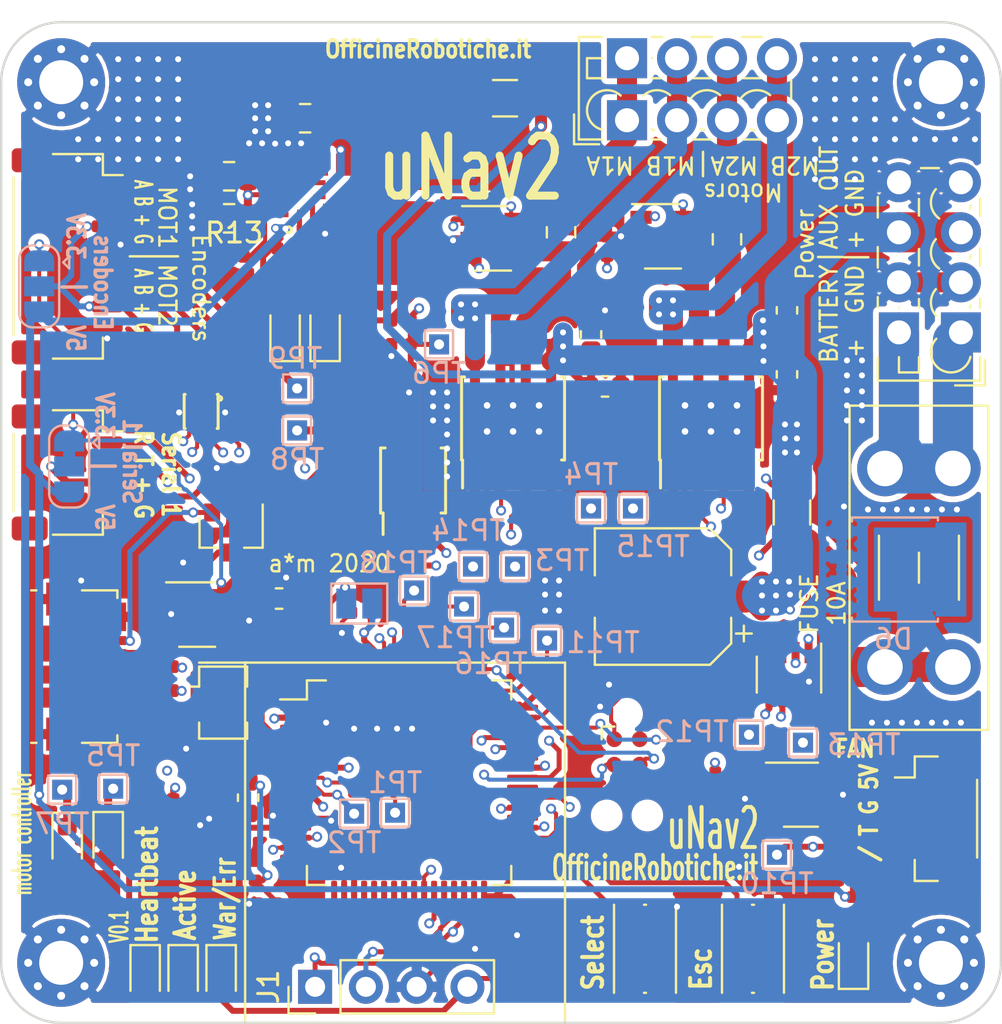
<source format=kicad_pcb>
(kicad_pcb (version 20171130) (host pcbnew 5.1.5-52549c5~84~ubuntu18.04.1)
  (layers (0 F.Cu power) (1 In1.Cu signal) (2 In2.Cu signal) (31 B.Cu power) (34 B.Paste user) (35 F.Paste user) (36 B.SilkS user) (37 F.SilkS user) (38 B.Mask user) (39 F.Mask user) (44 Edge.Cuts user))
  (net 0 "")
  (net 1 GND)
  (net 2 /NRST)
  (net 3 "Net-(IC1-Pad4)")
  (net 4 "Net-(IC1-Pad1)")
  (net 5 /BOOT0)
  (net 6 /I2C_SDA)
  (net 7 /I2C_SCL)
  (net 8 /O_LED2)
  (net 9 /O_LED1)
  (net 10 /ADC_MOT2_CUR)
  (net 11 /ADC_MOT1_CUR)
  (net 12 +3V3)
  (net 13 +5V)
  (net 14 /5V_USB)
  (net 15 /O_LED3)
  (net 16 "Net-(D3-Pad1)")
  (net 17 /SWCK)
  (net 18 /SWDIO)
  (net 19 /TIM_ENC2_B)
  (net 20 /TIM_ENC2_A)
  (net 21 /TIM_ENC1_B)
  (net 22 /TIM_ENC1_A)
  (net 23 /TIM_MOT2_B)
  (net 24 /TIM_MOT2_A)
  (net 25 /TIM_MOT1_B)
  (net 26 /TIM_MOT1_A)
  (net 27 /SER1_TX)
  (net 28 /SER1_RX)
  (net 29 /USB_OTG_FS_DP)
  (net 30 /USB_OTG_FS_DM)
  (net 31 /TIM_FAN_PWM)
  (net 32 VBATT)
  (net 33 "Net-(C11-Pad1)")
  (net 34 "Net-(C12-Pad1)")
  (net 35 /V_BATT_INT)
  (net 36 "Net-(C19-Pad1)")
  (net 37 "Net-(C29-Pad1)")
  (net 38 "Net-(D1-Pad1)")
  (net 39 "Net-(D2-Pad1)")
  (net 40 "Net-(D5-Pad2)")
  (net 41 "Net-(IC2-Pad5)")
  (net 42 "Net-(IC2-Pad6)")
  (net 43 "Net-(IC2-Pad8)")
  (net 44 "Net-(IC2-Pad7)")
  (net 45 "Net-(J3-Pad3)")
  (net 46 "Net-(J3-Pad2)")
  (net 47 /Sheet5E94E0E4/MOT1_B)
  (net 48 /Sheet5E94E0E4/MOT1_A)
  (net 49 /Sheet5E94E0E4/MOT2_B)
  (net 50 /Sheet5E94E0E4/MOT2_A)
  (net 51 /BATTERY+)
  (net 52 /Sheet5E8941DD/FAN_GND)
  (net 53 /Sheet5E8E545F/ENC_Power)
  (net 54 /Sheet5E8E545F/ENC2_B)
  (net 55 /Sheet5E8E545F/ENC2_A)
  (net 56 /Sheet5E8E545F/ENC1_B)
  (net 57 /Sheet5E8E545F/ENC1_A)
  (net 58 "Net-(Q1-Pad1)")
  (net 59 "Net-(R3-Pad1)")
  (net 60 "Net-(R4-Pad1)")
  (net 61 "Net-(R5-Pad2)")
  (net 62 "Net-(R6-Pad2)")
  (net 63 "Net-(U5-Pad6)")
  (net 64 "Net-(U5-Pad5)")
  (net 65 /I_KEY1)
  (net 66 /I_KEY0)
  (net 67 /ADC_VREF)
  (net 68 /SPI1_MOSI)
  (net 69 /SPI1_MISO)
  (net 70 /SPI1_SCK)
  (net 71 /O_SPI_CS1)
  (net 72 /VDDA)
  (net 73 "Net-(D6-Pad5)")
  (net 74 /TIM_FAN_INDEX)
  (net 75 "Net-(IC1-Pad17)")
  (module Resistor_SMD:R_0402_1005Metric (layer F.Cu) (at 161.65 61.7)
    (fp_text reference R13 (at 0 -1.17) (layer F.SilkS))
    (fp_text value 330)
    (pad 2 smd roundrect (at 0.485 0) (size 0.59 0.64) (layers F.Cu F.Paste F.Mask) (net 75 "Net-(IC1-Pad17)"))
    (pad 1 smd roundrect (at -0.485 0) (size 0.59 0.64) (layers F.Cu F.Paste F.Mask) (net 35 /V_BATT_INT))
  )
  (module Diode_SMD:D_0603_1608Metric (layer F.Cu) (at 166.2 65.45 90)
    (fp_text reference D10)
    (fp_text value 3.3V)
    (pad 2 smd roundrect (at 0.7875 0 90) (size 0.875 0.95) (layers F.Cu F.Paste F.Mask) (net 1 GND))
    (pad 1 smd roundrect (at -0.7875 0 90) (size 0.875 0.95) (layers F.Cu F.Paste F.Mask) (net 22 /TIM_ENC1_A))
  )
  (module Diode_SMD:D_0603_1608Metric (layer F.Cu) (at 164.2 65.45 90)
    (fp_text reference D9)
    (fp_text value 3.3V)
    (pad 2 smd roundrect (at 0.7875 0 90) (size 0.875 0.95) (layers F.Cu F.Paste F.Mask) (net 1 GND))
    (pad 1 smd roundrect (at -0.7875 0 90) (size 0.875 0.95) (layers F.Cu F.Paste F.Mask) (net 21 /TIM_ENC1_B))
  )
  (module Diode_SMD:D_0603_1608Metric (layer F.Cu) (at 153.3 90.9875 270)
    (fp_text reference D8)
    (fp_text value 3.3V)
    (pad 2 smd roundrect (at 0.7875 0 270) (size 0.875 0.95) (layers F.Cu F.Paste F.Mask) (net 1 GND))
    (pad 1 smd roundrect (at -0.7875 0 270) (size 0.875 0.95) (layers F.Cu F.Paste F.Mask) (net 20 /TIM_ENC2_A))
  )
  (module Diode_SMD:D_0603_1608Metric (layer F.Cu) (at 155.35 90.95 270)
    (fp_text reference D7)
    (fp_text value 3.3V)
    (pad 2 smd roundrect (at 0.7875 0 270) (size 0.875 0.95) (layers F.Cu F.Paste F.Mask) (net 1 GND))
    (pad 1 smd roundrect (at -0.7875 0 270) (size 0.875 0.95) (layers F.Cu F.Paste F.Mask) (net 19 /TIM_ENC2_B))
  )
  (module Capacitor_SMD:C_0603_1608Metric (layer F.Cu) (at 163.9 78.8)
    (fp_text reference C30)
    (fp_text value "1uF 6.3V")
    (pad 2 smd roundrect (at 0.7875 0) (size 0.875 0.95) (layers F.Cu F.Paste F.Mask) (net 1 GND))
    (pad 1 smd roundrect (at -0.7875 0) (size 0.875 0.95) (layers F.Cu F.Paste F.Mask) (net 12 +3V3))
  )
  (module Package_TO_SOT_SMD:LFPAK56 (layer B.Cu) (at 194.865 77.35)
    (fp_text reference D6 (at -0.245 3.48) (layer B.SilkS) (effects (justify mirror)))
    (fp_text value STPS3045DJF)
    (pad 5 smd custom (at 0.435 0) (size 3.3 4.2) (layers B.Cu B.Mask) (net 73 "Net-(D6-Pad5)") (options (clearance outline) (anchor rect)) (primitives (gr_poly (pts (xy 1.425 2.35) (xy 2.975 2.35) (xy 2.975 -2.35) (xy 1.425 -2.35)) (width 0))))
    (pad 4 smd rect (at -2.835 -1.91 90) (size 0.7 1.15) (layers B.Cu B.Paste B.Mask) (net 1 GND))
    (pad 3 smd rect (at -2.835 -0.64 90) (size 0.7 1.15) (layers B.Cu B.Paste B.Mask) (net 1 GND))
    (pad 1 smd rect (at -2.835 1.91 90) (size 0.7 1.15) (layers B.Cu B.Paste B.Mask) (net 1 GND))
    (pad 2 smd rect (at -2.835 0.64 90) (size 0.7 1.15) (layers B.Cu B.Paste B.Mask) (net 1 GND))
  )
  (module Fuse:Fuseholder_Blade_Mini_Keystone_3568 (layer F.Cu) (at 197.6 72.3 270)
    (fp_text reference F1)
    (fp_text value Fuse_Small)
    (pad 2 thru_hole circle (at 9.92 3.4 270) (size 2.78 2.78) (drill 1.78) (layers *.Cu *.Mask) (net 73 "Net-(D6-Pad5)"))
    (pad 2 thru_hole circle (at 9.92 0 270) (size 2.78 2.78) (drill 1.78) (layers *.Cu *.Mask) (net 73 "Net-(D6-Pad5)"))
    (pad 1 thru_hole circle (at 0 3.4 270) (size 2.78 2.78) (drill 1.78) (layers *.Cu *.Mask) (net 51 /BATTERY+))
    (pad 1 thru_hole circle (at 0 0 270) (size 2.78 2.78) (drill 1.78) (layers *.Cu *.Mask) (net 51 /BATTERY+))
  )
  (module TestPoint:TestPoint_THTPad_1.0x1.0mm_Drill0.5mm (layer B.Cu) (at 170.65 78.4)
    (fp_text reference TP18 (at -0.9 -1.4) (layer B.SilkS) (effects (justify mirror)))
    (fp_text value TestPoint)
    (pad 1 thru_hole rect (at 0 0) (size 1 1) (drill 0.5) (layers *.Cu *.Mask) (net 68 /SPI1_MOSI))
  )
  (module TestPoint:TestPoint_THTPad_1.0x1.0mm_Drill0.5mm (layer B.Cu) (at 173.15 79.2)
    (fp_text reference TP17 (at -0.55 1.55) (layer B.SilkS) (effects (justify mirror)))
    (fp_text value TestPoint)
    (pad 1 thru_hole rect (at 0 0) (size 1 1) (drill 0.5) (layers *.Cu *.Mask) (net 69 /SPI1_MISO))
  )
  (module TestPoint:TestPoint_THTPad_1.0x1.0mm_Drill0.5mm (layer B.Cu) (at 175.15 80.25)
    (fp_text reference TP16 (at -0.65 1.8) (layer B.SilkS) (effects (justify mirror)))
    (fp_text value TestPoint)
    (pad 1 thru_hole rect (at 0 0) (size 1 1) (drill 0.5) (layers *.Cu *.Mask) (net 70 /SPI1_SCK))
  )
  (module TestPoint:TestPoint_THTPad_1.0x1.0mm_Drill0.5mm (layer B.Cu) (at 177.3 80.9)
    (fp_text reference TP11 (at 2.8 0.1) (layer B.SilkS) (effects (justify mirror)))
    (fp_text value TestPoint)
    (pad 1 thru_hole rect (at 0 0) (size 1 1) (drill 0.5) (layers *.Cu *.Mask) (net 71 /O_SPI_CS1))
  )
  (module Inductor_SMD:L_0603_1608Metric (layer F.Cu) (at 162.35 88.75 270)
    (fp_text reference L1)
    (fp_text value bead)
    (pad 2 smd roundrect (at 0.7875 0 270) (size 0.875 0.95) (layers F.Cu F.Paste F.Mask) (net 72 /VDDA))
    (pad 1 smd roundrect (at -0.7875 0 270) (size 0.875 0.95) (layers F.Cu F.Paste F.Mask) (net 12 +3V3))
  )
  (module Connector_PinHeader_2.54mm:PinHeader_1x04_P2.54mm_Vertical (layer F.Cu) (at 165.7 98.2 90)
    (fp_text reference J1 (at 0 -2.33 90) (layer F.SilkS))
    (fp_text value OLED)
    (pad 4 thru_hole oval (at 0 7.62 90) (size 1.7 1.7) (drill 1) (layers *.Cu *.Mask) (net 12 +3V3))
    (pad 3 thru_hole oval (at 0 5.08 90) (size 1.7 1.7) (drill 1) (layers *.Cu *.Mask) (net 1 GND))
    (pad 2 thru_hole oval (at 0 2.54 90) (size 1.7 1.7) (drill 1) (layers *.Cu *.Mask) (net 7 /I2C_SCL))
    (pad 1 thru_hole rect (at 0 0 90) (size 1.7 1.7) (drill 1) (layers *.Cu *.Mask) (net 6 /I2C_SDA))
  )
  (module Capacitor_SMD:C_0402_1005Metric (layer F.Cu) (at 168.4 65.35 270)
    (fp_text reference C27)
    (fp_text value "1uF 10V")
    (pad 2 smd roundrect (at 0.485 0 270) (size 0.59 0.64) (layers F.Cu F.Paste F.Mask) (net 1 GND))
    (pad 1 smd roundrect (at -0.485 0 270) (size 0.59 0.64) (layers F.Cu F.Paste F.Mask) (net 12 +3V3))
  )
  (module TestPoint:TestPoint_THTPad_1.0x1.0mm_Drill0.5mm (layer B.Cu) (at 171.9 66.1)
    (fp_text reference TP6 (at 0 1.448) (layer B.SilkS) (effects (justify mirror)))
    (fp_text value TestPoint)
    (pad 1 thru_hole rect (at 0 0) (size 1 1) (drill 0.5) (layers *.Cu *.Mask) (net 67 /ADC_VREF))
  )
  (module Capacitor_SMD:C_0402_1005Metric (layer F.Cu) (at 157.6 67.1 270)
    (fp_text reference C3)
    (fp_text value "100nF 16V")
    (pad 2 smd roundrect (at 0.485 0 270) (size 0.59 0.64) (layers F.Cu F.Paste F.Mask) (net 1 GND))
    (pad 1 smd roundrect (at -0.485 0 270) (size 0.59 0.64) (layers F.Cu F.Paste F.Mask) (net 53 /Sheet5E8E545F/ENC_Power))
  )
  (module Resistor_SMD:R_0402_1005Metric (layer F.Cu) (at 168 71.7 90)
    (fp_text reference R25)
    (fp_text value 4.7k)
    (pad 2 smd roundrect (at 0.485 0 90) (size 0.59 0.64) (layers F.Cu F.Paste F.Mask) (net 12 +3V3))
    (pad 1 smd roundrect (at -0.485 0 90) (size 0.59 0.64) (layers F.Cu F.Paste F.Mask) (net 7 /I2C_SCL))
  )
  (module Resistor_SMD:R_0402_1005Metric (layer F.Cu) (at 168 74.2 90)
    (fp_text reference R14)
    (fp_text value 4.7k)
    (pad 2 smd roundrect (at 0.485 0 90) (size 0.59 0.64) (layers F.Cu F.Paste F.Mask) (net 12 +3V3))
    (pad 1 smd roundrect (at -0.485 0 90) (size 0.59 0.64) (layers F.Cu F.Paste F.Mask) (net 6 /I2C_SDA))
  )
  (module Connector_JST:JST_SH_SM08B-SRSS-TB_1x08-1MP_P1.00mm_Horizontal (layer F.Cu) (at 153.3 61.7 270)
    (fp_text reference J9)
    (fp_text value Enc)
    (pad MP smd roundrect (at 4.8 1.875 270) (size 1.2 1.8) (layers F.Cu F.Paste F.Mask) (roundrect_rratio 0.208))
    (pad MP smd roundrect (at -4.8 1.875 270) (size 1.2 1.8) (layers F.Cu F.Paste F.Mask) (roundrect_rratio 0.208))
    (pad 8 smd roundrect (at 3.5 -2 270) (size 0.6 1.55) (layers F.Cu F.Paste F.Mask) (net 1 GND))
    (pad 7 smd roundrect (at 2.5 -2 270) (size 0.6 1.55) (layers F.Cu F.Paste F.Mask) (net 53 /Sheet5E8E545F/ENC_Power))
    (pad 6 smd roundrect (at 1.5 -2 270) (size 0.6 1.55) (layers F.Cu F.Paste F.Mask) (net 54 /Sheet5E8E545F/ENC2_B))
    (pad 5 smd roundrect (at 0.5 -2 270) (size 0.6 1.55) (layers F.Cu F.Paste F.Mask) (net 55 /Sheet5E8E545F/ENC2_A))
    (pad 4 smd roundrect (at -0.5 -2 270) (size 0.6 1.55) (layers F.Cu F.Paste F.Mask) (net 1 GND))
    (pad 3 smd roundrect (at -1.5 -2 270) (size 0.6 1.55) (layers F.Cu F.Paste F.Mask) (net 53 /Sheet5E8E545F/ENC_Power))
    (pad 2 smd roundrect (at -2.5 -2 270) (size 0.6 1.55) (layers F.Cu F.Paste F.Mask) (net 56 /Sheet5E8E545F/ENC1_B))
    (pad 1 smd roundrect (at -3.5 -2 270) (size 0.6 1.55) (layers F.Cu F.Paste F.Mask) (net 57 /Sheet5E8E545F/ENC1_A))
  )
  (module TestPoint:TestPoint_THTPad_1.0x1.0mm_Drill0.5mm (layer B.Cu) (at 181.6 74.3)
    (fp_text reference TP15 (at 1 1.9) (layer B.SilkS) (effects (justify mirror)))
    (fp_text value TestPoint)
    (pad 1 thru_hole rect (at 0 0) (size 1 1) (drill 0.5) (layers *.Cu *.Mask) (net 23 /TIM_MOT2_B))
  )
  (module TestPoint:TestPoint_THTPad_1.0x1.0mm_Drill0.5mm (layer B.Cu) (at 173.6 77.2)
    (fp_text reference TP14 (at -0.25 -1.8 180) (layer B.SilkS) (effects (justify mirror)))
    (fp_text value TestPoint)
    (pad 1 thru_hole rect (at 0 0) (size 1 1) (drill 0.5) (layers *.Cu *.Mask) (net 25 /TIM_MOT1_B))
  )
  (module TestPoint:TestPoint_THTPad_1.0x1.0mm_Drill0.5mm (layer B.Cu) (at 190.1 86)
    (fp_text reference TP13 (at 3.05 0.1) (layer B.SilkS) (effects (justify mirror)))
    (fp_text value TestPoint)
    (pad 1 thru_hole rect (at 0 0) (size 1 1) (drill 0.5) (layers *.Cu *.Mask) (net 6 /I2C_SDA))
  )
  (module TestPoint:TestPoint_THTPad_1.0x1.0mm_Drill0.5mm (layer B.Cu) (at 187.4 85.6)
    (fp_text reference TP12 (at -2.85 -0.15) (layer B.SilkS) (effects (justify mirror)))
    (fp_text value TestPoint)
    (pad 1 thru_hole rect (at 0 0) (size 1 1) (drill 0.5) (layers *.Cu *.Mask) (net 7 /I2C_SCL))
  )
  (module TestPoint:TestPoint_THTPad_1.0x1.0mm_Drill0.5mm (layer B.Cu) (at 188.8 91.6)
    (fp_text reference TP10 (at 0 1.448) (layer B.SilkS) (effects (justify mirror)))
    (fp_text value TestPoint)
    (pad 1 thru_hole rect (at 0 0) (size 1 1) (drill 0.5) (layers *.Cu *.Mask) (net 74 /TIM_FAN_INDEX))
  )
  (module TestPoint:TestPoint_THTPad_1.0x1.0mm_Drill0.5mm (layer B.Cu) (at 164.8 68.3)
    (fp_text reference TP9 (at -0.1 -1.5) (layer B.SilkS) (effects (justify mirror)))
    (fp_text value TestPoint)
    (pad 1 thru_hole rect (at 0 0) (size 1 1) (drill 0.5) (layers *.Cu *.Mask) (net 21 /TIM_ENC1_B))
  )
  (module TestPoint:TestPoint_THTPad_1.0x1.0mm_Drill0.5mm (layer B.Cu) (at 164.8 70.4)
    (fp_text reference TP8 (at 0 1.448) (layer B.SilkS) (effects (justify mirror)))
    (fp_text value TestPoint)
    (pad 1 thru_hole rect (at 0 0) (size 1 1) (drill 0.5) (layers *.Cu *.Mask) (net 22 /TIM_ENC1_A))
  )
  (module TestPoint:TestPoint_THTPad_1.0x1.0mm_Drill0.5mm (layer B.Cu) (at 153.05 88.35)
    (fp_text reference TP7 (at 0 1.7) (layer B.SilkS) (effects (justify mirror)))
    (fp_text value TestPoint)
    (pad 1 thru_hole rect (at 0 0) (size 1 1) (drill 0.5) (layers *.Cu *.Mask) (net 20 /TIM_ENC2_A))
  )
  (module TestPoint:TestPoint_THTPad_1.0x1.0mm_Drill0.5mm (layer B.Cu) (at 155.6 88.3)
    (fp_text reference TP5 (at 0 -1.65) (layer B.SilkS) (effects (justify mirror)))
    (fp_text value TestPoint)
    (pad 1 thru_hole rect (at 0 0) (size 1 1) (drill 0.5) (layers *.Cu *.Mask) (net 19 /TIM_ENC2_B))
  )
  (module TestPoint:TestPoint_THTPad_1.0x1.0mm_Drill0.5mm (layer B.Cu) (at 179.5 74.3)
    (fp_text reference TP4 (at 0 -1.7) (layer B.SilkS) (effects (justify mirror)))
    (fp_text value TestPoint)
    (pad 1 thru_hole rect (at 0 0) (size 1 1) (drill 0.5) (layers *.Cu *.Mask) (net 24 /TIM_MOT2_A))
  )
  (module TestPoint:TestPoint_THTPad_1.0x1.0mm_Drill0.5mm (layer B.Cu) (at 175.7 77.2)
    (fp_text reference TP3 (at 2.35 -0.3) (layer B.SilkS) (effects (justify mirror)))
    (fp_text value TestPoint)
    (pad 1 thru_hole rect (at 0 0) (size 1 1) (drill 0.5) (layers *.Cu *.Mask) (net 26 /TIM_MOT1_A))
  )
  (module TestPoint:TestPoint_THTPad_1.0x1.0mm_Drill0.5mm (layer B.Cu) (at 167.65 89.55)
    (fp_text reference TP2 (at 0 1.448) (layer B.SilkS) (effects (justify mirror)))
    (fp_text value TestPoint)
    (pad 1 thru_hole rect (at 0 0) (size 1 1) (drill 0.5) (layers *.Cu *.Mask) (net 10 /ADC_MOT2_CUR))
  )
  (module TestPoint:TestPoint_THTPad_1.0x1.0mm_Drill0.5mm (layer B.Cu) (at 169.7 89.5)
    (fp_text reference TP1 (at 0 -1.5) (layer B.SilkS) (effects (justify mirror)))
    (fp_text value TestPoint)
    (pad 1 thru_hole rect (at 0 0) (size 1 1) (drill 0.5) (layers *.Cu *.Mask) (net 11 /ADC_MOT1_CUR))
  )
  (module Connector_JST:JST_SH_SM04B-SRSS-TB_1x04-1MP_P1.00mm_Horizontal (layer F.Cu) (at 153.3 72.5 270)
    (fp_text reference J2)
    (fp_text value SERIAL1)
    (pad MP smd roundrect (at 2.8 1.875 270) (size 1.2 1.8) (layers F.Cu F.Paste F.Mask) (roundrect_rratio 0.208))
    (pad MP smd roundrect (at -2.8 1.875 270) (size 1.2 1.8) (layers F.Cu F.Paste F.Mask) (roundrect_rratio 0.208))
    (pad 4 smd roundrect (at 1.5 -2 270) (size 0.6 1.55) (layers F.Cu F.Paste F.Mask) (net 1 GND))
    (pad 3 smd roundrect (at 0.5 -2 270) (size 0.6 1.55) (layers F.Cu F.Paste F.Mask) (net 37 "Net-(C29-Pad1)"))
    (pad 2 smd roundrect (at -0.5 -2 270) (size 0.6 1.55) (layers F.Cu F.Paste F.Mask) (net 27 /SER1_TX))
    (pad 1 smd roundrect (at -1.5 -2 270) (size 0.6 1.55) (layers F.Cu F.Paste F.Mask) (net 28 /SER1_RX))
  )
  (module TerminalBlock_Phoenix:TerminalBlock_Phoenix_PTSM-0,5-4-2.5-V-THR_1x04_P2.50mm_Vertical (layer F.Cu) (at 198 65.5 90)
    (fp_text reference J6)
    (fp_text value Battery)
    (pad 4 thru_hole circle (at 7.5 -3.1 90) (size 2 2) (drill 1.2) (layers *.Cu *.Mask) (net 1 GND))
    (pad 4 thru_hole circle (at 7.5 0 90) (size 2 2) (drill 1.2) (layers *.Cu *.Mask) (net 1 GND))
    (pad 3 thru_hole circle (at 5 -3.1 90) (size 2 2) (drill 1.2) (layers *.Cu *.Mask) (net 32 VBATT))
    (pad 3 thru_hole circle (at 5 0 90) (size 2 2) (drill 1.2) (layers *.Cu *.Mask) (net 32 VBATT))
    (pad 2 thru_hole circle (at 2.5 -3.1 90) (size 2 2) (drill 1.2) (layers *.Cu *.Mask) (net 1 GND))
    (pad 2 thru_hole circle (at 2.5 0 90) (size 2 2) (drill 1.2) (layers *.Cu *.Mask) (net 1 GND))
    (pad 1 thru_hole rect (at 0 -3.1 90) (size 2 2) (drill 1.2) (layers *.Cu *.Mask) (net 51 /BATTERY+))
    (pad 1 thru_hole rect (at 0 0 90) (size 2 2) (drill 1.2) (layers *.Cu *.Mask) (net 51 /BATTERY+))
  )
  (module TerminalBlock_Phoenix:TerminalBlock_Phoenix_PTSM-0,5-4-2.5-V-THR_1x04_P2.50mm_Vertical (layer F.Cu) (at 181.3 54.9)
    (fp_text reference J4)
    (fp_text value Battery)
    (pad 4 thru_hole circle (at 7.5 -3.1) (size 2 2) (drill 1.2) (layers *.Cu *.Mask) (net 49 /Sheet5E94E0E4/MOT2_B))
    (pad 4 thru_hole circle (at 7.5 0) (size 2 2) (drill 1.2) (layers *.Cu *.Mask) (net 49 /Sheet5E94E0E4/MOT2_B))
    (pad 3 thru_hole circle (at 5 -3.1) (size 2 2) (drill 1.2) (layers *.Cu *.Mask) (net 50 /Sheet5E94E0E4/MOT2_A))
    (pad 3 thru_hole circle (at 5 0) (size 2 2) (drill 1.2) (layers *.Cu *.Mask) (net 50 /Sheet5E94E0E4/MOT2_A))
    (pad 2 thru_hole circle (at 2.5 -3.1) (size 2 2) (drill 1.2) (layers *.Cu *.Mask) (net 47 /Sheet5E94E0E4/MOT1_B))
    (pad 2 thru_hole circle (at 2.5 0) (size 2 2) (drill 1.2) (layers *.Cu *.Mask) (net 47 /Sheet5E94E0E4/MOT1_B))
    (pad 1 thru_hole rect (at 0 -3.1) (size 2 2) (drill 1.2) (layers *.Cu *.Mask) (net 48 /Sheet5E94E0E4/MOT1_A))
    (pad 1 thru_hole rect (at 0 0) (size 2 2) (drill 1.2) (layers *.Cu *.Mask) (net 48 /Sheet5E94E0E4/MOT1_A))
  )
  (module Button_Switch_SMD:SW_Push_1P1T_NO_CK_KMR2 (layer F.Cu) (at 187.6 96.3 90)
    (fp_text reference SW2)
    (fp_text value KEY_UP)
    (pad 2 smd rect (at 2.05 0.8 90) (size 0.9 1) (layers F.Cu F.Paste F.Mask) (net 1 GND))
    (pad 1 smd rect (at 2.05 -0.8 90) (size 0.9 1) (layers F.Cu F.Paste F.Mask) (net 65 /I_KEY1))
    (pad 2 smd rect (at -2.05 0.8 90) (size 0.9 1) (layers F.Cu F.Paste F.Mask) (net 1 GND))
    (pad 1 smd rect (at -2.05 -0.8 90) (size 0.9 1) (layers F.Cu F.Paste F.Mask) (net 65 /I_KEY1))
  )
  (module Resistor_SMD:R_0402_1005Metric (layer F.Cu) (at 164.3 62.5)
    (fp_text reference R16)
    (fp_text value 19.1K)
    (pad 2 smd roundrect (at 0.485 0) (size 0.59 0.64) (layers F.Cu F.Paste F.Mask) (net 4 "Net-(IC1-Pad1)"))
    (pad 1 smd roundrect (at -0.485 0) (size 0.59 0.64) (layers F.Cu F.Paste F.Mask) (net 1 GND))
  )
  (module Resistor_SMD:R_0402_1005Metric (layer F.Cu) (at 164.3 61.3 180)
    (fp_text reference R15)
    (fp_text value 100K)
    (pad 2 smd roundrect (at 0.485 0 180) (size 0.59 0.64) (layers F.Cu F.Paste F.Mask) (net 13 +5V))
    (pad 1 smd roundrect (at -0.485 0 180) (size 0.59 0.64) (layers F.Cu F.Paste F.Mask) (net 4 "Net-(IC1-Pad1)"))
  )
  (module agg-kicad:QFN-20-MPS-3x5x1.6mm (layer F.Cu) (at 166.47 58.37 90)
    (fp_text reference IC1)
    (fp_text value MPM36xx)
    (pad "" smd rect (at 0.35 -0.55 90) (size 0.25 0.6) (layers F.Cu F.Paste F.Mask))
    (pad "" smd rect (at -0.35 -0.55 90) (size 0.25 0.6) (layers F.Cu F.Paste F.Mask))
    (pad 11 smd rect (at 1.8 -0.9 180) (size 0.25 1.1) (drill (offset 0 -0.55)) (layers F.Cu F.Paste F.Mask))
    (pad 9 smd rect (at 1.8 0.4 180) (size 0.75 1.1) (drill (offset -0.25 -0.55)) (layers F.Cu F.Paste F.Mask) (net 13 +5V))
    (pad 8 smd rect (at 1.8 1.25 180) (size 0.25 1.1) (drill (offset 0 -0.55)) (layers F.Cu F.Paste F.Mask) (net 13 +5V))
    (pad 7 smd rect (at 1.8 2.1 180) (size 0.75 1.1) (drill (offset 0.25 -0.55)) (layers F.Cu F.Paste F.Mask) (net 13 +5V))
    (pad 6 smd rect (at -1.8 2.1 180) (size 0.75 1.1) (drill (offset 0.25 0.55)) (layers F.Cu F.Paste F.Mask) (net 3 "Net-(IC1-Pad4)"))
    (pad "" smd rect (at 1.8 -0.25 180) (size 0.25 1.1) (drill (offset 0 -0.55)) (layers F.Cu F.Paste F.Mask))
    (pad 12 smd rect (at 1.8 -1.55 180) (size 0.25 0.8) (drill (offset 0 -0.4)) (layers F.Cu F.Paste F.Mask) (net 1 GND))
    (pad 5 smd rect (at -1.8 1.25 180) (size 0.25 1.1) (drill (offset 0 0.55)) (layers F.Cu F.Paste F.Mask) (net 3 "Net-(IC1-Pad4)"))
    (pad 4 smd rect (at -1.8 0.4 180) (size 0.75 1.1) (drill (offset -0.25 0.55)) (layers F.Cu F.Paste F.Mask) (net 3 "Net-(IC1-Pad4)"))
    (pad 3 smd rect (at -1.8 -0.25 180) (size 0.25 1.1) (drill (offset 0 0.55)) (layers F.Cu F.Paste F.Mask) (net 1 GND))
    (pad 2 smd rect (at -1.8 -0.9 180) (size 0.25 1.1) (drill (offset 0 0.55)) (layers F.Cu F.Paste F.Mask))
    (pad 1 smd rect (at -1.8 -1.55 180) (size 0.25 0.8) (drill (offset 0 0.4)) (layers F.Cu F.Paste F.Mask) (net 4 "Net-(IC1-Pad1)"))
    (pad 13 smd rect (at 1.25 -2.8 90) (size 0.25 0.7) (drill (offset 0 0.35)) (layers F.Cu F.Paste F.Mask) (net 1 GND))
    (pad 14 smd rect (at 0.75 -2.8 90) (size 0.25 0.7) (drill (offset 0 0.35)) (layers F.Cu F.Paste F.Mask) (net 1 GND))
    (pad "" smd rect (at 0.25 -2.8 90) (size 0.25 1.1) (drill (offset 0 0.55)) (layers F.Cu F.Paste F.Mask))
    (pad 16 smd rect (at -0.25 -2.8 90) (size 0.25 1.1) (drill (offset 0 0.55)) (layers F.Cu F.Paste F.Mask) (net 35 /V_BATT_INT))
    (pad 17 smd rect (at -0.75 -2.8 90) (size 0.25 0.7) (drill (offset 0 0.35)) (layers F.Cu F.Paste F.Mask) (net 75 "Net-(IC1-Pad17)"))
    (pad 18 smd rect (at -1.25 -2.8 90) (size 0.25 0.7) (drill (offset 0 0.35)) (layers F.Cu F.Paste F.Mask))
  )
  (module MountingHole:MountingHole_2.2mm_M2_Pad_Via (layer F.Cu) (at 153 97)
    (fp_text reference H3)
    (fp_text value MountingHole)
    (pad 1 thru_hole circle (at 1.166726 -1.166726) (size 0.7 0.7) (drill 0.4) (layers *.Cu *.Mask) (net 1 GND))
    (pad 1 thru_hole circle (at 0 -1.65) (size 0.7 0.7) (drill 0.4) (layers *.Cu *.Mask) (net 1 GND))
    (pad 1 thru_hole circle (at -1.166726 -1.166726) (size 0.7 0.7) (drill 0.4) (layers *.Cu *.Mask) (net 1 GND))
    (pad 1 thru_hole circle (at -1.65 0) (size 0.7 0.7) (drill 0.4) (layers *.Cu *.Mask) (net 1 GND))
    (pad 1 thru_hole circle (at -1.166726 1.166726) (size 0.7 0.7) (drill 0.4) (layers *.Cu *.Mask) (net 1 GND))
    (pad 1 thru_hole circle (at 0 1.65) (size 0.7 0.7) (drill 0.4) (layers *.Cu *.Mask) (net 1 GND))
    (pad 1 thru_hole circle (at 1.166726 1.166726) (size 0.7 0.7) (drill 0.4) (layers *.Cu *.Mask) (net 1 GND))
    (pad 1 thru_hole circle (at 1.65 0) (size 0.7 0.7) (drill 0.4) (layers *.Cu *.Mask) (net 1 GND))
    (pad 1 thru_hole circle (at 0 0) (size 4.4 4.4) (drill 2.2) (layers *.Cu *.Mask) (net 1 GND))
  )
  (module MountingHole:MountingHole_2.2mm_M2_Pad_Via (layer F.Cu) (at 153 53)
    (fp_text reference H2)
    (fp_text value MountingHole)
    (pad 1 thru_hole circle (at 1.166726 -1.166726) (size 0.7 0.7) (drill 0.4) (layers *.Cu *.Mask) (net 1 GND))
    (pad 1 thru_hole circle (at 0 -1.65) (size 0.7 0.7) (drill 0.4) (layers *.Cu *.Mask) (net 1 GND))
    (pad 1 thru_hole circle (at -1.166726 -1.166726) (size 0.7 0.7) (drill 0.4) (layers *.Cu *.Mask) (net 1 GND))
    (pad 1 thru_hole circle (at -1.65 0) (size 0.7 0.7) (drill 0.4) (layers *.Cu *.Mask) (net 1 GND))
    (pad 1 thru_hole circle (at -1.166726 1.166726) (size 0.7 0.7) (drill 0.4) (layers *.Cu *.Mask) (net 1 GND))
    (pad 1 thru_hole circle (at 0 1.65) (size 0.7 0.7) (drill 0.4) (layers *.Cu *.Mask) (net 1 GND))
    (pad 1 thru_hole circle (at 1.166726 1.166726) (size 0.7 0.7) (drill 0.4) (layers *.Cu *.Mask) (net 1 GND))
    (pad 1 thru_hole circle (at 1.65 0) (size 0.7 0.7) (drill 0.4) (layers *.Cu *.Mask) (net 1 GND))
    (pad 1 thru_hole circle (at 0 0) (size 4.4 4.4) (drill 2.2) (layers *.Cu *.Mask) (net 1 GND))
  )
  (module MountingHole:MountingHole_2.2mm_M2_Pad_Via (layer F.Cu) (at 197 53)
    (fp_text reference H1)
    (fp_text value MountingHole)
    (pad 1 thru_hole circle (at 1.166726 -1.166726) (size 0.7 0.7) (drill 0.4) (layers *.Cu *.Mask) (net 1 GND))
    (pad 1 thru_hole circle (at 0 -1.65) (size 0.7 0.7) (drill 0.4) (layers *.Cu *.Mask) (net 1 GND))
    (pad 1 thru_hole circle (at -1.166726 -1.166726) (size 0.7 0.7) (drill 0.4) (layers *.Cu *.Mask) (net 1 GND))
    (pad 1 thru_hole circle (at -1.65 0) (size 0.7 0.7) (drill 0.4) (layers *.Cu *.Mask) (net 1 GND))
    (pad 1 thru_hole circle (at -1.166726 1.166726) (size 0.7 0.7) (drill 0.4) (layers *.Cu *.Mask) (net 1 GND))
    (pad 1 thru_hole circle (at 0 1.65) (size 0.7 0.7) (drill 0.4) (layers *.Cu *.Mask) (net 1 GND))
    (pad 1 thru_hole circle (at 1.166726 1.166726) (size 0.7 0.7) (drill 0.4) (layers *.Cu *.Mask) (net 1 GND))
    (pad 1 thru_hole circle (at 1.65 0) (size 0.7 0.7) (drill 0.4) (layers *.Cu *.Mask) (net 1 GND))
    (pad 1 thru_hole circle (at 0 0) (size 4.4 4.4) (drill 2.2) (layers *.Cu *.Mask) (net 1 GND))
  )
  (module Capacitor_SMD:C_0603_1608Metric (layer F.Cu) (at 189.3 64.4 90)
    (fp_text reference C5)
    (fp_text value "1uF 25V")
    (pad 2 smd roundrect (at 0.7875 0 90) (size 0.875 0.95) (layers F.Cu F.Paste F.Mask) (net 1 GND))
    (pad 1 smd roundrect (at -0.7875 0 90) (size 0.875 0.95) (layers F.Cu F.Paste F.Mask) (net 32 VBATT))
  )
  (module Package_TO_SOT_SMD:SOT-23-6 (layer F.Cu) (at 183.1 60.7)
    (fp_text reference U8)
    (fp_text value INA186)
    (pad 5 smd rect (at 1.1 0) (size 1.06 0.65) (layers F.Cu F.Paste F.Mask) (net 50 /Sheet5E94E0E4/MOT2_A))
    (pad 6 smd rect (at 1.1 -0.95) (size 1.06 0.65) (layers F.Cu F.Paste F.Mask) (net 10 /ADC_MOT2_CUR))
    (pad 4 smd rect (at 1.1 0.95) (size 1.06 0.65) (layers F.Cu F.Paste F.Mask) (net 62 "Net-(R6-Pad2)"))
    (pad 3 smd rect (at -1.1 0.95) (size 1.06 0.65) (layers F.Cu F.Paste F.Mask) (net 12 +3V3))
    (pad 2 smd rect (at -1.1 0) (size 1.06 0.65) (layers F.Cu F.Paste F.Mask) (net 1 GND))
    (pad 1 smd rect (at -1.1 -0.95) (size 1.06 0.65) (layers F.Cu F.Paste F.Mask) (net 67 /ADC_VREF))
  )
  (module Package_TO_SOT_SMD:SOT-23-6 (layer F.Cu) (at 174.6 60.8)
    (fp_text reference U7)
    (fp_text value INA186)
    (pad 5 smd rect (at 1.1 0) (size 1.06 0.65) (layers F.Cu F.Paste F.Mask) (net 48 /Sheet5E94E0E4/MOT1_A))
    (pad 6 smd rect (at 1.1 -0.95) (size 1.06 0.65) (layers F.Cu F.Paste F.Mask) (net 11 /ADC_MOT1_CUR))
    (pad 4 smd rect (at 1.1 0.95) (size 1.06 0.65) (layers F.Cu F.Paste F.Mask) (net 61 "Net-(R5-Pad2)"))
    (pad 3 smd rect (at -1.1 0.95) (size 1.06 0.65) (layers F.Cu F.Paste F.Mask) (net 12 +3V3))
    (pad 2 smd rect (at -1.1 0) (size 1.06 0.65) (layers F.Cu F.Paste F.Mask) (net 1 GND))
    (pad 1 smd rect (at -1.1 -0.95) (size 1.06 0.65) (layers F.Cu F.Paste F.Mask) (net 67 /ADC_VREF))
  )
  (module Package_SO:Texas_HTSOP-8-1EP_3.9x4.9mm_P1.27mm_EP2.95x4.9mm_Mask2.4x3.1mm_ThermalVias (layer F.Cu) (at 185.5 69.8 90)
    (fp_text reference U6)
    (fp_text value DRV8871DDA)
    (pad 9 thru_hole circle (at 0.65 1.3 90) (size 0.63 0.63) (drill 0.33) (layers *.Cu *.Mask) (net 1 GND))
    (pad 9 thru_hole circle (at -0.65 1.3 90) (size 0.63 0.63) (drill 0.33) (layers *.Cu *.Mask) (net 1 GND))
    (pad 9 thru_hole circle (at 0.65 -1.3 90) (size 0.63 0.63) (drill 0.33) (layers *.Cu *.Mask) (net 1 GND))
    (pad 9 thru_hole circle (at 0.65 0 90) (size 0.63 0.63) (drill 0.33) (layers *.Cu *.Mask) (net 1 GND))
    (pad 9 thru_hole circle (at -0.65 0 90) (size 0.63 0.63) (drill 0.33) (layers *.Cu *.Mask) (net 1 GND))
    (pad 9 thru_hole circle (at -0.65 -1.3 90) (size 0.63 0.63) (drill 0.33) (layers *.Cu *.Mask) (net 1 GND))
    (pad 9 smd rect (at 0 0 90) (size 2.95 4.9) (layers F.Cu) (net 1 GND))
    (pad 8 smd rect (at 2.875 -1.905 90) (size 2.2 0.5) (layers F.Cu F.Paste F.Mask) (net 49 /Sheet5E94E0E4/MOT2_B))
    (pad 7 smd rect (at 2.875 -0.635 90) (size 2.2 0.5) (layers F.Cu F.Paste F.Mask) (net 1 GND))
    (pad 6 smd rect (at 2.875 0.635 90) (size 2.2 0.5) (layers F.Cu F.Paste F.Mask) (net 62 "Net-(R6-Pad2)"))
    (pad 5 smd rect (at 2.875 1.905 90) (size 2.2 0.5) (layers F.Cu F.Paste F.Mask) (net 32 VBATT))
    (pad 4 smd rect (at -2.875 1.905 90) (size 2.2 0.5) (layers F.Cu F.Paste F.Mask) (net 60 "Net-(R4-Pad1)"))
    (pad 3 smd rect (at -2.875 0.635 90) (size 2.2 0.5) (layers F.Cu F.Paste F.Mask) (net 24 /TIM_MOT2_A))
    (pad 2 smd rect (at -2.875 -0.635 90) (size 2.2 0.5) (layers F.Cu F.Paste F.Mask) (net 23 /TIM_MOT2_B))
    (pad 1 smd rect (at -2.875 -1.905 90) (size 2.2 0.5) (layers F.Cu F.Paste F.Mask) (net 1 GND))
    (pad 9 smd rect (at 0 0 90) (size 2.6 3.3) (layers B.Cu) (net 1 GND))
  )
  (module Package_TO_SOT_SMD:SOT-23-5 (layer F.Cu) (at 159.8 79.6)
    (fp_text reference U4)
    (fp_text value AP2112K-3.3)
    (pad 5 smd rect (at 1.1 -0.95) (size 1.06 0.65) (layers F.Cu F.Paste F.Mask) (net 12 +3V3))
    (pad 4 smd rect (at 1.1 0.95) (size 1.06 0.65) (layers F.Cu F.Paste F.Mask))
    (pad 3 smd rect (at -1.1 0.95) (size 1.06 0.65) (layers F.Cu F.Paste F.Mask) (net 36 "Net-(C19-Pad1)"))
    (pad 2 smd rect (at -1.1 0) (size 1.06 0.65) (layers F.Cu F.Paste F.Mask) (net 1 GND))
    (pad 1 smd rect (at -1.1 -0.95) (size 1.06 0.65) (layers F.Cu F.Paste F.Mask) (net 36 "Net-(C19-Pad1)"))
  )
  (module Package_SO:TSSOP-8_3x3mm_P0.65mm (layer F.Cu) (at 170.6 72.9 90)
    (fp_text reference U3)
    (fp_text value LM75B)
    (pad 8 smd rect (at 2.15 -0.975 90) (size 1.1 0.4) (layers F.Cu F.Paste F.Mask) (net 12 +3V3))
    (pad 7 smd rect (at 2.15 -0.325 90) (size 1.1 0.4) (layers F.Cu F.Paste F.Mask) (net 1 GND))
    (pad 6 smd rect (at 2.15 0.325 90) (size 1.1 0.4) (layers F.Cu F.Paste F.Mask) (net 1 GND))
    (pad 5 smd rect (at 2.15 0.975 90) (size 1.1 0.4) (layers F.Cu F.Paste F.Mask) (net 1 GND))
    (pad 4 smd rect (at -2.15 0.975 90) (size 1.1 0.4) (layers F.Cu F.Paste F.Mask) (net 1 GND))
    (pad 3 smd rect (at -2.15 0.325 90) (size 1.1 0.4) (layers F.Cu F.Paste F.Mask))
    (pad 2 smd rect (at -2.15 -0.325 90) (size 1.1 0.4) (layers F.Cu F.Paste F.Mask) (net 7 /I2C_SCL))
    (pad 1 smd rect (at -2.15 -0.975 90) (size 1.1 0.4) (layers F.Cu F.Paste F.Mask) (net 6 /I2C_SDA))
  )
  (module Package_TO_SOT_SMD:SOT-23-8 (layer F.Cu) (at 189.4 82.6 270)
    (fp_text reference U2)
    (fp_text value INA219AxDCN)
    (pad 8 smd rect (at 1.1 -0.98 270) (size 1.06 0.4) (layers F.Cu F.Paste F.Mask) (net 1 GND))
    (pad 7 smd rect (at 1.1 -0.33 270) (size 1.06 0.4) (layers F.Cu F.Paste F.Mask) (net 1 GND))
    (pad 6 smd rect (at 1.1 0.33 270) (size 1.06 0.4) (layers F.Cu F.Paste F.Mask) (net 6 /I2C_SDA))
    (pad 5 smd rect (at 1.1 0.98 270) (size 1.06 0.4) (layers F.Cu F.Paste F.Mask) (net 7 /I2C_SCL))
    (pad 4 smd rect (at -1.1 0.98 270) (size 1.06 0.4) (layers F.Cu F.Paste F.Mask) (net 12 +3V3))
    (pad 3 smd rect (at -1.1 0.33 270) (size 1.06 0.4) (layers F.Cu F.Paste F.Mask) (net 1 GND))
    (pad 2 smd rect (at -1.1 -0.33 270) (size 1.06 0.4) (layers F.Cu F.Paste F.Mask) (net 32 VBATT))
    (pad 1 smd rect (at -1.1 -0.98 270) (size 1.06 0.4) (layers F.Cu F.Paste F.Mask) (net 73 "Net-(D6-Pad5)"))
  )
  (module Package_SO:Texas_HTSOP-8-1EP_3.9x4.9mm_P1.27mm_EP2.95x4.9mm_Mask2.4x3.1mm_ThermalVias (layer F.Cu) (at 175.6 69.8 90)
    (fp_text reference U1)
    (fp_text value DRV8871DDA)
    (pad 9 thru_hole circle (at 0.65 1.3 90) (size 0.63 0.63) (drill 0.33) (layers *.Cu *.Mask) (net 1 GND))
    (pad 9 thru_hole circle (at -0.65 1.3 90) (size 0.63 0.63) (drill 0.33) (layers *.Cu *.Mask) (net 1 GND))
    (pad 9 thru_hole circle (at 0.65 -1.3 90) (size 0.63 0.63) (drill 0.33) (layers *.Cu *.Mask) (net 1 GND))
    (pad 9 thru_hole circle (at 0.65 0 90) (size 0.63 0.63) (drill 0.33) (layers *.Cu *.Mask) (net 1 GND))
    (pad 9 thru_hole circle (at -0.65 0 90) (size 0.63 0.63) (drill 0.33) (layers *.Cu *.Mask) (net 1 GND))
    (pad 9 thru_hole circle (at -0.65 -1.3 90) (size 0.63 0.63) (drill 0.33) (layers *.Cu *.Mask) (net 1 GND))
    (pad 9 smd rect (at 0 0 90) (size 2.95 4.9) (layers F.Cu) (net 1 GND))
    (pad 8 smd rect (at 2.875 -1.905 90) (size 2.2 0.5) (layers F.Cu F.Paste F.Mask) (net 47 /Sheet5E94E0E4/MOT1_B))
    (pad 7 smd rect (at 2.875 -0.635 90) (size 2.2 0.5) (layers F.Cu F.Paste F.Mask) (net 1 GND))
    (pad 6 smd rect (at 2.875 0.635 90) (size 2.2 0.5) (layers F.Cu F.Paste F.Mask) (net 61 "Net-(R5-Pad2)"))
    (pad 5 smd rect (at 2.875 1.905 90) (size 2.2 0.5) (layers F.Cu F.Paste F.Mask) (net 32 VBATT))
    (pad 4 smd rect (at -2.875 1.905 90) (size 2.2 0.5) (layers F.Cu F.Paste F.Mask) (net 59 "Net-(R3-Pad1)"))
    (pad 3 smd rect (at -2.875 0.635 90) (size 2.2 0.5) (layers F.Cu F.Paste F.Mask) (net 26 /TIM_MOT1_A))
    (pad 2 smd rect (at -2.875 -0.635 90) (size 2.2 0.5) (layers F.Cu F.Paste F.Mask) (net 25 /TIM_MOT1_B))
    (pad 1 smd rect (at -2.875 -1.905 90) (size 2.2 0.5) (layers F.Cu F.Paste F.Mask) (net 1 GND))
    (pad 9 smd rect (at 0 0 90) (size 2.6 3.3) (layers B.Cu) (net 1 GND))
  )
  (module Resistor_SMD:R_0402_1005Metric (layer F.Cu) (at 158.8 67.1 270)
    (fp_text reference R21)
    (fp_text value 1k)
    (pad 2 smd roundrect (at 0.485 0 270) (size 0.59 0.64) (layers F.Cu F.Paste F.Mask) (net 41 "Net-(IC2-Pad5)"))
    (pad 1 smd roundrect (at -0.485 0 270) (size 0.59 0.64) (layers F.Cu F.Paste F.Mask) (net 54 /Sheet5E8E545F/ENC2_B))
  )
  (module Resistor_SMD:R_0402_1005Metric (layer F.Cu) (at 161 67.1 270)
    (fp_text reference R20)
    (fp_text value 1k)
    (pad 2 smd roundrect (at 0.485 0 270) (size 0.59 0.64) (layers F.Cu F.Paste F.Mask) (net 44 "Net-(IC2-Pad7)"))
    (pad 1 smd roundrect (at -0.485 0 270) (size 0.59 0.64) (layers F.Cu F.Paste F.Mask) (net 56 /Sheet5E8E545F/ENC1_B))
  )
  (module Resistor_SMD:R_0402_1005Metric (layer F.Cu) (at 159.9 67.1 270)
    (fp_text reference R19)
    (fp_text value 1k)
    (pad 2 smd roundrect (at 0.485 0 270) (size 0.59 0.64) (layers F.Cu F.Paste F.Mask) (net 42 "Net-(IC2-Pad6)"))
    (pad 1 smd roundrect (at -0.485 0 270) (size 0.59 0.64) (layers F.Cu F.Paste F.Mask) (net 55 /Sheet5E8E545F/ENC2_A))
  )
  (module Resistor_SMD:R_0402_1005Metric (layer F.Cu) (at 162.1 67.1 270)
    (fp_text reference R18)
    (fp_text value 1k)
    (pad 2 smd roundrect (at 0.485 0 270) (size 0.59 0.64) (layers F.Cu F.Paste F.Mask) (net 43 "Net-(IC2-Pad8)"))
    (pad 1 smd roundrect (at -0.485 0 270) (size 0.59 0.64) (layers F.Cu F.Paste F.Mask) (net 57 /Sheet5E8E545F/ENC1_A))
  )
  (module Resistor_SMD:R_0402_1005Metric (layer F.Cu) (at 192.6 94.2 90)
    (fp_text reference R17)
    (fp_text value 1k)
    (pad 2 smd roundrect (at 0.485 0 90) (size 0.59 0.64) (layers F.Cu F.Paste F.Mask) (net 13 +5V))
    (pad 1 smd roundrect (at -0.485 0 90) (size 0.59 0.64) (layers F.Cu F.Paste F.Mask) (net 40 "Net-(D5-Pad2)"))
  )
  (module Resistor_SMD:R_1206_3216Metric (layer F.Cu) (at 189.55 74.5 270)
    (fp_text reference R12)
    (fp_text value 0.001)
    (pad 2 smd roundrect (at 1.4 0 270) (size 1.25 1.75) (layers F.Cu F.Paste F.Mask) (roundrect_rratio 0.2) (net 73 "Net-(D6-Pad5)"))
    (pad 1 smd roundrect (at -1.4 0 270) (size 1.25 1.75) (layers F.Cu F.Paste F.Mask) (roundrect_rratio 0.2) (net 32 VBATT))
  )
  (module Resistor_SMD:R_0402_1005Metric (layer F.Cu) (at 186.2 88.7 180)
    (fp_text reference R11)
    (fp_text value 1k)
    (pad 2 smd roundrect (at 0.485 0 180) (size 0.59 0.64) (layers F.Cu F.Paste F.Mask) (net 58 "Net-(Q1-Pad1)"))
    (pad 1 smd roundrect (at -0.485 0 180) (size 0.59 0.64) (layers F.Cu F.Paste F.Mask) (net 1 GND))
  )
  (module Resistor_SMD:R_0402_1005Metric (layer F.Cu) (at 191.5 91.7 270)
    (fp_text reference R10)
    (fp_text value 10k)
    (pad 2 smd roundrect (at 0.485 0 270) (size 0.59 0.64) (layers F.Cu F.Paste F.Mask) (net 13 +5V))
    (pad 1 smd roundrect (at -0.485 0 270) (size 0.59 0.64) (layers F.Cu F.Paste F.Mask) (net 74 /TIM_FAN_INDEX))
  )
  (module Resistor_SMD:R_0402_1005Metric (layer F.Cu) (at 186.2 87.5 180)
    (fp_text reference R9)
    (fp_text value 220)
    (pad 2 smd roundrect (at 0.485 0 180) (size 0.59 0.64) (layers F.Cu F.Paste F.Mask) (net 31 /TIM_FAN_PWM))
    (pad 1 smd roundrect (at -0.485 0 180) (size 0.59 0.64) (layers F.Cu F.Paste F.Mask) (net 58 "Net-(Q1-Pad1)"))
  )
  (module Resistor_SMD:R_0805_2012Metric (layer F.Cu) (at 186.3 60.85 270)
    (fp_text reference R6)
    (fp_text value 0.003)
    (pad 2 smd roundrect (at 0.9375 0 270) (size 0.975 1.4) (layers F.Cu F.Paste F.Mask) (net 62 "Net-(R6-Pad2)"))
    (pad 1 smd roundrect (at -0.9375 0 270) (size 0.975 1.4) (layers F.Cu F.Paste F.Mask) (net 50 /Sheet5E94E0E4/MOT2_A))
  )
  (module Resistor_SMD:R_0805_2012Metric (layer F.Cu) (at 178 60.5 270)
    (fp_text reference R5)
    (fp_text value 0.003)
    (pad 2 smd roundrect (at 0.9375 0 270) (size 0.975 1.4) (layers F.Cu F.Paste F.Mask) (net 61 "Net-(R5-Pad2)"))
    (pad 1 smd roundrect (at -0.9375 0 270) (size 0.975 1.4) (layers F.Cu F.Paste F.Mask) (net 48 /Sheet5E94E0E4/MOT1_A))
  )
  (module Resistor_SMD:R_0402_1005Metric (layer F.Cu) (at 187.35 75.25 270)
    (fp_text reference R4)
    (fp_text value 15k)
    (pad 2 smd roundrect (at 0.485 0 270) (size 0.59 0.64) (layers F.Cu F.Paste F.Mask) (net 1 GND))
    (pad 1 smd roundrect (at -0.485 0 270) (size 0.59 0.64) (layers F.Cu F.Paste F.Mask) (net 60 "Net-(R4-Pad1)"))
  )
  (module Resistor_SMD:R_0402_1005Metric (layer F.Cu) (at 177.5 75.2 270)
    (fp_text reference R3)
    (fp_text value 15k)
    (pad 2 smd roundrect (at 0.485 0 270) (size 0.59 0.64) (layers F.Cu F.Paste F.Mask) (net 1 GND))
    (pad 1 smd roundrect (at -0.485 0 270) (size 0.59 0.64) (layers F.Cu F.Paste F.Mask) (net 59 "Net-(R3-Pad1)"))
  )
  (module Resistor_SMD:R_0402_1005Metric (layer F.Cu) (at 170 67.3 180)
    (fp_text reference R2)
    (fp_text value 1k)
    (pad 2 smd roundrect (at 0.485 0 180) (size 0.59 0.64) (layers F.Cu F.Paste F.Mask) (net 1 GND))
    (pad 1 smd roundrect (at -0.485 0 180) (size 0.59 0.64) (layers F.Cu F.Paste F.Mask) (net 67 /ADC_VREF))
  )
  (module Resistor_SMD:R_0402_1005Metric (layer F.Cu) (at 170 64.9)
    (fp_text reference R1)
    (fp_text value 1k)
    (pad 2 smd roundrect (at 0.485 0) (size 0.59 0.64) (layers F.Cu F.Paste F.Mask) (net 67 /ADC_VREF))
    (pad 1 smd roundrect (at -0.485 0) (size 0.59 0.64) (layers F.Cu F.Paste F.Mask) (net 12 +3V3))
  )
  (module Package_TO_SOT_SMD:SuperSOT-6 (layer F.Cu) (at 190 88.6)
    (fp_text reference Q1)
    (fp_text value FDC6401N)
    (pad 5 smd rect (at 1.3 0) (size 1 0.7) (layers F.Cu F.Paste F.Mask) (net 1 GND))
    (pad 6 smd rect (at 1.3 -0.95) (size 1 0.7) (layers F.Cu F.Paste F.Mask) (net 52 /Sheet5E8941DD/FAN_GND))
    (pad 4 smd rect (at 1.3 0.95) (size 1 0.7) (layers F.Cu F.Paste F.Mask))
    (pad 3 smd rect (at -1.3 0.95) (size 1 0.7) (layers F.Cu F.Paste F.Mask))
    (pad 2 smd rect (at -1.3 0) (size 1 0.7) (layers F.Cu F.Paste F.Mask))
    (pad 1 smd rect (at -1.3 -0.95) (size 1 0.7) (layers F.Cu F.Paste F.Mask) (net 58 "Net-(Q1-Pad1)"))
  )
  (module Jumper:SolderJumper-3_P1.3mm_Open_RoundedPad1.0x1.5mm (layer B.Cu) (at 151.9 63.2 270)
    (fp_text reference JP3)
    (fp_text value Jumper_3_Bridged12)
    (pad 2 smd rect (at 0 0 270) (size 1 1.5) (layers B.Cu B.Mask) (net 53 /Sheet5E8E545F/ENC_Power))
    (pad 3 smd custom (at 1.3 0 270) (size 1 0.5) (layers B.Cu B.Mask) (net 13 +5V) (options (clearance outline) (anchor rect)) (primitives (gr_circle (center 0 -0.25) (end 0.5 -0.25) (width 0)) (gr_circle (center 0 0.25) (end 0.5 0.25) (width 0)) (gr_poly (pts (xy -0.55 0.75) (xy 0 0.75) (xy 0 -0.75) (xy -0.55 -0.75)) (width 0))))
    (pad 1 smd custom (at -1.3 0 270) (size 1 0.5) (layers B.Cu B.Mask) (net 12 +3V3) (options (clearance outline) (anchor rect)) (primitives (gr_circle (center 0 -0.25) (end 0.5 -0.25) (width 0)) (gr_circle (center 0 0.25) (end 0.5 0.25) (width 0)) (gr_poly (pts (xy 0.55 0.75) (xy 0 0.75) (xy 0 -0.75) (xy 0.55 -0.75)) (width 0))))
  )
  (module Connector_JST:JST_SH_BM04B-SRSS-TB_1x04-1MP_P1.00mm_Vertical (layer F.Cu) (at 196.8 89.8 270)
    (fp_text reference J8)
    (fp_text value FAN)
    (pad MP smd roundrect (at 2.8 -1.2 270) (size 1.2 1.8) (layers F.Cu F.Paste F.Mask) (roundrect_rratio 0.208))
    (pad MP smd roundrect (at -2.8 -1.2 270) (size 1.2 1.8) (layers F.Cu F.Paste F.Mask) (roundrect_rratio 0.208))
    (pad 4 smd roundrect (at 1.5 1.325 270) (size 0.6 1.55) (layers F.Cu F.Paste F.Mask))
    (pad 3 smd roundrect (at 0.5 1.325 270) (size 0.6 1.55) (layers F.Cu F.Paste F.Mask) (net 74 /TIM_FAN_INDEX))
    (pad 2 smd roundrect (at -0.5 1.325 270) (size 0.6 1.55) (layers F.Cu F.Paste F.Mask) (net 52 /Sheet5E8941DD/FAN_GND))
    (pad 1 smd roundrect (at -1.5 1.325 270) (size 0.6 1.55) (layers F.Cu F.Paste F.Mask) (net 13 +5V))
  )
  (module agg-kicad:HUSON8 (layer F.Cu) (at 160 69.45 180)
    (fp_text reference IC2)
    (fp_text value IP4251)
    (pad 7 smd oval (at -0.2 0.65 270) (size 0.5 0.2) (layers F.Cu F.Paste F.Mask) (net 44 "Net-(IC2-Pad7)"))
    (pad 8 smd oval (at -0.6 0.65 270) (size 0.5 0.2) (layers F.Cu F.Paste F.Mask) (net 43 "Net-(IC2-Pad8)"))
    (pad 6 smd oval (at 0.2 0.65 270) (size 0.5 0.2) (layers F.Cu F.Paste F.Mask) (net 42 "Net-(IC2-Pad6)"))
    (pad 5 smd oval (at 0.6 0.65 270) (size 0.5 0.2) (layers F.Cu F.Paste F.Mask) (net 41 "Net-(IC2-Pad5)"))
    (pad 4 smd oval (at 0.6 -0.65 270) (size 0.5 0.2) (layers F.Cu F.Paste F.Mask) (net 19 /TIM_ENC2_B))
    (pad 3 smd oval (at 0.2 -0.65 270) (size 0.5 0.2) (layers F.Cu F.Paste F.Mask) (net 20 /TIM_ENC2_A))
    (pad 2 smd oval (at -0.2 -0.65 270) (size 0.5 0.2) (layers F.Cu F.Paste F.Mask) (net 21 /TIM_ENC1_B))
    (pad 1 smd oval (at -0.6 -0.65 270) (size 0.5 0.2) (layers F.Cu F.Paste F.Mask) (net 22 /TIM_ENC1_A))
    (pad 9 smd rect (at 0 0 180) (size 1.2 0.4) (layers F.Cu F.Paste F.Mask) (net 1 GND))
  )
  (module Fuse:Fuse_1206_3216Metric (layer F.Cu) (at 175.2 53.8)
    (fp_text reference F2)
    (fp_text value Polyfuse_Small)
    (pad 2 smd roundrect (at 1.4 0) (size 1.25 1.75) (layers F.Cu F.Paste F.Mask) (roundrect_rratio 0.2) (net 32 VBATT))
    (pad 1 smd roundrect (at -1.4 0) (size 1.25 1.75) (layers F.Cu F.Paste F.Mask) (roundrect_rratio 0.2) (net 35 /V_BATT_INT))
  )
  (module LED_SMD:LED_0603_1608Metric (layer F.Cu) (at 192.63 96.82 90)
    (fp_text reference D5)
    (fp_text value green)
    (pad 2 smd roundrect (at 0.7875 0 90) (size 0.875 0.95) (layers F.Cu F.Paste F.Mask) (net 40 "Net-(D5-Pad2)"))
    (pad 1 smd roundrect (at -0.7875 0 90) (size 0.875 0.95) (layers F.Cu F.Paste F.Mask) (net 1 GND))
  )
  (module Package_TO_SOT_SMD:SOT-23 (layer F.Cu) (at 161.5 75.5 270)
    (fp_text reference D4)
    (fp_text value BAT54C)
    (pad 3 smd rect (at 1 0 270) (size 0.9 0.8) (layers F.Cu F.Paste F.Mask) (net 36 "Net-(C19-Pad1)"))
    (pad 2 smd rect (at -1 0.95 270) (size 0.9 0.8) (layers F.Cu F.Paste F.Mask) (net 14 /5V_USB))
    (pad 1 smd rect (at -1 -0.95 270) (size 0.9 0.8) (layers F.Cu F.Paste F.Mask) (net 13 +5V))
  )
  (module Capacitor_SMD:C_0805_2012Metric (layer F.Cu) (at 165.2 54.8 180)
    (fp_text reference C20)
    (fp_text value "22uf 6.3V")
    (pad 2 smd roundrect (at 0.9375 0 180) (size 0.975 1.4) (layers F.Cu F.Paste F.Mask) (net 1 GND))
    (pad 1 smd roundrect (at -0.9375 0 180) (size 0.975 1.4) (layers F.Cu F.Paste F.Mask) (net 13 +5V))
  )
  (module Capacitor_SMD:C_0402_1005Metric (layer F.Cu) (at 158.1 77)
    (fp_text reference C19)
    (fp_text value "100nF 16V")
    (pad 2 smd roundrect (at 0.485 0) (size 0.59 0.64) (layers F.Cu F.Paste F.Mask) (net 1 GND))
    (pad 1 smd roundrect (at -0.485 0) (size 0.59 0.64) (layers F.Cu F.Paste F.Mask) (net 36 "Net-(C19-Pad1)"))
  )
  (module Capacitor_SMD:C_0805_2012Metric (layer F.Cu) (at 161.4 57.7 180)
    (fp_text reference C18)
    (fp_text value "4.7uf 25V")
    (pad 2 smd roundrect (at 0.9375 0 180) (size 0.975 1.4) (layers F.Cu F.Paste F.Mask) (net 1 GND))
    (pad 1 smd roundrect (at -0.9375 0 180) (size 0.975 1.4) (layers F.Cu F.Paste F.Mask) (net 35 /V_BATT_INT))
  )
  (module Capacitor_SMD:C_0805_2012Metric (layer F.Cu) (at 161.4 59.8 180)
    (fp_text reference C17)
    (fp_text value "22uF 25V")
    (pad 2 smd roundrect (at 0.9375 0 180) (size 0.975 1.4) (layers F.Cu F.Paste F.Mask) (net 1 GND))
    (pad 1 smd roundrect (at -0.9375 0 180) (size 0.975 1.4) (layers F.Cu F.Paste F.Mask) (net 35 /V_BATT_INT))
  )
  (module Capacitor_SMD:C_0402_1005Metric (layer F.Cu) (at 169.9 69.3)
    (fp_text reference C16)
    (fp_text value "100nF 16V")
    (pad 2 smd roundrect (at 0.485 0) (size 0.59 0.64) (layers F.Cu F.Paste F.Mask) (net 1 GND))
    (pad 1 smd roundrect (at -0.485 0) (size 0.59 0.64) (layers F.Cu F.Paste F.Mask) (net 12 +3V3))
  )
  (module Capacitor_SMD:C_0402_1005Metric (layer F.Cu) (at 186.9 83 270)
    (fp_text reference C15)
    (fp_text value "100nF 16V")
    (pad 2 smd roundrect (at 0.485 0 270) (size 0.59 0.64) (layers F.Cu F.Paste F.Mask) (net 1 GND))
    (pad 1 smd roundrect (at -0.485 0 270) (size 0.59 0.64) (layers F.Cu F.Paste F.Mask) (net 12 +3V3))
  )
  (module Capacitor_SMD:C_0402_1005Metric (layer F.Cu) (at 180.3 61.2 270)
    (fp_text reference C9)
    (fp_text value "100nF 16V")
    (pad 2 smd roundrect (at 0.485 0 270) (size 0.59 0.64) (layers F.Cu F.Paste F.Mask) (net 12 +3V3))
    (pad 1 smd roundrect (at -0.485 0 270) (size 0.59 0.64) (layers F.Cu F.Paste F.Mask) (net 1 GND))
  )
  (module Capacitor_SMD:C_0402_1005Metric (layer F.Cu) (at 171.8 61.7 270)
    (fp_text reference C8)
    (fp_text value "100nF 16V")
    (pad 2 smd roundrect (at 0.485 0 270) (size 0.59 0.64) (layers F.Cu F.Paste F.Mask) (net 12 +3V3))
    (pad 1 smd roundrect (at -0.485 0 270) (size 0.59 0.64) (layers F.Cu F.Paste F.Mask) (net 1 GND))
  )
  (module Capacitor_SMD:C_0603_1608Metric (layer F.Cu) (at 189.3 67.6 270)
    (fp_text reference C7)
    (fp_text value "1uF 25V")
    (pad 2 smd roundrect (at 0.7875 0 270) (size 0.875 0.95) (layers F.Cu F.Paste F.Mask) (net 1 GND))
    (pad 1 smd roundrect (at -0.7875 0 270) (size 0.875 0.95) (layers F.Cu F.Paste F.Mask) (net 32 VBATT))
  )
  (module Capacitor_SMD:C_0603_1608Metric (layer F.Cu) (at 180.2 68.2)
    (fp_text reference C6)
    (fp_text value "1uF 25V")
    (pad 2 smd roundrect (at 0.7875 0) (size 0.875 0.95) (layers F.Cu F.Paste F.Mask) (net 1 GND))
    (pad 1 smd roundrect (at -0.7875 0) (size 0.875 0.95) (layers F.Cu F.Paste F.Mask) (net 32 VBATT))
  )
  (module Capacitor_SMD:C_0402_1005Metric (layer F.Cu) (at 170 66.1 180)
    (fp_text reference C4)
    (fp_text value "1uF 10V")
    (pad 2 smd roundrect (at 0.485 0 180) (size 0.59 0.64) (layers F.Cu F.Paste F.Mask) (net 1 GND))
    (pad 1 smd roundrect (at -0.485 0 180) (size 0.59 0.64) (layers F.Cu F.Paste F.Mask) (net 67 /ADC_VREF))
  )
  (module Capacitor_SMD:C_0603_1608Metric (layer F.Cu) (at 179.5 65.6 90)
    (fp_text reference C2)
    (fp_text value "1uF 25V")
    (pad 2 smd roundrect (at 0.7875 0 90) (size 0.875 0.95) (layers F.Cu F.Paste F.Mask) (net 1 GND))
    (pad 1 smd roundrect (at -0.7875 0 90) (size 0.875 0.95) (layers F.Cu F.Paste F.Mask) (net 32 VBATT))
  )
  (module Capacitor_SMD:CP_Elec_6.3x5.8 (layer F.Cu) (at 183.1 78.7 180)
    (fp_text reference C1)
    (fp_text value 47uF)
    (pad 2 smd roundrect (at 2.7 0 180) (size 3.5 1.6) (layers F.Cu F.Paste F.Mask) (roundrect_rratio 0.15625) (net 1 GND))
    (pad 1 smd roundrect (at -2.7 0 180) (size 3.5 1.6) (layers F.Cu F.Paste F.Mask) (roundrect_rratio 0.15625) (net 32 VBATT))
  )
  (module Button_Switch_SMD:SW_Push_1P1T_NO_CK_KMR2 (layer F.Cu) (at 182.2 96.3 90)
    (fp_text reference SW1)
    (fp_text value KEY_UP)
    (pad 2 smd rect (at 2.05 0.8 90) (size 0.9 1) (layers F.Cu F.Paste F.Mask) (net 1 GND))
    (pad 1 smd rect (at 2.05 -0.8 90) (size 0.9 1) (layers F.Cu F.Paste F.Mask) (net 66 /I_KEY0))
    (pad 2 smd rect (at -2.05 0.8 90) (size 0.9 1) (layers F.Cu F.Paste F.Mask) (net 1 GND))
    (pad 1 smd rect (at -2.05 -0.8 90) (size 0.9 1) (layers F.Cu F.Paste F.Mask) (net 66 /I_KEY0))
  )
  (module MountingHole:MountingHole_2.2mm_M2_Pad_Via (layer F.Cu) (at 197 97)
    (fp_text reference H4)
    (fp_text value MountingHole)
    (pad 1 thru_hole circle (at 1.166726 -1.166726) (size 0.7 0.7) (drill 0.4) (layers *.Cu *.Mask) (net 1 GND))
    (pad 1 thru_hole circle (at 0 -1.65) (size 0.7 0.7) (drill 0.4) (layers *.Cu *.Mask) (net 1 GND))
    (pad 1 thru_hole circle (at -1.166726 -1.166726) (size 0.7 0.7) (drill 0.4) (layers *.Cu *.Mask) (net 1 GND))
    (pad 1 thru_hole circle (at -1.65 0) (size 0.7 0.7) (drill 0.4) (layers *.Cu *.Mask) (net 1 GND))
    (pad 1 thru_hole circle (at -1.166726 1.166726) (size 0.7 0.7) (drill 0.4) (layers *.Cu *.Mask) (net 1 GND))
    (pad 1 thru_hole circle (at 0 1.65) (size 0.7 0.7) (drill 0.4) (layers *.Cu *.Mask) (net 1 GND))
    (pad 1 thru_hole circle (at 1.166726 1.166726) (size 0.7 0.7) (drill 0.4) (layers *.Cu *.Mask) (net 1 GND))
    (pad 1 thru_hole circle (at 1.65 0) (size 0.7 0.7) (drill 0.4) (layers *.Cu *.Mask) (net 1 GND))
    (pad 1 thru_hole circle (at 0 0) (size 4.4 4.4) (drill 2.2) (layers *.Cu *.Mask) (net 1 GND))
  )
  (module Crystal:Resonator_SMD_muRata_CSTxExxV-3Pin_3.0x1.1mm (layer F.Cu) (at 161.1 84 270)
    (fp_text reference Y1)
    (fp_text value 8MHz)
    (pad 3 smd rect (at 1.2 0 270) (size 0.4 1.9) (layers F.Cu F.Paste F.Mask) (net 63 "Net-(U5-Pad6)"))
    (pad 2 smd rect (at 0 0 270) (size 0.4 1.9) (layers F.Cu F.Paste F.Mask) (net 1 GND))
    (pad 1 smd rect (at -1.2 0 270) (size 0.4 1.9) (layers F.Cu F.Paste F.Mask) (net 64 "Net-(U5-Pad5)"))
  )
  (module Package_QFP:LQFP-64_10x10mm_P0.5mm (layer F.Cu) (at 170.4 88)
    (fp_text reference U5)
    (fp_text value STM32F405RGTx)
    (pad 64 smd roundrect (at -3.75 -5.675) (size 0.3 1.55) (layers F.Cu F.Paste F.Mask) (net 12 +3V3))
    (pad 63 smd roundrect (at -3.25 -5.675) (size 0.3 1.55) (layers F.Cu F.Paste F.Mask) (net 1 GND))
    (pad 62 smd roundrect (at -2.75 -5.675) (size 0.3 1.55) (layers F.Cu F.Paste F.Mask))
    (pad 61 smd roundrect (at -2.25 -5.675) (size 0.3 1.55) (layers F.Cu F.Paste F.Mask))
    (pad 60 smd roundrect (at -1.75 -5.675) (size 0.3 1.55) (layers F.Cu F.Paste F.Mask) (net 5 /BOOT0))
    (pad 59 smd roundrect (at -1.25 -5.675) (size 0.3 1.55) (layers F.Cu F.Paste F.Mask) (net 28 /SER1_RX))
    (pad 58 smd roundrect (at -0.75 -5.675) (size 0.3 1.55) (layers F.Cu F.Paste F.Mask) (net 27 /SER1_TX))
    (pad 57 smd roundrect (at -0.25 -5.675) (size 0.3 1.55) (layers F.Cu F.Paste F.Mask) (net 68 /SPI1_MOSI))
    (pad 56 smd roundrect (at 0.25 -5.675) (size 0.3 1.55) (layers F.Cu F.Paste F.Mask) (net 69 /SPI1_MISO))
    (pad 55 smd roundrect (at 0.75 -5.675) (size 0.3 1.55) (layers F.Cu F.Paste F.Mask) (net 70 /SPI1_SCK))
    (pad 54 smd roundrect (at 1.25 -5.675) (size 0.3 1.55) (layers F.Cu F.Paste F.Mask))
    (pad 53 smd roundrect (at 1.75 -5.675) (size 0.3 1.55) (layers F.Cu F.Paste F.Mask))
    (pad 52 smd roundrect (at 2.25 -5.675) (size 0.3 1.55) (layers F.Cu F.Paste F.Mask) (net 71 /O_SPI_CS1))
    (pad 51 smd roundrect (at 2.75 -5.675) (size 0.3 1.55) (layers F.Cu F.Paste F.Mask))
    (pad 50 smd roundrect (at 3.25 -5.675) (size 0.3 1.55) (layers F.Cu F.Paste F.Mask))
    (pad 49 smd roundrect (at 3.75 -5.675) (size 0.3 1.55) (layers F.Cu F.Paste F.Mask) (net 17 /SWCK))
    (pad 48 smd roundrect (at 5.675 -3.75) (size 1.55 0.3) (layers F.Cu F.Paste F.Mask) (net 12 +3V3))
    (pad 47 smd roundrect (at 5.675 -3.25) (size 1.55 0.3) (layers F.Cu F.Paste F.Mask) (net 34 "Net-(C12-Pad1)"))
    (pad 46 smd roundrect (at 5.675 -2.75) (size 1.55 0.3) (layers F.Cu F.Paste F.Mask) (net 18 /SWDIO))
    (pad 45 smd roundrect (at 5.675 -2.25) (size 1.55 0.3) (layers F.Cu F.Paste F.Mask) (net 29 /USB_OTG_FS_DP))
    (pad 44 smd roundrect (at 5.675 -1.75) (size 1.55 0.3) (layers F.Cu F.Paste F.Mask) (net 30 /USB_OTG_FS_DM))
    (pad 43 smd roundrect (at 5.675 -1.25) (size 1.55 0.3) (layers F.Cu F.Paste F.Mask))
    (pad 42 smd roundrect (at 5.675 -0.75) (size 1.55 0.3) (layers F.Cu F.Paste F.Mask) (net 21 /TIM_ENC1_B))
    (pad 41 smd roundrect (at 5.675 -0.25) (size 1.55 0.3) (layers F.Cu F.Paste F.Mask) (net 22 /TIM_ENC1_A))
    (pad 40 smd roundrect (at 5.675 0.25) (size 1.55 0.3) (layers F.Cu F.Paste F.Mask))
    (pad 39 smd roundrect (at 5.675 0.75) (size 1.55 0.3) (layers F.Cu F.Paste F.Mask) (net 24 /TIM_MOT2_A))
    (pad 38 smd roundrect (at 5.675 1.25) (size 1.55 0.3) (layers F.Cu F.Paste F.Mask) (net 26 /TIM_MOT1_A))
    (pad 37 smd roundrect (at 5.675 1.75) (size 1.55 0.3) (layers F.Cu F.Paste F.Mask))
    (pad 36 smd roundrect (at 5.675 2.25) (size 1.55 0.3) (layers F.Cu F.Paste F.Mask) (net 23 /TIM_MOT2_B))
    (pad 35 smd roundrect (at 5.675 2.75) (size 1.55 0.3) (layers F.Cu F.Paste F.Mask) (net 25 /TIM_MOT1_B))
    (pad 34 smd roundrect (at 5.675 3.25) (size 1.55 0.3) (layers F.Cu F.Paste F.Mask) (net 65 /I_KEY1))
    (pad 33 smd roundrect (at 5.675 3.75) (size 1.55 0.3) (layers F.Cu F.Paste F.Mask) (net 66 /I_KEY0))
    (pad 32 smd roundrect (at 3.75 5.675) (size 0.3 1.55) (layers F.Cu F.Paste F.Mask) (net 12 +3V3))
    (pad 31 smd roundrect (at 3.25 5.675) (size 0.3 1.55) (layers F.Cu F.Paste F.Mask) (net 33 "Net-(C11-Pad1)"))
    (pad 30 smd roundrect (at 2.75 5.675) (size 0.3 1.55) (layers F.Cu F.Paste F.Mask) (net 6 /I2C_SDA))
    (pad 29 smd roundrect (at 2.25 5.675) (size 0.3 1.55) (layers F.Cu F.Paste F.Mask) (net 7 /I2C_SCL))
    (pad 28 smd roundrect (at 1.75 5.675) (size 0.3 1.55) (layers F.Cu F.Paste F.Mask))
    (pad 27 smd roundrect (at 1.25 5.675) (size 0.3 1.55) (layers F.Cu F.Paste F.Mask) (net 74 /TIM_FAN_INDEX))
    (pad 26 smd roundrect (at 0.75 5.675) (size 0.3 1.55) (layers F.Cu F.Paste F.Mask) (net 31 /TIM_FAN_PWM))
    (pad 25 smd roundrect (at 0.25 5.675) (size 0.3 1.55) (layers F.Cu F.Paste F.Mask))
    (pad 24 smd roundrect (at -0.25 5.675) (size 0.3 1.55) (layers F.Cu F.Paste F.Mask))
    (pad 23 smd roundrect (at -0.75 5.675) (size 0.3 1.55) (layers F.Cu F.Paste F.Mask) (net 15 /O_LED3))
    (pad 22 smd roundrect (at -1.25 5.675) (size 0.3 1.55) (layers F.Cu F.Paste F.Mask) (net 8 /O_LED2))
    (pad 21 smd roundrect (at -1.75 5.675) (size 0.3 1.55) (layers F.Cu F.Paste F.Mask))
    (pad 20 smd roundrect (at -2.25 5.675) (size 0.3 1.55) (layers F.Cu F.Paste F.Mask))
    (pad 19 smd roundrect (at -2.75 5.675) (size 0.3 1.55) (layers F.Cu F.Paste F.Mask) (net 12 +3V3))
    (pad 18 smd roundrect (at -3.25 5.675) (size 0.3 1.55) (layers F.Cu F.Paste F.Mask) (net 1 GND))
    (pad 17 smd roundrect (at -3.75 5.675) (size 0.3 1.55) (layers F.Cu F.Paste F.Mask))
    (pad 16 smd roundrect (at -5.675 3.75) (size 1.55 0.3) (layers F.Cu F.Paste F.Mask))
    (pad 15 smd roundrect (at -5.675 3.25) (size 1.55 0.3) (layers F.Cu F.Paste F.Mask) (net 19 /TIM_ENC2_B))
    (pad 14 smd roundrect (at -5.675 2.75) (size 1.55 0.3) (layers F.Cu F.Paste F.Mask) (net 20 /TIM_ENC2_A))
    (pad 13 smd roundrect (at -5.675 2.25) (size 1.55 0.3) (layers F.Cu F.Paste F.Mask) (net 72 /VDDA))
    (pad 12 smd roundrect (at -5.675 1.75) (size 1.55 0.3) (layers F.Cu F.Paste F.Mask) (net 1 GND))
    (pad 11 smd roundrect (at -5.675 1.25) (size 1.55 0.3) (layers F.Cu F.Paste F.Mask))
    (pad 10 smd roundrect (at -5.675 0.75) (size 1.55 0.3) (layers F.Cu F.Paste F.Mask) (net 67 /ADC_VREF))
    (pad 9 smd roundrect (at -5.675 0.25) (size 1.55 0.3) (layers F.Cu F.Paste F.Mask) (net 10 /ADC_MOT2_CUR))
    (pad 8 smd roundrect (at -5.675 -0.25) (size 1.55 0.3) (layers F.Cu F.Paste F.Mask) (net 11 /ADC_MOT1_CUR))
    (pad 7 smd roundrect (at -5.675 -0.75) (size 1.55 0.3) (layers F.Cu F.Paste F.Mask) (net 2 /NRST))
    (pad 6 smd roundrect (at -5.675 -1.25) (size 1.55 0.3) (layers F.Cu F.Paste F.Mask) (net 63 "Net-(U5-Pad6)"))
    (pad 5 smd roundrect (at -5.675 -1.75) (size 1.55 0.3) (layers F.Cu F.Paste F.Mask) (net 64 "Net-(U5-Pad5)"))
    (pad 4 smd roundrect (at -5.675 -2.25) (size 1.55 0.3) (layers F.Cu F.Paste F.Mask))
    (pad 3 smd roundrect (at -5.675 -2.75) (size 1.55 0.3) (layers F.Cu F.Paste F.Mask))
    (pad 2 smd roundrect (at -5.675 -3.25) (size 1.55 0.3) (layers F.Cu F.Paste F.Mask) (net 9 /O_LED1))
    (pad 1 smd roundrect (at -5.675 -3.75) (size 1.55 0.3) (layers F.Cu F.Paste F.Mask) (net 12 +3V3))
  )
  (module Resistor_SMD:R_0402_1005Metric (layer F.Cu) (at 162.9 96.4 180)
    (fp_text reference R24)
    (fp_text value 330)
    (pad 2 smd roundrect (at 0.485 0 180) (size 0.59 0.64) (layers F.Cu F.Paste F.Mask) (net 16 "Net-(D3-Pad1)"))
    (pad 1 smd roundrect (at -0.485 0 180) (size 0.59 0.64) (layers F.Cu F.Paste F.Mask) (net 15 /O_LED3))
  )
  (module Resistor_SMD:R_0402_1005Metric (layer F.Cu) (at 162.9 95.2 180)
    (fp_text reference R23)
    (fp_text value 330)
    (pad 2 smd roundrect (at 0.485 0 180) (size 0.59 0.64) (layers F.Cu F.Paste F.Mask) (net 39 "Net-(D2-Pad1)"))
    (pad 1 smd roundrect (at -0.485 0 180) (size 0.59 0.64) (layers F.Cu F.Paste F.Mask) (net 8 /O_LED2))
  )
  (module Resistor_SMD:R_0402_1005Metric (layer F.Cu) (at 158.6 89.3 270)
    (fp_text reference R22)
    (fp_text value 330)
    (pad 2 smd roundrect (at 0.485 0 270) (size 0.59 0.64) (layers F.Cu F.Paste F.Mask) (net 38 "Net-(D1-Pad1)"))
    (pad 1 smd roundrect (at -0.485 0 270) (size 0.59 0.64) (layers F.Cu F.Paste F.Mask) (net 9 /O_LED1))
  )
  (module Resistor_SMD:R_0402_1005Metric (layer F.Cu) (at 160.55 87.65)
    (fp_text reference R7)
    (fp_text value 47k)
    (pad 2 smd roundrect (at 0.485 0) (size 0.59 0.64) (layers F.Cu F.Paste F.Mask) (net 2 /NRST))
    (pad 1 smd roundrect (at -0.485 0) (size 0.59 0.64) (layers F.Cu F.Paste F.Mask) (net 12 +3V3))
  )
  (module Resistor_SMD:R_0402_1005Metric (layer F.Cu) (at 158.1 82.2 180)
    (fp_text reference R27)
    (fp_text value 22)
    (pad 2 smd roundrect (at 0.485 0 180) (size 0.59 0.64) (layers F.Cu F.Paste F.Mask) (net 46 "Net-(J3-Pad2)"))
    (pad 1 smd roundrect (at -0.485 0 180) (size 0.59 0.64) (layers F.Cu F.Paste F.Mask) (net 30 /USB_OTG_FS_DM))
  )
  (module Resistor_SMD:R_0402_1005Metric (layer F.Cu) (at 158.1 83.4 180)
    (fp_text reference R26)
    (fp_text value 22)
    (pad 2 smd roundrect (at 0.485 0 180) (size 0.59 0.64) (layers F.Cu F.Paste F.Mask) (net 45 "Net-(J3-Pad3)"))
    (pad 1 smd roundrect (at -0.485 0 180) (size 0.59 0.64) (layers F.Cu F.Paste F.Mask) (net 29 /USB_OTG_FS_DP))
  )
  (module Resistor_SMD:R_0402_1005Metric (layer F.Cu) (at 168 79.5 180)
    (fp_text reference R8)
    (fp_text value 47k)
    (pad 2 smd roundrect (at 0.485 0 180) (size 0.59 0.64) (layers F.Cu F.Paste F.Mask) (net 1 GND))
    (pad 1 smd roundrect (at -0.485 0 180) (size 0.59 0.64) (layers F.Cu F.Paste F.Mask) (net 5 /BOOT0))
  )
  (module Connector:Tag-Connect_TC2030-IDC-NL_2x03_P1.27mm_Vertical (layer F.Cu) (at 181.3 87.1 270)
    (fp_text reference P1)
    (fp_text value SWD_TC)
    (pad 6 connect circle (at 1.27 -0.635 270) (size 0.7874 0.7874) (layers F.Cu F.Mask))
    (pad 5 connect circle (at 1.27 0.635 270) (size 0.7874 0.7874) (layers F.Cu F.Mask) (net 1 GND))
    (pad 4 connect circle (at 0 -0.635 270) (size 0.7874 0.7874) (layers F.Cu F.Mask) (net 17 /SWCK))
    (pad 3 connect circle (at 0 0.635 270) (size 0.7874 0.7874) (layers F.Cu F.Mask) (net 2 /NRST))
    (pad 2 connect circle (at -1.27 -0.635 270) (size 0.7874 0.7874) (layers F.Cu F.Mask) (net 18 /SWDIO))
    (pad 1 connect circle (at -1.27 0.635 270) (size 0.7874 0.7874) (layers F.Cu F.Mask) (net 12 +3V3))
    (pad "" np_thru_hole circle (at -2.54 0 270) (size 0.9906 0.9906) (drill 0.9906) (layers *.Cu *.Mask))
    (pad "" np_thru_hole circle (at 2.54 1.016 270) (size 0.9906 0.9906) (drill 0.9906) (layers *.Cu *.Mask))
    (pad "" np_thru_hole circle (at 2.54 -1.016 270) (size 0.9906 0.9906) (drill 0.9906) (layers *.Cu *.Mask))
  )
  (module Jumper:SolderJumper-3_P1.3mm_Bridged12_RoundedPad1.0x1.5mm (layer B.Cu) (at 153.4 72.2 270)
    (fp_text reference JP2)
    (fp_text value S1_VSEL)
    (fp_poly (pts (xy -0.9 0.3) (xy -0.4 0.3) (xy -0.4 -0.3) (xy -0.9 -0.3)) (layer B.Cu) (width 0))
    (pad 1 smd custom (at -1.3 0 270) (size 1 0.5) (layers B.Cu B.Mask) (net 12 +3V3) (options (clearance outline) (anchor rect)) (primitives (gr_circle (center 0 -0.25) (end 0.5 -0.25) (width 0)) (gr_circle (center 0 0.25) (end 0.5 0.25) (width 0)) (gr_poly (pts (xy 0.55 0.75) (xy 0 0.75) (xy 0 -0.75) (xy 0.55 -0.75)) (width 0))))
    (pad 2 smd rect (at 0 0 270) (size 1 1.5) (layers B.Cu B.Mask) (net 37 "Net-(C29-Pad1)"))
    (pad 3 smd custom (at 1.3 0 270) (size 1 0.5) (layers B.Cu B.Mask) (net 13 +5V) (options (clearance outline) (anchor rect)) (primitives (gr_circle (center 0 -0.25) (end 0.5 -0.25) (width 0)) (gr_circle (center 0 0.25) (end 0.5 0.25) (width 0)) (gr_poly (pts (xy -0.55 0.75) (xy 0 0.75) (xy 0 -0.75) (xy -0.55 -0.75)) (width 0))))
  )
  (module Jumper:SolderJumper-2_P1.3mm_Open_Pad1.0x1.5mm (layer B.Cu) (at 167.91 79.05)
    (fp_text reference JP1)
    (fp_text value BOOT)
    (pad 1 smd rect (at -0.65 0) (size 1 1.5) (layers B.Cu B.Mask) (net 12 +3V3))
    (pad 2 smd rect (at 0.65 0) (size 1 1.5) (layers B.Cu B.Mask) (net 5 /BOOT0))
  )
  (module Connector_USB:USB_Micro-B_Molex_47346-0001 (layer F.Cu) (at 154.1 82.2 270)
    (fp_text reference J3)
    (fp_text value USB_B_Micro)
    (pad 6 smd rect (at 1.55 1.2 270) (size 1 1.9) (layers F.Cu F.Paste F.Mask) (net 1 GND))
    (pad 6 smd rect (at -1.15 1.2 270) (size 1.8 1.9) (layers F.Cu F.Paste F.Mask) (net 1 GND))
    (pad 6 smd rect (at 3.375 1.2 270) (size 1.65 1.3) (layers F.Cu F.Paste F.Mask) (net 1 GND))
    (pad 6 smd rect (at -3.375 1.2 270) (size 1.65 1.3) (layers F.Cu F.Paste F.Mask) (net 1 GND))
    (pad 6 smd rect (at 2.4875 -1.375 270) (size 1.425 1.55) (layers F.Cu F.Paste F.Mask) (net 1 GND))
    (pad 6 smd rect (at -2.4875 -1.375 270) (size 1.425 1.55) (layers F.Cu F.Paste F.Mask) (net 1 GND))
    (pad 5 smd rect (at 1.3 -1.46 270) (size 0.45 1.38) (layers F.Cu F.Paste F.Mask) (net 1 GND))
    (pad 4 smd rect (at 0.65 -1.46 270) (size 0.45 1.38) (layers F.Cu F.Paste F.Mask))
    (pad 3 smd rect (at 0 -1.46 270) (size 0.45 1.38) (layers F.Cu F.Paste F.Mask) (net 45 "Net-(J3-Pad3)"))
    (pad 2 smd rect (at -0.65 -1.46 270) (size 0.45 1.38) (layers F.Cu F.Paste F.Mask) (net 46 "Net-(J3-Pad2)"))
    (pad 1 smd rect (at -1.3 -1.46 270) (size 0.45 1.38) (layers F.Cu F.Paste F.Mask) (net 14 /5V_USB))
  )
  (module LED_SMD:LED_0603_1608Metric (layer F.Cu) (at 161 97.6 270)
    (fp_text reference D3)
    (fp_text value Red)
    (pad 2 smd roundrect (at 0.7875 0 270) (size 0.875 0.95) (layers F.Cu F.Paste F.Mask) (net 12 +3V3))
    (pad 1 smd roundrect (at -0.7875 0 270) (size 0.875 0.95) (layers F.Cu F.Paste F.Mask) (net 16 "Net-(D3-Pad1)"))
  )
  (module LED_SMD:LED_0603_1608Metric (layer F.Cu) (at 159.1 97.6 270)
    (fp_text reference D2)
    (fp_text value Yellow)
    (pad 2 smd roundrect (at 0.7875 0 270) (size 0.875 0.95) (layers F.Cu F.Paste F.Mask) (net 12 +3V3))
    (pad 1 smd roundrect (at -0.7875 0 270) (size 0.875 0.95) (layers F.Cu F.Paste F.Mask) (net 39 "Net-(D2-Pad1)"))
  )
  (module LED_SMD:LED_0603_1608Metric (layer F.Cu) (at 157.2 97.6 270)
    (fp_text reference D1)
    (fp_text value Blue)
    (pad 2 smd roundrect (at 0.7875 0 270) (size 0.875 0.95) (layers F.Cu F.Paste F.Mask) (net 12 +3V3))
    (pad 1 smd roundrect (at -0.7875 0 270) (size 0.875 0.95) (layers F.Cu F.Paste F.Mask) (net 38 "Net-(D1-Pad1)"))
  )
  (module Capacitor_SMD:C_0402_1005Metric (layer F.Cu) (at 161.2 73.1)
    (fp_text reference C29)
    (fp_text value "100nF 16V")
    (pad 2 smd roundrect (at 0.485 0) (size 0.59 0.64) (layers F.Cu F.Paste F.Mask) (net 1 GND))
    (pad 1 smd roundrect (at -0.485 0) (size 0.59 0.64) (layers F.Cu F.Paste F.Mask) (net 37 "Net-(C29-Pad1)"))
  )
  (module Capacitor_SMD:C_0402_1005Metric (layer F.Cu) (at 160.55 86.6 180)
    (fp_text reference C10)
    (fp_text value 10n)
    (pad 2 smd roundrect (at 0.485 0 180) (size 0.59 0.64) (layers F.Cu F.Paste F.Mask) (net 1 GND))
    (pad 1 smd roundrect (at -0.485 0 180) (size 0.59 0.64) (layers F.Cu F.Paste F.Mask) (net 2 /NRST))
  )
  (module Capacitor_SMD:C_0402_1005Metric (layer F.Cu) (at 161.5 90.9 180)
    (fp_text reference C26)
    (fp_text value "100nF 16V")
    (pad 2 smd roundrect (at 0.485 0 180) (size 0.59 0.64) (layers F.Cu F.Paste F.Mask) (net 1 GND))
    (pad 1 smd roundrect (at -0.485 0 180) (size 0.59 0.64) (layers F.Cu F.Paste F.Mask) (net 72 /VDDA))
  )
  (module Capacitor_SMD:C_0402_1005Metric (layer F.Cu) (at 159.8 89.3 90)
    (fp_text reference C25)
    (fp_text value "1uF 10V")
    (pad 2 smd roundrect (at 0.485 0 90) (size 0.59 0.64) (layers F.Cu F.Paste F.Mask) (net 12 +3V3))
    (pad 1 smd roundrect (at -0.485 0 90) (size 0.59 0.64) (layers F.Cu F.Paste F.Mask) (net 1 GND))
  )
  (module Capacitor_SMD:C_0402_1005Metric (layer F.Cu) (at 162.7 92.4 270)
    (fp_text reference C24)
    (fp_text value "100nF 16V")
    (pad 2 smd roundrect (at 0.485 0 270) (size 0.59 0.64) (layers F.Cu F.Paste F.Mask) (net 12 +3V3))
    (pad 1 smd roundrect (at -0.485 0 270) (size 0.59 0.64) (layers F.Cu F.Paste F.Mask) (net 1 GND))
  )
  (module Capacitor_SMD:C_0402_1005Metric (layer F.Cu) (at 163.5 80.6)
    (fp_text reference C23)
    (fp_text value "100nF 16V")
    (pad 2 smd roundrect (at 0.485 0) (size 0.59 0.64) (layers F.Cu F.Paste F.Mask) (net 12 +3V3))
    (pad 1 smd roundrect (at -0.485 0) (size 0.59 0.64) (layers F.Cu F.Paste F.Mask) (net 1 GND))
  )
  (module Capacitor_SMD:C_0402_1005Metric (layer F.Cu) (at 163.5 82)
    (fp_text reference C22)
    (fp_text value "100nF 16V")
    (pad 2 smd roundrect (at 0.485 0) (size 0.59 0.64) (layers F.Cu F.Paste F.Mask) (net 12 +3V3))
    (pad 1 smd roundrect (at -0.485 0) (size 0.59 0.64) (layers F.Cu F.Paste F.Mask) (net 1 GND))
  )
  (module Capacitor_SMD:C_0402_1005Metric (layer F.Cu) (at 161 89.3 90)
    (fp_text reference C21)
    (fp_text value "100nF 16V")
    (pad 2 smd roundrect (at 0.485 0 90) (size 0.59 0.64) (layers F.Cu F.Paste F.Mask) (net 12 +3V3))
    (pad 1 smd roundrect (at -0.485 0 90) (size 0.59 0.64) (layers F.Cu F.Paste F.Mask) (net 1 GND))
  )
  (module Capacitor_SMD:C_0402_1005Metric (layer F.Cu) (at 163.3 94.05)
    (fp_text reference C14)
    (fp_text value "100nF 16V")
    (pad 2 smd roundrect (at 0.485 0) (size 0.59 0.64) (layers F.Cu F.Paste F.Mask) (net 12 +3V3))
    (pad 1 smd roundrect (at -0.485 0) (size 0.59 0.64) (layers F.Cu F.Paste F.Mask) (net 1 GND))
  )
  (module Capacitor_SMD:C_0402_1005Metric (layer F.Cu) (at 178.8 84.2)
    (fp_text reference C12)
    (fp_text value "1uF 10V")
    (pad 2 smd roundrect (at 0.485 0) (size 0.59 0.64) (layers F.Cu F.Paste F.Mask) (net 1 GND))
    (pad 1 smd roundrect (at -0.485 0) (size 0.59 0.64) (layers F.Cu F.Paste F.Mask) (net 34 "Net-(C12-Pad1)"))
  )
  (module Capacitor_SMD:C_0402_1005Metric (layer F.Cu) (at 175.85 97.3 270)
    (fp_text reference C28)
    (fp_text value "100nF 16V")
    (pad 2 smd roundrect (at 0.485 0 270) (size 0.59 0.64) (layers F.Cu F.Paste F.Mask) (net 12 +3V3))
    (pad 1 smd roundrect (at -0.485 0 270) (size 0.59 0.64) (layers F.Cu F.Paste F.Mask) (net 1 GND))
  )
  (module Capacitor_SMD:C_0402_1005Metric (layer F.Cu) (at 178.8 83.1 180)
    (fp_text reference C13)
    (fp_text value "100nF 16V")
    (pad 2 smd roundrect (at 0.485 0 180) (size 0.59 0.64) (layers F.Cu F.Paste F.Mask) (net 12 +3V3))
    (pad 1 smd roundrect (at -0.485 0 180) (size 0.59 0.64) (layers F.Cu F.Paste F.Mask) (net 1 GND))
  )
  (module Capacitor_SMD:C_0402_1005Metric (layer F.Cu) (at 175.3 95.2)
    (fp_text reference C11)
    (fp_text value "1uF 10V")
    (pad 2 smd roundrect (at 0.485 0) (size 0.59 0.64) (layers F.Cu F.Paste F.Mask) (net 1 GND))
    (pad 1 smd roundrect (at -0.485 0) (size 0.59 0.64) (layers F.Cu F.Paste F.Mask) (net 33 "Net-(C11-Pad1)"))
  )
  (gr_text Encoders (at 160 63.3 270) (layer F.SilkS) (effects (font (size 0.85 0.8) (thickness 0.125))))
  (gr_arc (start 197 53) (end 200 53) (angle -90) (layer Edge.Cuts) (width 0.12))
  (gr_arc (start 197 97) (end 197 100) (angle -90) (layer Edge.Cuts) (width 0.12))
  (gr_arc (start 153 97) (end 150 97) (angle -90) (layer Edge.Cuts) (width 0.12))
  (gr_arc (start 153 53) (end 153 50) (angle -90) (layer Edge.Cuts) (width 0.12))
  (gr_text "Encoders\n5V   |  3.3V" (at 154.4 63 270) (layer B.SilkS) (effects (font (size 0.85 0.7) (thickness 0.175)) (justify mirror)))
  (gr_text "Serial 1\n5V   |  3.3V" (at 155.85 71.95 270) (layer B.SilkS) (effects (font (size 0.85 0.7) (thickness 0.175)) (justify mirror)))
  (gr_text V0.1 (at 155.9 94.3 90) (layer F.SilkS) (effects (font (size 0.9 0.5) (thickness 0.125)) (justify right)))
  (gr_text "motor controller" (at 151.05 87.35 90) (layer F.SilkS) (effects (font (size 0.9 0.5) (thickness 0.125)) (justify right)))
  (gr_text OfficineRobotiche.it (at 171.35 51.35) (layer F.SilkS) (effects (font (size 0.85 0.7) (thickness 0.175))))
  (gr_text "a*m 2020" (at 166.4 77.05) (layer F.SilkS) (effects (font (size 0.85 0.8) (thickness 0.125))))
  (gr_text uNav2 (at 173.5 57.3) (layer F.SilkS) (effects (font (size 3 2) (thickness 0.4))))
  (gr_text uNav2 (at 185.6 90.3) (layer F.SilkS) (effects (font (size 2 1) (thickness 0.2))))
  (gr_text OfficineRobotiche.it (at 182.7 92.25) (layer F.SilkS) (effects (font (size 1.2 0.7) (thickness 0.175))))
  (gr_text "FUSE\n10A" (at 191.1 79.05 90) (layer F.SilkS) (effects (font (size 0.85 0.8) (thickness 0.125))))
  (gr_text "BATTERY|AUX OUT" (at 191.4 61.6 90) (layer F.SilkS) (effects (font (size 0.85 0.8) (thickness 0.125))))
  (gr_text "+  GND|+ GND" (at 192.7 62.05 90) (layer F.SilkS) (effects (font (size 0.85 0.8) (thickness 0.125))))
  (gr_text Power (at 190.2 61.1 90) (layer F.SilkS) (effects (font (size 0.85 0.8) (thickness 0.125))))
  (gr_text Motors (at 187.1 58.5 180) (layer F.SilkS) (effects (font (size 0.85 0.8) (thickness 0.125))))
  (gr_text "M2B M2A|M1B M1A" (at 185.1 57.15 180) (layer F.SilkS) (effects (font (size 0.85 0.8) (thickness 0.125))))
  (gr_text "/ T G 5V" (at 193.4 89.5 90) (layer F.SilkS) (effects (font (size 0.85 0.7) (thickness 0.175))))
  (gr_text FAN (at 192.7 86.3) (layer F.SilkS) (effects (font (size 0.85 0.7) (thickness 0.175))))
  (gr_text MOT1|MOT2 (at 158.3 61.7 270) (layer F.SilkS) (effects (font (size 0.85 0.8) (thickness 0.125))))
  (gr_text "A B + G | A B + G" (at 157.1 61.7 270) (layer F.SilkS) (effects (font (size 0.85 0.5) (thickness 0.125))))
  (gr_text Esc (at 185 97.3 90) (layer F.SilkS) (effects (font (size 1 0.8) (thickness 0.2))))
  (gr_text Select (at 179.6 96.5 90) (layer F.SilkS) (effects (font (size 1 0.8) (thickness 0.2))))
  (gr_text "Serial 1\nR T + G" (at 157.8 72.6 270) (layer F.SilkS) (effects (font (size 0.85 0.7) (thickness 0.175))))
  (gr_text Power (at 191.1 96.6 90) (layer F.SilkS) (effects (font (size 1 0.8) (thickness 0.2))))
  (gr_text War/Err (at 161.2 93.8 90) (layer F.SilkS) (effects (font (size 1 0.7) (thickness 0.175))))
  (gr_text Active (at 159.2 94.1 90) (layer F.SilkS) (effects (font (size 1 0.8) (thickness 0.2))))
  (gr_text Heartbeat (at 157.3 93.1 90) (layer F.SilkS) (effects (font (size 1 0.8) (thickness 0.2))))
  (gr_line (start 178.2 100) (end 162.2 100) (layer F.SilkS) (width 0.12))
  (gr_line (start 178.2 82) (end 178.2 100) (layer F.SilkS) (width 0.12))
  (gr_line (start 162.2 82) (end 178.2 82) (layer F.SilkS) (width 0.12))
  (gr_line (start 162.2 100) (end 162.2 82) (layer F.SilkS) (width 0.12))
  (gr_line (start 197 50) (end 153 50) (layer Edge.Cuts) (width 0.12))
  (gr_line (start 200 53) (end 200 97) (layer Edge.Cuts) (width 0.12))
  (gr_line (start 153 100) (end 197 100) (layer Edge.Cuts) (width 0.12))
  (gr_line (start 150 53) (end 150 97) (layer Edge.Cuts) (width 0.12))
  (segment (start 166.25 84.9) (end 166.25 85) (width 0.4) (layer F.Cu) (net 0))
  (via (at 166.25 85) (size 0.5) (drill 0.3) (layers F.Cu B.Cu) (net 1))
  (via (at 155.85 51.85) (size 0.5) (drill 0.3) (layers F.Cu B.Cu) (net 1))
  (via (at 156.85 51.85) (size 0.5) (drill 0.3) (layers F.Cu B.Cu) (net 1))
  (via (at 157.85 51.85) (size 0.5) (drill 0.3) (layers F.Cu B.Cu) (net 1))
  (via (at 158.85 51.85) (size 0.5) (drill 0.3) (layers F.Cu B.Cu) (net 1))
  (via (at 155.85 52.85) (size 0.5) (drill 0.3) (layers F.Cu B.Cu) (net 1))
  (via (at 156.85 52.85) (size 0.5) (drill 0.3) (layers F.Cu B.Cu) (net 1))
  (via (at 157.85 52.85) (size 0.5) (drill 0.3) (layers F.Cu B.Cu) (net 1))
  (via (at 158.85 52.85) (size 0.5) (drill 0.3) (layers F.Cu B.Cu) (net 1))
  (via (at 155.85 53.85) (size 0.5) (drill 0.3) (layers F.Cu B.Cu) (net 1))
  (via (at 156.85 53.85) (size 0.5) (drill 0.3) (layers F.Cu B.Cu) (net 1))
  (via (at 157.85 53.85) (size 0.5) (drill 0.3) (layers F.Cu B.Cu) (net 1))
  (via (at 158.85 53.85) (size 0.5) (drill 0.3) (layers F.Cu B.Cu) (net 1))
  (via (at 155.85 54.85) (size 0.5) (drill 0.3) (layers F.Cu B.Cu) (net 1))
  (via (at 156.85 54.85) (size 0.5) (drill 0.3) (layers F.Cu B.Cu) (net 1))
  (via (at 157.85 54.85) (size 0.5) (drill 0.3) (layers F.Cu B.Cu) (net 1))
  (via (at 158.85 54.85) (size 0.5) (drill 0.3) (layers F.Cu B.Cu) (net 1))
  (via (at 155.85 55.85) (size 0.5) (drill 0.3) (layers F.Cu B.Cu) (net 1))
  (via (at 156.85 55.85) (size 0.5) (drill 0.3) (layers F.Cu B.Cu) (net 1))
  (via (at 157.85 55.85) (size 0.5) (drill 0.3) (layers F.Cu B.Cu) (net 1))
  (via (at 158.85 55.85) (size 0.5) (drill 0.3) (layers F.Cu B.Cu) (net 1))
  (via (at 156.85 56.85) (size 0.5) (drill 0.3) (layers F.Cu B.Cu) (net 1))
  (via (at 157.85 56.85) (size 0.5) (drill 0.3) (layers F.Cu B.Cu) (net 1))
  (via (at 158.85 56.85) (size 0.5) (drill 0.3) (layers F.Cu B.Cu) (net 1))
  (via (at 154.85 55.85) (size 0.5) (drill 0.3) (layers F.Cu B.Cu) (net 1))
  (via (at 153.85 55.85) (size 0.5) (drill 0.3) (layers F.Cu B.Cu) (net 1))
  (via (at 155.85 56.85) (size 0.5) (drill 0.3) (layers F.Cu B.Cu) (net 1))
  (via (at 154.85 56.85) (size 0.5) (drill 0.3) (layers F.Cu B.Cu) (net 1))
  (via (at 153.85 56.85) (size 0.5) (drill 0.3) (layers F.Cu B.Cu) (net 1))
  (via (at 186.9 92.2) (size 0.45) (drill 0.3) (layers F.Cu B.Cu) (net 1))
  (via (at 187.2 88.8) (size 0.45) (drill 0.3) (layers F.Cu B.Cu) (net 1))
  (via (at 183.8 94.2) (size 0.45) (drill 0.3) (layers F.Cu B.Cu) (net 1))
  (via (at 160.4 89.8) (size 0.45) (drill 0.3) (layers F.Cu B.Cu) (net 1))
  (segment (start 177.7375 69.9875) (end 176.9 69.15) (width 0.4) (layer F.Cu) (net 1))
  (segment (start 185.5875 69.8875) (end 185.5 69.8) (width 0.4) (layer F.Cu) (net 1))
  (via (at 180.2 64.4) (size 0.5) (drill 0.3) (layers F.Cu B.Cu) (net 1))
  (segment (start 179.5 64.8125) (end 179.7875 64.8125) (width 0.4) (layer F.Cu) (net 1))
  (segment (start 179.7875 64.8125) (end 180.2 64.4) (width 0.4) (layer F.Cu) (net 1))
  (segment (start 169.515 66.1) (end 169.515 67.3) (width 0.3) (layer F.Cu) (net 1))
  (via (at 172.6 60.900002) (size 0.5) (drill 0.3) (layers F.Cu B.Cu) (net 1))
  (segment (start 172.285002 61.215) (end 172.350001 61.150001) (width 0.3) (layer F.Cu) (net 1))
  (segment (start 171.8 61.215) (end 172.285002 61.215) (width 0.3) (layer F.Cu) (net 1))
  (segment (start 172.350001 61.150001) (end 172.6 60.900002) (width 0.3) (layer F.Cu) (net 1))
  (segment (start 172.700002 60.8) (end 172.6 60.900002) (width 0.3) (layer F.Cu) (net 1))
  (segment (start 173.5 60.8) (end 172.700002 60.8) (width 0.3) (layer F.Cu) (net 1))
  (segment (start 180.3 60.715) (end 180.985 60.715) (width 0.3) (layer F.Cu) (net 1))
  (via (at 181 60.7) (size 0.5) (drill 0.3) (layers F.Cu B.Cu) (net 1))
  (segment (start 180.985 60.715) (end 181 60.7) (width 0.3) (layer F.Cu) (net 1))
  (via (at 181 60.7) (size 0.5) (drill 0.3) (layers F.Cu B.Cu) (net 1))
  (segment (start 182 60.7) (end 181 60.7) (width 0.3) (layer F.Cu) (net 1))
  (segment (start 184.865 69.165) (end 185.5 69.8) (width 0.4) (layer F.Cu) (net 1))
  (segment (start 184.865 66.925) (end 184.865 69.165) (width 0.4) (layer F.Cu) (net 1))
  (segment (start 174.965 69.165) (end 174.965 66.925) (width 0.4) (layer F.Cu) (net 1))
  (segment (start 175.6 69.8) (end 174.965 69.165) (width 0.4) (layer F.Cu) (net 1))
  (via (at 177.9 77.9) (size 0.5) (drill 0.3) (layers F.Cu B.Cu) (net 1))
  (segment (start 180.4 78.7) (end 180.4 78.6) (width 0.3) (layer F.Cu) (net 1))
  (segment (start 180.4 78.6) (end 179.2 77.4) (width 0.3) (layer F.Cu) (net 1))
  (via (at 177.9 78.6) (size 0.5) (drill 0.3) (layers F.Cu B.Cu) (net 1))
  (via (at 177.9 79.4) (size 0.5) (drill 0.3) (layers F.Cu B.Cu) (net 1))
  (via (at 177.2 79.4) (size 0.5) (drill 0.3) (layers F.Cu B.Cu) (net 1))
  (via (at 177.2 78.6) (size 0.5) (drill 0.3) (layers F.Cu B.Cu) (net 1))
  (via (at 177.2 77.9) (size 0.5) (drill 0.3) (layers F.Cu B.Cu) (net 1))
  (via (at 169.515 66.685) (size 0.5) (drill 0.3) (layers F.Cu B.Cu) (net 1))
  (segment (start 169.515 66.1) (end 169.515 66.685) (width 0.3) (layer F.Cu) (net 1))
  (segment (start 169.515 66.685) (end 169.515 67.3) (width 0.3) (layer F.Cu) (net 1))
  (segment (start 170.275 69.41) (end 170.385 69.3) (width 0.3) (layer F.Cu) (net 1))
  (segment (start 170.275 70.75) (end 170.275 69.41) (width 0.3) (layer F.Cu) (net 1))
  (via (at 159.1 77) (size 0.5) (drill 0.3) (layers F.Cu B.Cu) (net 1))
  (segment (start 158.585 77) (end 159.1 77) (width 0.4) (layer F.Cu) (net 1))
  (segment (start 155.475 83.585) (end 155.56 83.5) (width 0.4) (layer F.Cu) (net 1))
  (segment (start 155.475 84.6875) (end 155.475 83.585) (width 0.4) (layer F.Cu) (net 1))
  (via (at 163.592127 89.64999) (size 0.5) (drill 0.3) (layers F.Cu B.Cu) (net 1))
  (segment (start 163.692137 89.75) (end 163.592127 89.64999) (width 0.3) (layer F.Cu) (net 1))
  (segment (start 164.725 89.75) (end 163.692137 89.75) (width 0.3) (layer F.Cu) (net 1))
  (via (at 161.2 69.5) (size 0.5) (drill 0.3) (layers F.Cu B.Cu) (net 1))
  (segment (start 160 69.45) (end 161.15 69.45) (width 0.25) (layer F.Cu) (net 1))
  (via (at 158.9 69.5) (size 0.5) (drill 0.3) (layers F.Cu B.Cu) (net 1))
  (segment (start 160 69.45) (end 158.95 69.45) (width 0.25) (layer F.Cu) (net 1))
  (via (at 180.4 83.1) (size 0.5) (drill 0.3) (layers F.Cu B.Cu) (net 1))
  (segment (start 179.285 83.1) (end 180.4 83.1) (width 0.2) (layer F.Cu) (net 1))
  (segment (start 160.415 89.785) (end 160.4 89.8) (width 0.2) (layer F.Cu) (net 1))
  (segment (start 161 89.785) (end 160.415 89.785) (width 0.2) (layer F.Cu) (net 1))
  (segment (start 160.385 89.785) (end 160.4 89.8) (width 0.2) (layer F.Cu) (net 1))
  (segment (start 159.8 89.785) (end 160.385 89.785) (width 0.2) (layer F.Cu) (net 1))
  (segment (start 161.015 90.415) (end 160.4 89.8) (width 0.2) (layer F.Cu) (net 1))
  (segment (start 161.015 90.9) (end 161.015 90.415) (width 0.2) (layer F.Cu) (net 1))
  (segment (start 159.8 89.785) (end 159.8 90.08) (width 0.4) (layer F.Cu) (net 1))
  (segment (start 159.8 90.08) (end 159.84499 90.12499) (width 0.4) (layer F.Cu) (net 1))
  (segment (start 159.84499 90.12499) (end 159.948709 90.12499) (width 0.4) (layer F.Cu) (net 1))
  (via (at 159.948709 90.12499) (size 0.45) (drill 0.3) (layers F.Cu B.Cu) (net 1))
  (segment (start 158.7 79.6) (end 158.675072 79.575072) (width 0.4) (layer F.Cu) (net 1))
  (via (at 158.50001 79.575072) (size 0.5) (drill 0.3) (layers F.Cu B.Cu) (net 1))
  (segment (start 158.675072 79.575072) (end 158.50001 79.575072) (width 0.4) (layer F.Cu) (net 1))
  (via (at 166.5 89.9) (size 0.5) (drill 0.3) (layers F.Cu B.Cu) (net 1))
  (segment (start 164.725 89.75) (end 166.35 89.75) (width 0.2) (layer F.Cu) (net 1))
  (segment (start 166.35 89.75) (end 166.5 89.9) (width 0.2) (layer F.Cu) (net 1))
  (segment (start 171.575 70.75) (end 171.575 69.925) (width 0.3) (layer F.Cu) (net 1))
  (via (at 171.6 69.9) (size 0.5) (drill 0.3) (layers F.Cu B.Cu) (net 1))
  (segment (start 171.575 69.925) (end 171.6 69.9) (width 0.3) (layer F.Cu) (net 1))
  (via (at 172.3 70.6) (size 0.5) (drill 0.3) (layers F.Cu B.Cu) (net 1))
  (via (at 172.3 69.9) (size 0.5) (drill 0.3) (layers F.Cu B.Cu) (net 1))
  (via (at 172.3 69.2) (size 0.5) (drill 0.3) (layers F.Cu B.Cu) (net 1))
  (via (at 172.3 68.5) (size 0.5) (drill 0.3) (layers F.Cu B.Cu) (net 1))
  (via (at 171.6 68.5) (size 0.5) (drill 0.3) (layers F.Cu B.Cu) (net 1))
  (via (at 171.6 69.2) (size 0.5) (drill 0.3) (layers F.Cu B.Cu) (net 1))
  (via (at 172.3 71.3) (size 0.5) (drill 0.3) (layers F.Cu B.Cu) (net 1))
  (via (at 172.3 72) (size 0.5) (drill 0.3) (layers F.Cu B.Cu) (net 1))
  (via (at 172.3 72.7) (size 0.5) (drill 0.3) (layers F.Cu B.Cu) (net 1))
  (segment (start 152.9 78.825) (end 153.075 78.825) (width 0.4) (layer F.Cu) (net 1))
  (via (at 154 77.9) (size 0.5) (drill 0.3) (layers F.Cu B.Cu) (net 1))
  (segment (start 153.075 78.825) (end 154 77.9) (width 0.4) (layer F.Cu) (net 1))
  (via (at 166.2 60.57) (size 0.45) (drill 0.3) (layers F.Cu B.Cu) (net 1))
  (segment (start 166.2 60.19) (end 166.2 60.57) (width 0.25) (layer F.Cu) (net 1))
  (segment (start 166.22 60.17) (end 166.2 60.19) (width 0.25) (layer F.Cu) (net 1))
  (via (at 170.4 68.5) (size 0.5) (drill 0.3) (layers F.Cu B.Cu) (net 1))
  (segment (start 170.385 69.3) (end 170.385 68.515) (width 0.3) (layer F.Cu) (net 1))
  (segment (start 170.385 68.515) (end 170.4 68.5) (width 0.3) (layer F.Cu) (net 1))
  (via (at 192.1 88.6) (size 0.5) (drill 0.3) (layers F.Cu B.Cu) (net 1))
  (segment (start 191.3 88.6) (end 192.1 88.6) (width 0.3) (layer F.Cu) (net 1))
  (segment (start 161.182934 72.277934) (end 160.781983 72.277934) (width 0.3) (layer F.Cu) (net 1))
  (segment (start 161.685 73.1) (end 161.685 72.78) (width 0.3) (layer F.Cu) (net 1))
  (segment (start 161.685 72.78) (end 161.182934 72.277934) (width 0.3) (layer F.Cu) (net 1))
  (via (at 160.781983 72.277934) (size 0.5) (drill 0.3) (layers F.Cu B.Cu) (net 1))
  (via (at 155.3 65.8) (size 0.5) (drill 0.3) (layers F.Cu B.Cu) (net 1))
  (segment (start 155.6 61.5) (end 155.936761 61.5) (width 0.3) (layer F.Cu) (net 1))
  (segment (start 155.936761 61.5) (end 155.96998 61.466781) (width 0.3) (layer F.Cu) (net 1))
  (via (at 155.96998 61.113228) (size 0.5) (drill 0.3) (layers F.Cu B.Cu) (net 1))
  (segment (start 155.96998 61.466781) (end 155.96998 61.113228) (width 0.3) (layer F.Cu) (net 1))
  (segment (start 155.3 61.2) (end 155.6 61.5) (width 0.3) (layer F.Cu) (net 1))
  (segment (start 155.3 65.5) (end 155.3 65.2) (width 0.3) (layer F.Cu) (net 1))
  (segment (start 155.3 65.8) (end 155.3 65.5) (width 0.3) (layer F.Cu) (net 1))
  (segment (start 157.085 67.585) (end 155.3 65.8) (width 0.3) (layer F.Cu) (net 1))
  (segment (start 157.6 67.585) (end 157.085 67.585) (width 0.3) (layer F.Cu) (net 1))
  (segment (start 158.9 69.5) (end 158.5 69.5) (width 0.3) (layer F.Cu) (net 1))
  (segment (start 157.6 68.6) (end 157.6 67.585) (width 0.3) (layer F.Cu) (net 1))
  (segment (start 158.5 69.5) (end 157.6 68.6) (width 0.3) (layer F.Cu) (net 1))
  (segment (start 158.55 69.45) (end 158.5 69.5) (width 0.25) (layer F.Cu) (net 1))
  (segment (start 160 69.45) (end 158.55 69.45) (width 0.25) (layer F.Cu) (net 1))
  (segment (start 168.665 65.835) (end 169.515 66.685) (width 0.25) (layer F.Cu) (net 1))
  (segment (start 168.4 65.835) (end 168.665 65.835) (width 0.25) (layer F.Cu) (net 1))
  (via (at 162.400002 94.05) (size 0.5) (drill 0.3) (layers F.Cu B.Cu) (net 1))
  (segment (start 162.650001 93.800001) (end 162.400002 94.05) (width 0.25) (layer F.Cu) (net 1))
  (via (at 167 92.25) (size 0.5) (drill 0.3) (layers F.Cu B.Cu) (net 1))
  (segment (start 167.15 93.675) (end 167.15 92.4) (width 0.25) (layer F.Cu) (net 1))
  (segment (start 167.15 92.4) (end 167 92.25) (width 0.25) (layer F.Cu) (net 1))
  (via (at 159.55 60.3) (size 0.45) (drill 0.3) (layers F.Cu B.Cu) (net 1))
  (via (at 159.55 59.7) (size 0.45) (drill 0.3) (layers F.Cu B.Cu) (net 1))
  (segment (start 160.31 59.8) (end 160.4625 59.8) (width 0.4) (layer F.Cu) (net 1))
  (via (at 159.55 59.1) (size 0.45) (drill 0.3) (layers F.Cu B.Cu) (net 1))
  (segment (start 159.55 59.1) (end 160.31 59.8) (width 0.4) (layer F.Cu) (net 1))
  (segment (start 159.65 59.8) (end 159.55 59.7) (width 0.25) (layer F.Cu) (net 1))
  (segment (start 160.4625 59.8) (end 159.65 59.8) (width 0.25) (layer F.Cu) (net 1))
  (segment (start 160.05 59.8) (end 159.55 60.3) (width 0.25) (layer F.Cu) (net 1))
  (segment (start 160.4625 59.8) (end 160.05 59.8) (width 0.25) (layer F.Cu) (net 1))
  (via (at 163.7 56.07) (size 0.45) (drill 0.3) (layers F.Cu B.Cu) (net 1))
  (via (at 164.35 56.05) (size 0.45) (drill 0.3) (layers F.Cu B.Cu) (net 1))
  (via (at 165 56.05) (size 0.45) (drill 0.3) (layers F.Cu B.Cu) (net 1))
  (via (at 163.05 56.05) (size 0.45) (drill 0.3) (layers F.Cu B.Cu) (net 1))
  (via (at 162.4 56.05) (size 0.45) (drill 0.3) (layers F.Cu B.Cu) (net 1))
  (via (at 162.7 55.45) (size 0.45) (drill 0.3) (layers F.Cu B.Cu) (net 1))
  (via (at 163.35 55.45) (size 0.45) (drill 0.3) (layers F.Cu B.Cu) (net 1))
  (via (at 163.35 54.8) (size 0.45) (drill 0.3) (layers F.Cu B.Cu) (net 1))
  (via (at 163.35 54.15) (size 0.45) (drill 0.3) (layers F.Cu B.Cu) (net 1))
  (via (at 162.7 54.8) (size 0.45) (drill 0.3) (layers F.Cu B.Cu) (net 1))
  (via (at 162.7 54.15) (size 0.45) (drill 0.3) (layers F.Cu B.Cu) (net 1))
  (segment (start 163.67 57.62) (end 163.67 57.12) (width 0.25) (layer F.Cu) (net 1))
  (segment (start 164.92 56.13) (end 165 56.05) (width 0.25) (layer F.Cu) (net 1))
  (segment (start 164.92 56.57) (end 164.92 56.13) (width 0.25) (layer F.Cu) (net 1))
  (segment (start 163.67 56.68) (end 163.67 57.12) (width 0.25) (layer F.Cu) (net 1))
  (segment (start 163.7 56.07) (end 163.7 56.65) (width 0.25) (layer F.Cu) (net 1))
  (segment (start 163.7 56.65) (end 163.67 56.68) (width 0.25) (layer F.Cu) (net 1))
  (segment (start 164.35 56.44) (end 163.67 57.12) (width 0.25) (layer F.Cu) (net 1))
  (segment (start 164.35 56.05) (end 164.35 56.44) (width 0.25) (layer F.Cu) (net 1))
  (segment (start 164.48 56.57) (end 164.35 56.44) (width 0.25) (layer F.Cu) (net 1))
  (segment (start 164.92 56.57) (end 164.48 56.57) (width 0.25) (layer F.Cu) (net 1))
  (segment (start 165 56.05) (end 164.35 56.05) (width 0.25) (layer F.Cu) (net 1))
  (segment (start 163.72 56.05) (end 163.7 56.07) (width 0.25) (layer F.Cu) (net 1))
  (segment (start 164.35 56.05) (end 163.72 56.05) (width 0.25) (layer F.Cu) (net 1))
  (segment (start 163.07 56.07) (end 163.05 56.05) (width 0.25) (layer F.Cu) (net 1))
  (segment (start 163.7 56.07) (end 163.07 56.07) (width 0.25) (layer F.Cu) (net 1))
  (segment (start 163.05 56.05) (end 162.4 56.05) (width 0.25) (layer F.Cu) (net 1))
  (segment (start 162.4 55.75) (end 162.7 55.45) (width 0.25) (layer F.Cu) (net 1))
  (segment (start 162.4 56.05) (end 162.4 55.75) (width 0.25) (layer F.Cu) (net 1))
  (segment (start 163.05 55.75) (end 163.35 55.45) (width 0.25) (layer F.Cu) (net 1))
  (segment (start 163.05 56.05) (end 163.05 55.75) (width 0.25) (layer F.Cu) (net 1))
  (segment (start 162.7 55.45) (end 163.35 55.45) (width 0.25) (layer F.Cu) (net 1))
  (segment (start 162.7 55.45) (end 162.7 54.8) (width 0.25) (layer F.Cu) (net 1))
  (segment (start 163.35 54.8) (end 163.35 55.45) (width 0.25) (layer F.Cu) (net 1))
  (segment (start 162.7 54.8) (end 163.35 54.8) (width 0.25) (layer F.Cu) (net 1))
  (segment (start 163.35 54.8) (end 163.35 54.15) (width 0.25) (layer F.Cu) (net 1))
  (segment (start 162.7 54.15) (end 162.7 54.8) (width 0.25) (layer F.Cu) (net 1))
  (segment (start 162.7 54.15) (end 163.35 54.15) (width 0.25) (layer F.Cu) (net 1))
  (segment (start 163.6125 54.15) (end 164.2625 54.8) (width 0.25) (layer F.Cu) (net 1))
  (segment (start 163.35 54.15) (end 163.6125 54.15) (width 0.25) (layer F.Cu) (net 1))
  (segment (start 163.35 54.8) (end 164.2625 54.8) (width 0.25) (layer F.Cu) (net 1))
  (segment (start 163.6125 55.45) (end 164.2625 54.8) (width 0.25) (layer F.Cu) (net 1))
  (segment (start 163.35 55.45) (end 163.6125 55.45) (width 0.25) (layer F.Cu) (net 1))
  (segment (start 163.7 55.3625) (end 164.2625 54.8) (width 0.25) (layer F.Cu) (net 1))
  (segment (start 163.7 56.07) (end 163.7 55.3625) (width 0.25) (layer F.Cu) (net 1))
  (segment (start 164.35 54.8875) (end 164.2625 54.8) (width 0.25) (layer F.Cu) (net 1))
  (segment (start 164.35 56.05) (end 164.35 54.8875) (width 0.25) (layer F.Cu) (net 1))
  (segment (start 165 55.5375) (end 164.2625 54.8) (width 0.25) (layer F.Cu) (net 1))
  (segment (start 165 56.05) (end 165 55.5375) (width 0.25) (layer F.Cu) (net 1))
  (segment (start 160.4625 57.7) (end 159.45 57.7) (width 0.25) (layer F.Cu) (net 1))
  (via (at 159.45 57.7) (size 0.45) (drill 0.3) (layers F.Cu B.Cu) (net 1))
  (segment (start 159.7125 56.95) (end 159.45 56.95) (width 0.4) (layer F.Cu) (net 1))
  (segment (start 160.4625 57.7) (end 159.7125 56.95) (width 0.4) (layer F.Cu) (net 1))
  (segment (start 160.4625 57.7) (end 159.8125 58.35) (width 0.4) (layer F.Cu) (net 1))
  (via (at 159.45 58.35) (size 0.45) (drill 0.3) (layers F.Cu B.Cu) (net 1))
  (segment (start 159.8125 58.35) (end 159.45 58.35) (width 0.4) (layer F.Cu) (net 1))
  (via (at 175.8 95.61998) (size 0.5) (drill 0.3) (layers F.Cu B.Cu) (net 1))
  (segment (start 175.785 95.60498) (end 175.8 95.61998) (width 0.25) (layer F.Cu) (net 1))
  (segment (start 175.785 95.2) (end 175.785 95.60498) (width 0.25) (layer F.Cu) (net 1))
  (segment (start 175.85 96.815) (end 175.773802 96.738802) (width 0.25) (layer F.Cu) (net 1))
  (segment (start 172.241198 96.738802) (end 170.78 98.2) (width 0.25) (layer F.Cu) (net 1))
  (segment (start 173.711198 96.738802) (end 173.711198 96.311198) (width 0.25) (layer F.Cu) (net 1))
  (via (at 173.7 96.3) (size 0.5) (drill 0.3) (layers F.Cu B.Cu) (net 1))
  (segment (start 175.773802 96.738802) (end 173.711198 96.738802) (width 0.25) (layer F.Cu) (net 1))
  (segment (start 173.711198 96.311198) (end 173.7 96.3) (width 0.25) (layer F.Cu) (net 1))
  (segment (start 173.711198 96.738802) (end 172.241198 96.738802) (width 0.25) (layer F.Cu) (net 1))
  (via (at 159.25 86.3) (size 0.45) (drill 0.3) (layers F.Cu B.Cu) (net 1))
  (segment (start 159.474999 86.524999) (end 159.25 86.3) (width 0.2) (layer F.Cu) (net 1))
  (segment (start 160.115 86.6) (end 159.55 86.6) (width 0.2) (layer F.Cu) (net 1))
  (segment (start 159.55 86.6) (end 159.474999 86.524999) (width 0.2) (layer F.Cu) (net 1))
  (segment (start 167.15 80.629308) (end 167.039744 80.519052) (width 0.2) (layer F.Cu) (net 1))
  (via (at 167.039744 80.519052) (size 0.5) (drill 0.3) (layers F.Cu B.Cu) (net 1))
  (segment (start 167.15 82.325) (end 167.15 80.629308) (width 0.2) (layer F.Cu) (net 1))
  (segment (start 186.785 88.8) (end 186.685 88.7) (width 0.2) (layer F.Cu) (net 1))
  (segment (start 187.2 88.8) (end 186.785 88.8) (width 0.2) (layer F.Cu) (net 1))
  (segment (start 179.6 77.9) (end 180.4 78.7) (width 1) (layer F.Cu) (net 1))
  (segment (start 177.2 77.9) (end 179.6 77.9) (width 1) (layer F.Cu) (net 1))
  (segment (start 179.7 79.4) (end 180.4 78.7) (width 1) (layer F.Cu) (net 1))
  (segment (start 177.2 79.4) (end 179.7 79.4) (width 1) (layer F.Cu) (net 1))
  (segment (start 180.3 78.6) (end 180.4 78.7) (width 1) (layer F.Cu) (net 1))
  (segment (start 177.2 78.6) (end 180.3 78.6) (width 1) (layer F.Cu) (net 1))
  (via (at 192.15 74.2) (size 0.5) (drill 0.3) (layers F.Cu B.Cu) (net 1))
  (segment (start 192.03 75.44) (end 192.03 74.32) (width 1) (layer B.Cu) (net 1))
  (segment (start 192.03 74.32) (end 192.15 74.2) (width 1) (layer B.Cu) (net 1))
  (via (at 193.35 74.35) (size 0.5) (drill 0.3) (layers F.Cu B.Cu) (net 1))
  (via (at 194.1 74.35) (size 0.5) (drill 0.3) (layers F.Cu B.Cu) (net 1))
  (via (at 194.8 74.35) (size 0.5) (drill 0.3) (layers F.Cu B.Cu) (net 1))
  (via (at 195.55 74.35) (size 0.5) (drill 0.3) (layers F.Cu B.Cu) (net 1))
  (via (at 196.3 74.35) (size 0.5) (drill 0.3) (layers F.Cu B.Cu) (net 1))
  (via (at 197.05 74.35) (size 0.5) (drill 0.3) (layers F.Cu B.Cu) (net 1))
  (via (at 197.8 74.35) (size 0.5) (drill 0.3) (layers F.Cu B.Cu) (net 1))
  (via (at 192.3 66.9) (size 0.5) (drill 0.3) (layers F.Cu B.Cu) (net 1))
  (via (at 192.3 67.65) (size 0.5) (drill 0.3) (layers F.Cu B.Cu) (net 1))
  (via (at 192.3 68.4) (size 0.5) (drill 0.3) (layers F.Cu B.Cu) (net 1))
  (via (at 193.05 66.9) (size 0.5) (drill 0.3) (layers F.Cu B.Cu) (net 1))
  (via (at 193.05 67.65) (size 0.5) (drill 0.3) (layers F.Cu B.Cu) (net 1))
  (via (at 192.3 69.9) (size 0.5) (drill 0.3) (layers F.Cu B.Cu) (net 1))
  (via (at 193.05 69.9) (size 0.5) (drill 0.3) (layers F.Cu B.Cu) (net 1))
  (via (at 193.05 69.15) (size 0.5) (drill 0.3) (layers F.Cu B.Cu) (net 1))
  (via (at 192.3 69.15) (size 0.5) (drill 0.3) (layers F.Cu B.Cu) (net 1))
  (via (at 193.05 68.45) (size 0.5) (drill 0.3) (layers F.Cu B.Cu) (net 1))
  (segment (start 193.485787 63) (end 192.7 63.785787) (width 1) (layer B.Cu) (net 1))
  (segment (start 194.9 63) (end 193.485787 63) (width 1) (layer B.Cu) (net 1))
  (segment (start 192.7 63.785787) (end 192.7 64.8) (width 1) (layer B.Cu) (net 1))
  (segment (start 198 63) (end 194.9 63) (width 1) (layer F.Cu) (net 1))
  (segment (start 193.485787 63) (end 192.65 63.835787) (width 1) (layer F.Cu) (net 1))
  (segment (start 194.9 63) (end 193.485787 63) (width 1) (layer F.Cu) (net 1))
  (segment (start 192.65 63.835787) (end 192.65 64.9) (width 1) (layer F.Cu) (net 1))
  (segment (start 198 58) (end 194.9 58) (width 1) (layer B.Cu) (net 1))
  (segment (start 194.9 58) (end 192.95 58) (width 1) (layer B.Cu) (net 1))
  (segment (start 198 58) (end 192.95 58) (width 1) (layer F.Cu) (net 1))
  (segment (start 190.38 83.7) (end 189.73 83.7) (width 0.25) (layer F.Cu) (net 1))
  (segment (start 190.4 83.48) (end 190.4 83.303553) (width 0.25) (layer F.Cu) (net 1))
  (segment (start 190.18 83.7) (end 190.4 83.48) (width 0.25) (layer F.Cu) (net 1))
  (via (at 190.4 82.95) (size 0.5) (drill 0.3) (layers F.Cu B.Cu) (net 1))
  (segment (start 190.4 83.303553) (end 190.4 82.95) (width 0.25) (layer F.Cu) (net 1))
  (segment (start 189.73 83.7) (end 190.18 83.7) (width 0.25) (layer F.Cu) (net 1))
  (segment (start 190.2 82.75) (end 190.4 82.95) (width 0.25) (layer F.Cu) (net 1))
  (segment (start 186.9 83.485) (end 187.22 83.485) (width 0.25) (layer F.Cu) (net 1))
  (segment (start 187.22 83.485) (end 187.955 82.75) (width 0.25) (layer F.Cu) (net 1))
  (segment (start 189.05 82.3) (end 189.05 82.75) (width 0.25) (layer F.Cu) (net 1))
  (segment (start 189.07 82.28) (end 189.05 82.3) (width 0.25) (layer F.Cu) (net 1))
  (segment (start 187.955 82.75) (end 189.05 82.75) (width 0.25) (layer F.Cu) (net 1))
  (segment (start 189.07 81.5) (end 189.07 82.28) (width 0.25) (layer F.Cu) (net 1))
  (segment (start 189.05 82.75) (end 190.2 82.75) (width 0.25) (layer F.Cu) (net 1))
  (via (at 198 85) (size 0.5) (drill 0.3) (layers F.Cu B.Cu) (net 1))
  (via (at 197.25 85) (size 0.5) (drill 0.3) (layers F.Cu B.Cu) (net 1))
  (via (at 196.55 85) (size 0.5) (drill 0.3) (layers F.Cu B.Cu) (net 1))
  (via (at 195.8 85) (size 0.5) (drill 0.3) (layers F.Cu B.Cu) (net 1))
  (via (at 195.05 85) (size 0.5) (drill 0.3) (layers F.Cu B.Cu) (net 1))
  (via (at 194.3 85) (size 0.5) (drill 0.3) (layers F.Cu B.Cu) (net 1))
  (via (at 193.55 85) (size 0.5) (drill 0.3) (layers F.Cu B.Cu) (net 1))
  (via (at 190.7 51.85) (size 0.5) (drill 0.3) (layers F.Cu B.Cu) (net 1))
  (via (at 191.7 51.85) (size 0.5) (drill 0.3) (layers F.Cu B.Cu) (net 1))
  (via (at 192.7 51.85) (size 0.5) (drill 0.3) (layers F.Cu B.Cu) (net 1))
  (via (at 193.7 51.85) (size 0.5) (drill 0.3) (layers F.Cu B.Cu) (net 1))
  (via (at 190.7 52.85) (size 0.5) (drill 0.3) (layers F.Cu B.Cu) (net 1))
  (via (at 191.7 52.85) (size 0.5) (drill 0.3) (layers F.Cu B.Cu) (net 1))
  (via (at 192.7 52.85) (size 0.5) (drill 0.3) (layers F.Cu B.Cu) (net 1))
  (via (at 193.7 52.85) (size 0.5) (drill 0.3) (layers F.Cu B.Cu) (net 1))
  (via (at 190.7 53.85) (size 0.5) (drill 0.3) (layers F.Cu B.Cu) (net 1))
  (via (at 191.7 53.85) (size 0.5) (drill 0.3) (layers F.Cu B.Cu) (net 1))
  (via (at 192.7 53.85) (size 0.5) (drill 0.3) (layers F.Cu B.Cu) (net 1))
  (via (at 193.7 53.85) (size 0.5) (drill 0.3) (layers F.Cu B.Cu) (net 1))
  (via (at 190.7 54.85) (size 0.5) (drill 0.3) (layers F.Cu B.Cu) (net 1))
  (via (at 191.7 54.85) (size 0.5) (drill 0.3) (layers F.Cu B.Cu) (net 1))
  (via (at 192.7 54.85) (size 0.5) (drill 0.3) (layers F.Cu B.Cu) (net 1))
  (via (at 193.7 54.85) (size 0.5) (drill 0.3) (layers F.Cu B.Cu) (net 1))
  (via (at 190.7 55.85) (size 0.5) (drill 0.3) (layers F.Cu B.Cu) (net 1))
  (via (at 191.7 55.85) (size 0.5) (drill 0.3) (layers F.Cu B.Cu) (net 1))
  (via (at 192.7 55.85) (size 0.5) (drill 0.3) (layers F.Cu B.Cu) (net 1))
  (via (at 193.7 55.85) (size 0.5) (drill 0.3) (layers F.Cu B.Cu) (net 1))
  (via (at 190.7 56.85) (size 0.5) (drill 0.3) (layers F.Cu B.Cu) (net 1))
  (via (at 191.7 56.85) (size 0.5) (drill 0.3) (layers F.Cu B.Cu) (net 1))
  (via (at 192.7 56.85) (size 0.5) (drill 0.3) (layers F.Cu B.Cu) (net 1))
  (via (at 193.7 56.85) (size 0.5) (drill 0.3) (layers F.Cu B.Cu) (net 1))
  (via (at 190.7 57.85) (size 0.5) (drill 0.3) (layers F.Cu B.Cu) (net 1))
  (via (at 191.7 57.85) (size 0.5) (drill 0.3) (layers F.Cu B.Cu) (net 1))
  (via (at 192.7 57.85) (size 0.5) (drill 0.3) (layers F.Cu B.Cu) (net 1))
  (via (at 194.7 55.85) (size 0.5) (drill 0.3) (layers F.Cu B.Cu) (net 1))
  (via (at 195.7 55.85) (size 0.5) (drill 0.3) (layers F.Cu B.Cu) (net 1))
  (via (at 196.7 55.85) (size 0.5) (drill 0.3) (layers F.Cu B.Cu) (net 1))
  (via (at 194.7 54.85) (size 0.5) (drill 0.3) (layers F.Cu B.Cu) (net 1))
  (via (at 197.7 55.85) (size 0.5) (drill 0.3) (layers F.Cu B.Cu) (net 1))
  (via (at 198.7 55.85) (size 0.5) (drill 0.3) (layers F.Cu B.Cu) (net 1))
  (segment (start 160.164998 82) (end 159.6 82.564998) (width 0.25) (layer F.Cu) (net 1))
  (segment (start 163.015 82) (end 160.164998 82) (width 0.25) (layer F.Cu) (net 1))
  (segment (start 159.6 86.43) (end 159.77 86.6) (width 0.25) (layer F.Cu) (net 1))
  (segment (start 159.77 86.6) (end 160.065 86.6) (width 0.25) (layer F.Cu) (net 1))
  (segment (start 159.6 82.564998) (end 159.6 86.43) (width 0.25) (layer F.Cu) (net 1))
  (segment (start 163.015 82.32) (end 163.05 82.355) (width 0.25) (layer F.Cu) (net 1))
  (segment (start 163.015 82) (end 163.015 82.32) (width 0.25) (layer F.Cu) (net 1))
  (segment (start 163.05 82.355) (end 163.05 85.000002) (width 0.25) (layer F.Cu) (net 1))
  (segment (start 163.05 85.000002) (end 163.474999 85.425001) (width 0.25) (layer F.Cu) (net 1))
  (segment (start 160.065 86.28) (end 160.395 85.95) (width 0.25) (layer F.Cu) (net 1))
  (segment (start 160.065 86.6) (end 160.065 86.28) (width 0.25) (layer F.Cu) (net 1))
  (segment (start 160.395 85.95) (end 161.928236 85.95) (width 0.25) (layer F.Cu) (net 1))
  (segment (start 161.928236 85.95) (end 162.089118 86.110882) (width 0.25) (layer F.Cu) (net 1))
  (segment (start 179.285 84.2) (end 179.954689 84.2) (width 0.2) (layer F.Cu) (net 1))
  (via (at 179.954689 84.2) (size 0.5) (drill 0.3) (layers F.Cu B.Cu) (net 1))
  (segment (start 167.039744 79.975256) (end 167.515 79.5) (width 0.2) (layer F.Cu) (net 1))
  (segment (start 167.039744 80.519052) (end 167.039744 79.975256) (width 0.2) (layer F.Cu) (net 1))
  (via (at 162.4 79.9) (size 0.5) (drill 0.3) (layers F.Cu B.Cu) (net 1))
  (segment (start 163.015 80.6) (end 163.015 80.515) (width 0.4) (layer F.Cu) (net 1))
  (segment (start 163.015 80.515) (end 162.4 79.9) (width 0.4) (layer F.Cu) (net 1))
  (via (at 164.25 77.75) (size 0.5) (drill 0.3) (layers F.Cu B.Cu) (net 1))
  (segment (start 164.6875 78.8) (end 164.6875 78.1875) (width 0.4) (layer F.Cu) (net 1))
  (segment (start 164.6875 78.1875) (end 164.25 77.75) (width 0.4) (layer F.Cu) (net 1))
  (via (at 167.65 85.3) (size 0.5) (drill 0.3) (layers F.Cu B.Cu) (net 1))
  (via (at 168.8 85.3) (size 0.5) (drill 0.3) (layers F.Cu B.Cu) (net 1))
  (via (at 169.8 85.3) (size 0.5) (drill 0.3) (layers F.Cu B.Cu) (net 1))
  (via (at 170.55 85.3) (size 0.5) (drill 0.3) (layers F.Cu B.Cu) (net 1))
  (segment (start 167.42573 87.3) (end 167.37573 87.25) (width 0.2) (layer F.Cu) (net 2))
  (segment (start 167.37573 87.25) (end 167.375702 87.25) (width 0.2) (layer F.Cu) (net 2))
  (via (at 167.375702 87.25) (size 0.5) (drill 0.3) (layers F.Cu B.Cu) (net 2))
  (segment (start 166.594515 87.25) (end 167.37573 87.25) (width 0.3) (layer F.Cu) (net 2))
  (segment (start 164.725 87.25) (end 166.594515 87.25) (width 0.3) (layer F.Cu) (net 2))
  (segment (start 161.035 86.65) (end 161.085 86.6) (width 0.25) (layer F.Cu) (net 2))
  (segment (start 161.035 87.65) (end 161.035 86.65) (width 0.25) (layer F.Cu) (net 2))
  (segment (start 164.725 87.25) (end 163 87.25) (width 0.3) (layer F.Cu) (net 2))
  (segment (start 162.35 86.6) (end 161.085 86.6) (width 0.3) (layer F.Cu) (net 2))
  (segment (start 163 87.25) (end 162.35 86.6) (width 0.3) (layer F.Cu) (net 2))
  (via (at 174.15 87.6) (size 0.5) (drill 0.3) (layers F.Cu B.Cu) (net 2))
  (segment (start 180.05 87.653553) (end 180.05 87.3) (width 0.2) (layer B.Cu) (net 2))
  (segment (start 174.15 87.6) (end 174.399999 87.849999) (width 0.2) (layer B.Cu) (net 2))
  (via (at 180.05 87.3) (size 0.5) (drill 0.3) (layers F.Cu B.Cu) (net 2))
  (segment (start 179.953554 87.849999) (end 180.05 87.753553) (width 0.2) (layer B.Cu) (net 2))
  (segment (start 174.399999 87.849999) (end 179.953554 87.849999) (width 0.2) (layer B.Cu) (net 2))
  (segment (start 180.05 87.753553) (end 180.05 87.653553) (width 0.2) (layer B.Cu) (net 2))
  (segment (start 180.25 87.1) (end 180.05 87.3) (width 0.2) (layer F.Cu) (net 2))
  (segment (start 180.665 87.1) (end 180.25 87.1) (width 0.2) (layer F.Cu) (net 2))
  (segment (start 166.98 60.17) (end 168.68 60.17) (width 0.4) (layer F.Cu) (net 3))
  (segment (start 164.9 61.17) (end 164.9 60.19) (width 0.25) (layer F.Cu) (net 4))
  (segment (start 164.7 61.37) (end 164.9 61.17) (width 0.25) (layer F.Cu) (net 4))
  (segment (start 164.785 62.5) (end 164.785 61.3) (width 0.25) (layer F.Cu) (net 4))
  (segment (start 164.9 60.19) (end 164.92 60.17) (width 0.25) (layer F.Cu) (net 4))
  (segment (start 168.56 79.05) (end 168.699989 79.189989) (width 0.3) (layer B.Cu) (net 5))
  (segment (start 168.699989 79.189989) (end 168.699989 79.68145) (width 0.3) (layer B.Cu) (net 5))
  (via (at 168.15 80.5) (size 0.5) (drill 0.3) (layers F.Cu B.Cu) (net 5))
  (segment (start 168.157595 80.507595) (end 168.15 80.5) (width 0.4) (layer F.Cu) (net 5))
  (segment (start 168.56 80.09) (end 168.56 79.05) (width 0.3) (layer B.Cu) (net 5))
  (segment (start 168.15 80.5) (end 168.56 80.09) (width 0.3) (layer B.Cu) (net 5))
  (segment (start 168.15 80.883243) (end 168.15 80.5) (width 0.3) (layer F.Cu) (net 5))
  (segment (start 168.65 82.325) (end 168.65 81.383243) (width 0.3) (layer F.Cu) (net 5))
  (segment (start 168.65 81.383243) (end 168.15 80.883243) (width 0.3) (layer F.Cu) (net 5))
  (segment (start 168.15 80.5) (end 168.5 80.15) (width 0.3) (layer F.Cu) (net 5))
  (segment (start 168.485 80.135) (end 168.485 79.5) (width 0.3) (layer F.Cu) (net 5))
  (segment (start 168.5 80.15) (end 168.485 80.135) (width 0.3) (layer F.Cu) (net 5))
  (segment (start 189.07 84.63) (end 189 84.7) (width 0.3) (layer F.Cu) (net 6))
  (segment (start 189.07 83.7) (end 189.07 84.63) (width 0.3) (layer F.Cu) (net 6))
  (via (at 189 84.7) (size 0.5) (drill 0.3) (layers F.Cu B.Cu) (net 6))
  (segment (start 169.26 74.685) (end 169.625 75.05) (width 0.3) (layer F.Cu) (net 6))
  (segment (start 168 74.685) (end 169.26 74.685) (width 0.3) (layer F.Cu) (net 6))
  (via (at 165.678251 96.729833) (size 0.5) (drill 0.3) (layers F.Cu B.Cu) (net 6))
  (segment (start 165.7 96.751582) (end 165.678251 96.729833) (width 0.25) (layer F.Cu) (net 6))
  (segment (start 170.928498 97.024999) (end 165.973416 97.024999) (width 0.25) (layer F.Cu) (net 6))
  (segment (start 165.7 98.2) (end 165.7 96.751582) (width 0.25) (layer F.Cu) (net 6))
  (segment (start 165.92825 96.979832) (end 165.678251 96.729833) (width 0.25) (layer F.Cu) (net 6))
  (segment (start 165.973416 97.024999) (end 165.92825 96.979832) (width 0.25) (layer F.Cu) (net 6))
  (segment (start 173.15 94.803497) (end 170.928498 97.024999) (width 0.25) (layer F.Cu) (net 6))
  (segment (start 173.15 93.675) (end 173.15 94.803497) (width 0.25) (layer F.Cu) (net 6))
  (segment (start 173.15 93.675) (end 173.15 94.894612) (width 0.3) (layer F.Cu) (net 6))
  (via (at 172.597306 95.447306) (size 0.5) (drill 0.3) (layers F.Cu B.Cu) (net 6))
  (segment (start 169.625 75.728553) (end 171.046447 77.15) (width 0.3) (layer F.Cu) (net 6))
  (via (at 171.75 77.15) (size 0.5) (drill 0.3) (layers F.Cu B.Cu) (net 6))
  (segment (start 171.396447 77.15) (end 171.75 77.15) (width 0.3) (layer F.Cu) (net 6))
  (segment (start 169.625 75.05) (end 169.625 75.728553) (width 0.3) (layer F.Cu) (net 6))
  (segment (start 171.046447 77.15) (end 171.396447 77.15) (width 0.3) (layer F.Cu) (net 6))
  (via (at 168.595737 96.449987) (size 0.5) (drill 0.3) (layers F.Cu B.Cu) (net 7))
  (segment (start 168.24 98.2) (end 168.24 96.805724) (width 0.25) (layer B.Cu) (net 7))
  (segment (start 168.24 96.805724) (end 168.345738 96.699986) (width 0.25) (layer B.Cu) (net 7))
  (segment (start 168.345738 96.699986) (end 168.595737 96.449987) (width 0.25) (layer B.Cu) (net 7))
  (segment (start 188.42 84.291996) (end 188.299998 84.411998) (width 0.3) (layer F.Cu) (net 7))
  (segment (start 188.299998 84.411998) (end 188.299998 84.494435) (width 0.3) (layer F.Cu) (net 7))
  (segment (start 188.42 83.7) (end 188.42 84.291996) (width 0.3) (layer F.Cu) (net 7))
  (via (at 188.209513 84.58492) (size 0.5) (drill 0.3) (layers F.Cu B.Cu) (net 7))
  (segment (start 188.299998 84.494435) (end 188.209513 84.58492) (width 0.3) (layer F.Cu) (net 7))
  (segment (start 170.275 74.2) (end 170.275 75.05) (width 0.3) (layer F.Cu) (net 7))
  (segment (start 168.32 72.185) (end 170.275 74.14) (width 0.3) (layer F.Cu) (net 7))
  (segment (start 170.275 74.14) (end 170.275 74.2) (width 0.3) (layer F.Cu) (net 7))
  (segment (start 168 72.185) (end 168.32 72.185) (width 0.3) (layer F.Cu) (net 7))
  (segment (start 170.867099 96.449987) (end 168.94929 96.449987) (width 0.25) (layer F.Cu) (net 7))
  (segment (start 168.94929 96.449987) (end 168.595737 96.449987) (width 0.25) (layer F.Cu) (net 7))
  (segment (start 171.976735 95.340351) (end 170.867099 96.449987) (width 0.25) (layer F.Cu) (net 7))
  (segment (start 172.65 93.675) (end 172.65 94.581402) (width 0.25) (layer F.Cu) (net 7))
  (segment (start 172.65 94.581402) (end 171.976735 95.254667) (width 0.25) (layer F.Cu) (net 7))
  (segment (start 171.976735 95.254667) (end 171.976735 95.340351) (width 0.25) (layer F.Cu) (net 7))
  (via (at 172.262212 76.523083) (size 0.5) (drill 0.3) (layers F.Cu B.Cu) (net 7))
  (segment (start 170.275 75.667878) (end 170.75712 76.149998) (width 0.3) (layer F.Cu) (net 7))
  (segment (start 170.275 75.05) (end 170.275 75.667878) (width 0.3) (layer F.Cu) (net 7))
  (segment (start 170.75712 76.149998) (end 171.889127 76.149998) (width 0.3) (layer F.Cu) (net 7))
  (segment (start 172.012213 76.273084) (end 172.262212 76.523083) (width 0.3) (layer F.Cu) (net 7))
  (segment (start 171.889127 76.149998) (end 172.012213 76.273084) (width 0.3) (layer F.Cu) (net 7))
  (segment (start 163.385 95.52) (end 163.489981 95.624981) (width 0.25) (layer F.Cu) (net 8))
  (segment (start 167.737592 95.624981) (end 168.287597 95.074977) (width 0.25) (layer F.Cu) (net 8))
  (segment (start 169.15 94.45) (end 169.15 93.675) (width 0.25) (layer F.Cu) (net 8))
  (segment (start 169.15 94.613655) (end 169.15 94.45) (width 0.25) (layer F.Cu) (net 8))
  (segment (start 168.287597 95.074977) (end 168.688678 95.074977) (width 0.25) (layer F.Cu) (net 8))
  (segment (start 168.688678 95.074977) (end 169.15 94.613655) (width 0.25) (layer F.Cu) (net 8))
  (segment (start 163.385 95.2) (end 163.385 95.52) (width 0.25) (layer F.Cu) (net 8))
  (segment (start 163.489981 95.624981) (end 167.737592 95.624981) (width 0.25) (layer F.Cu) (net 8))
  (segment (start 158.6 88.34999) (end 158.7 88.24999) (width 0.3) (layer F.Cu) (net 9))
  (via (at 158.7 88.24999) (size 0.5) (drill 0.3) (layers F.Cu B.Cu) (net 9))
  (segment (start 158.6 88.815) (end 158.6 88.34999) (width 0.3) (layer F.Cu) (net 9))
  (via (at 163.659507 84.796319) (size 0.5) (drill 0.3) (layers F.Cu B.Cu) (net 9))
  (segment (start 164.725 84.75) (end 163.705826 84.75) (width 0.3) (layer F.Cu) (net 9))
  (segment (start 163.705826 84.75) (end 163.659507 84.796319) (width 0.3) (layer F.Cu) (net 9))
  (via (at 184.1 59.1) (size 0.5) (drill 0.3) (layers F.Cu B.Cu) (net 10))
  (segment (start 184.1 59.65) (end 184.2 59.75) (width 0.3) (layer F.Cu) (net 10))
  (segment (start 184.1 59.1) (end 184.1 59.65) (width 0.3) (layer F.Cu) (net 10))
  (via (at 166.8 88.599998) (size 0.5) (drill 0.3) (layers F.Cu B.Cu) (net 10))
  (segment (start 167.700002 89.5) (end 166.8 88.599998) (width 0.3) (layer B.Cu) (net 10))
  (segment (start 168 89.5) (end 167.700002 89.5) (width 0.3) (layer B.Cu) (net 10))
  (segment (start 164.725 88.25) (end 165.786412 88.25) (width 0.2) (layer F.Cu) (net 10))
  (segment (start 166.446447 88.599998) (end 166.8 88.599998) (width 0.2) (layer F.Cu) (net 10))
  (segment (start 166.136408 88.599998) (end 166.446447 88.599998) (width 0.2) (layer F.Cu) (net 10))
  (segment (start 165.786412 88.25) (end 166.136408 88.599998) (width 0.2) (layer F.Cu) (net 10))
  (via (at 175.5 59.2) (size 0.5) (drill 0.3) (layers F.Cu B.Cu) (net 11))
  (segment (start 175.5 59.65) (end 175.7 59.85) (width 0.2) (layer F.Cu) (net 11))
  (segment (start 175.5 59.2) (end 175.5 59.65) (width 0.2) (layer F.Cu) (net 11))
  (segment (start 166.660675 87.992878) (end 166.307122 87.992878) (width 0.2) (layer F.Cu) (net 11))
  (segment (start 168.892878 87.992878) (end 166.660675 87.992878) (width 0.2) (layer F.Cu) (net 11))
  (segment (start 169.7 89.5) (end 169.7 88.8) (width 0.2) (layer F.Cu) (net 11))
  (segment (start 164.725 87.75) (end 166.064244 87.75) (width 0.2) (layer F.Cu) (net 11))
  (segment (start 166.064244 87.75) (end 166.307122 87.992878) (width 0.2) (layer F.Cu) (net 11))
  (segment (start 169.7 88.8) (end 168.892878 87.992878) (width 0.2) (layer F.Cu) (net 11))
  (via (at 166.307122 87.992878) (size 0.5) (drill 0.3) (layers F.Cu B.Cu) (net 11))
  (segment (start 174.9 84.1) (end 174.2 84.8) (width 0.3) (layer F.Cu) (net 12))
  (segment (start 175.925 84.1) (end 174.9 84.1) (width 0.3) (layer F.Cu) (net 12))
  (segment (start 176.075 84.25) (end 175.925 84.1) (width 0.3) (layer F.Cu) (net 12))
  (segment (start 166.5 83.69998) (end 167.00001 84.19999) (width 0.3) (layer F.Cu) (net 12))
  (segment (start 166.5 82.475) (end 166.5 83.69998) (width 0.3) (layer F.Cu) (net 12))
  (segment (start 166.65 82.325) (end 166.5 82.475) (width 0.3) (layer F.Cu) (net 12))
  (segment (start 167 84.2) (end 167.00001 84.19999) (width 0.4) (layer F.Cu) (net 12))
  (segment (start 165.9 84.2) (end 167 84.2) (width 0.4) (layer F.Cu) (net 12))
  (segment (start 165.85 84.25) (end 165.9 84.2) (width 0.3) (layer F.Cu) (net 12))
  (segment (start 164.725 84.25) (end 165.85 84.25) (width 0.3) (layer F.Cu) (net 12))
  (segment (start 164.725 82.74) (end 163.985 82) (width 0.3) (layer F.Cu) (net 12))
  (segment (start 164.725 84.25) (end 164.725 82.74) (width 0.3) (layer F.Cu) (net 12))
  (segment (start 163.985 80.6) (end 164.925 80.6) (width 0.4) (layer F.Cu) (net 12))
  (segment (start 164.925 80.6) (end 165.9 81.6) (width 0.4) (layer F.Cu) (net 12))
  (segment (start 165.9 81.6) (end 166.65 82.325) (width 0.4) (layer F.Cu) (net 12))
  (segment (start 180.335 61.65) (end 180.3 61.685) (width 0.3) (layer F.Cu) (net 12))
  (segment (start 182 61.65) (end 180.335 61.65) (width 0.3) (layer F.Cu) (net 12))
  (segment (start 173.065 62.185) (end 171.8 62.185) (width 0.3) (layer F.Cu) (net 12))
  (segment (start 173.5 61.75) (end 173.065 62.185) (width 0.3) (layer F.Cu) (net 12))
  (segment (start 187.915 81.5) (end 186.9 82.515) (width 0.3) (layer F.Cu) (net 12))
  (segment (start 188.42 81.5) (end 187.915 81.5) (width 0.3) (layer F.Cu) (net 12))
  (segment (start 182.8 82.5) (end 186.9 82.515) (width 0.3) (layer F.Cu) (net 12))
  (segment (start 159.8 88.815) (end 161 88.815) (width 0.4) (layer F.Cu) (net 12))
  (segment (start 157.2 98.3875) (end 159.1 98.3875) (width 0.3) (layer F.Cu) (net 12))
  (segment (start 159.1 98.3875) (end 161 98.3875) (width 0.3) (layer F.Cu) (net 12))
  (segment (start 161.575001 99.400001) (end 172.119999 99.400001) (width 0.3) (layer F.Cu) (net 12))
  (segment (start 172.119999 99.400001) (end 172.470001 99.049999) (width 0.3) (layer F.Cu) (net 12))
  (segment (start 172.470001 99.049999) (end 173.32 98.2) (width 0.3) (layer F.Cu) (net 12))
  (segment (start 161 98.3875) (end 161 98.825) (width 0.3) (layer F.Cu) (net 12))
  (segment (start 161 98.825) (end 161.575001 99.400001) (width 0.3) (layer F.Cu) (net 12))
  (segment (start 167.65 92.35) (end 168.1 91.9) (width 0.3) (layer F.Cu) (net 12))
  (segment (start 167.65 93.675) (end 167.65 92.35) (width 0.3) (layer F.Cu) (net 12))
  (segment (start 173.112001 91.349999) (end 168.650002 91.349998) (width 0.4) (layer F.Cu) (net 12))
  (segment (start 173.349998 91.549998) (end 173.312 91.549998) (width 0.4) (layer F.Cu) (net 12))
  (segment (start 168.650002 91.349998) (end 168.1 91.9) (width 0.4) (layer F.Cu) (net 12))
  (segment (start 173.312 91.549998) (end 173.112001 91.349999) (width 0.4) (layer F.Cu) (net 12))
  (segment (start 169.515 64.765) (end 169.515 64.9) (width 0.3) (layer F.Cu) (net 12))
  (segment (start 171.8 62.48) (end 169.515 64.765) (width 0.3) (layer F.Cu) (net 12))
  (segment (start 171.8 62.185) (end 171.8 62.48) (width 0.3) (layer F.Cu) (net 12))
  (via (at 173.9 62.3) (size 0.5) (drill 0.3) (layers F.Cu B.Cu) (net 12))
  (segment (start 173.5 61.75) (end 173.5 61.9) (width 0.3) (layer F.Cu) (net 12))
  (segment (start 173.5 61.9) (end 173.9 62.3) (width 0.3) (layer F.Cu) (net 12))
  (via (at 180.3 62.3) (size 0.5) (drill 0.3) (layers F.Cu B.Cu) (net 12))
  (segment (start 180.3 62.3) (end 180.3 61.685) (width 0.3) (layer F.Cu) (net 12))
  (segment (start 169.515 70.64) (end 169.625 70.75) (width 0.3) (layer F.Cu) (net 12))
  (segment (start 182.5 82.2) (end 182.8 82.5) (width 0.3) (layer F.Cu) (net 12))
  (segment (start 176.075 84.25) (end 178.125 82.2) (width 0.3) (layer F.Cu) (net 12))
  (segment (start 178.125 82.2) (end 182.5 82.2) (width 0.3) (layer F.Cu) (net 12))
  (segment (start 177.225 83.1) (end 176.075 84.25) (width 0.2) (layer F.Cu) (net 12))
  (segment (start 178.315 83.1) (end 177.225 83.1) (width 0.2) (layer F.Cu) (net 12))
  (segment (start 160.9 78.65) (end 160.9 78.1) (width 0.2) (layer F.Cu) (net 12))
  (via (at 161 78) (size 0.5) (drill 0.3) (layers F.Cu B.Cu) (net 12))
  (segment (start 160.9 78.1) (end 161 78) (width 0.2) (layer F.Cu) (net 12))
  (via (at 153.6 70.1) (size 0.5) (drill 0.3) (layers F.Cu B.Cu) (net 12))
  (segment (start 153.6 70.7) (end 153.4 70.9) (width 0.2) (layer B.Cu) (net 12))
  (segment (start 153.6 70.1) (end 153.6 70.7) (width 0.2) (layer B.Cu) (net 12))
  (segment (start 166.65 82.325) (end 164.925 80.6) (width 0.3) (layer F.Cu) (net 12))
  (segment (start 153.6 70.1) (end 153.6 66.186412) (width 0.2) (layer F.Cu) (net 12))
  (segment (start 153.6 66.186412) (end 151.9 64.486412) (width 0.2) (layer F.Cu) (net 12))
  (segment (start 151.9 61.9) (end 151.9 61.1) (width 0.2) (layer B.Cu) (net 12))
  (segment (start 151.9 64.486412) (end 151.9 61.453553) (width 0.2) (layer F.Cu) (net 12))
  (segment (start 151.9 61.453553) (end 151.9 61.1) (width 0.2) (layer F.Cu) (net 12))
  (via (at 151.9 61.1) (size 0.5) (drill 0.3) (layers F.Cu B.Cu) (net 12))
  (segment (start 154.147592 70.9) (end 153.4 70.9) (width 0.2) (layer B.Cu) (net 12))
  (segment (start 161 75.109186) (end 159.241154 73.35034) (width 0.2) (layer B.Cu) (net 12))
  (segment (start 158.877919 72.563917) (end 157.214002 70.9) (width 0.2) (layer B.Cu) (net 12))
  (segment (start 157.214002 70.9) (end 154.147592 70.9) (width 0.2) (layer B.Cu) (net 12))
  (segment (start 161 78) (end 161 75.109186) (width 0.2) (layer B.Cu) (net 12))
  (segment (start 159.163919 73.35034) (end 158.877919 73.06434) (width 0.2) (layer B.Cu) (net 12))
  (segment (start 158.877919 73.06434) (end 158.877919 72.563917) (width 0.2) (layer B.Cu) (net 12))
  (segment (start 159.241154 73.35034) (end 159.163919 73.35034) (width 0.2) (layer B.Cu) (net 12))
  (segment (start 169.16 71.215) (end 169.625 70.75) (width 0.3) (layer F.Cu) (net 12))
  (segment (start 168 71.215) (end 169.16 71.215) (width 0.3) (layer F.Cu) (net 12))
  (segment (start 164.3 74.12) (end 167.205 71.215) (width 0.4) (layer F.Cu) (net 12))
  (segment (start 160.9 78.65) (end 164.3 75.25) (width 0.4) (layer F.Cu) (net 12))
  (segment (start 164.3 75.25) (end 164.3 74.12) (width 0.4) (layer F.Cu) (net 12))
  (segment (start 167.3 69.7) (end 167.7 69.3) (width 0.4) (layer F.Cu) (net 12))
  (segment (start 167.7 69.3) (end 169.415 69.3) (width 0.4) (layer F.Cu) (net 12))
  (segment (start 167.205 71.215) (end 167.3 71.12) (width 0.4) (layer F.Cu) (net 12))
  (segment (start 167.3 71.12) (end 167.3 69.7) (width 0.4) (layer F.Cu) (net 12))
  (segment (start 167.32999 71.831424) (end 167.621424 71.53999) (width 0.3) (layer F.Cu) (net 12))
  (segment (start 167.621424 71.53999) (end 167.67501 71.53999) (width 0.3) (layer F.Cu) (net 12))
  (segment (start 168 73.715) (end 168 73.42) (width 0.3) (layer F.Cu) (net 12))
  (segment (start 167.32999 72.74999) (end 167.32999 71.831424) (width 0.3) (layer F.Cu) (net 12))
  (segment (start 168 73.42) (end 167.32999 72.74999) (width 0.3) (layer F.Cu) (net 12))
  (segment (start 167.67501 71.53999) (end 168 71.215) (width 0.3) (layer F.Cu) (net 12))
  (segment (start 169.415 70.54) (end 169.625 70.75) (width 0.3) (layer F.Cu) (net 12))
  (segment (start 169.415 69.3) (end 169.415 70.54) (width 0.3) (layer F.Cu) (net 12))
  (segment (start 169.415 69.015) (end 169.415 69.3) (width 0.3) (layer F.Cu) (net 12))
  (segment (start 167.5 67.1) (end 169.415 69.015) (width 0.3) (layer F.Cu) (net 12))
  (segment (start 169.515 64.9) (end 167.9 64.9) (width 0.3) (layer F.Cu) (net 12))
  (segment (start 167.5 65.3) (end 167.5 67.1) (width 0.3) (layer F.Cu) (net 12))
  (segment (start 167.9 64.9) (end 167.5 65.3) (width 0.3) (layer F.Cu) (net 12))
  (segment (start 163.069866 92.870314) (end 163.319865 92.620315) (width 0.3) (layer F.Cu) (net 12))
  (segment (start 162.7 92.885) (end 163.05518 92.885) (width 0.3) (layer F.Cu) (net 12))
  (via (at 163.319865 92.620315) (size 0.5) (drill 0.3) (layers F.Cu B.Cu) (net 12))
  (segment (start 163.05518 92.885) (end 163.069866 92.870314) (width 0.3) (layer F.Cu) (net 12))
  (segment (start 163.785 93.97) (end 163.785 94.05) (width 0.25) (layer F.Cu) (net 12))
  (segment (start 162.7 92.885) (end 163.785 93.97) (width 0.25) (layer F.Cu) (net 12))
  (segment (start 164 94.05) (end 163.785 94.05) (width 0.3) (layer F.Cu) (net 12))
  (segment (start 167.65 94.45) (end 167.65 93.675) (width 0.25) (layer F.Cu) (net 12))
  (segment (start 164.56497 95.14997) (end 167.40003 95.14997) (width 0.3) (layer F.Cu) (net 12))
  (segment (start 167.40003 95.14997) (end 167.65 94.9) (width 0.3) (layer F.Cu) (net 12))
  (segment (start 167.65 94.9) (end 167.65 94.45) (width 0.3) (layer F.Cu) (net 12))
  (segment (start 163.785 94.37) (end 164.56497 95.14997) (width 0.3) (layer F.Cu) (net 12))
  (segment (start 163.785 94.05) (end 163.785 94.37) (width 0.3) (layer F.Cu) (net 12))
  (segment (start 173.735 97.785) (end 173.32 98.2) (width 0.25) (layer F.Cu) (net 12))
  (segment (start 175.85 97.785) (end 173.735 97.785) (width 0.25) (layer F.Cu) (net 12))
  (segment (start 176.365 97.785) (end 175.85 97.785) (width 0.25) (layer F.Cu) (net 12))
  (segment (start 176.8 95) (end 176.8 97.35) (width 0.25) (layer F.Cu) (net 12))
  (segment (start 176.8 97.35) (end 176.365 97.785) (width 0.25) (layer F.Cu) (net 12))
  (segment (start 174.15 93.675) (end 175.475 93.675) (width 0.25) (layer F.Cu) (net 12))
  (segment (start 175.475 93.675) (end 176.8 95) (width 0.25) (layer F.Cu) (net 12))
  (segment (start 160.33999 88.37001) (end 160.33999 87.92499) (width 0.4) (layer F.Cu) (net 12))
  (segment (start 160.33999 87.92499) (end 160.065 87.65) (width 0.4) (layer F.Cu) (net 12))
  (segment (start 161 88.815) (end 161 88.585) (width 0.4) (layer F.Cu) (net 12))
  (segment (start 160.78501 88.37001) (end 160.33999 88.37001) (width 0.4) (layer F.Cu) (net 12))
  (segment (start 161 88.585) (end 160.78501 88.37001) (width 0.4) (layer F.Cu) (net 12))
  (segment (start 162.95 88.503553) (end 162.95 88.15) (width 0.3) (layer B.Cu) (net 12))
  (segment (start 162.95 92.25045) (end 162.95 88.503553) (width 0.3) (layer B.Cu) (net 12))
  (segment (start 163.319865 92.620315) (end 162.95 92.25045) (width 0.3) (layer B.Cu) (net 12))
  (via (at 162.95 88.15) (size 0.5) (drill 0.3) (layers F.Cu B.Cu) (net 12))
  (segment (start 161.4975 88.815) (end 162.35 87.9625) (width 0.25) (layer F.Cu) (net 12))
  (segment (start 161 88.815) (end 161.4975 88.815) (width 0.25) (layer F.Cu) (net 12))
  (segment (start 162.5375 88.15) (end 162.35 87.9625) (width 0.25) (layer F.Cu) (net 12))
  (segment (start 162.95 88.15) (end 162.5375 88.15) (width 0.25) (layer F.Cu) (net 12))
  (segment (start 166.5 82.175) (end 166.65 82.325) (width 0.3) (layer F.Cu) (net 12))
  (segment (start 166.439742 82.114742) (end 166.5 82.175) (width 0.3) (layer F.Cu) (net 12))
  (segment (start 166.439742 80.23105) (end 166.439742 82.114742) (width 0.3) (layer F.Cu) (net 12))
  (segment (start 175.377052 92.436541) (end 174.540509 91.599998) (width 0.3) (layer F.Cu) (net 12))
  (segment (start 173.399998 91.599998) (end 173.349998 91.549998) (width 0.3) (layer F.Cu) (net 12))
  (segment (start 174.714597 93.675) (end 175.377052 93.012545) (width 0.3) (layer F.Cu) (net 12))
  (segment (start 175.377052 93.012545) (end 175.377052 92.436541) (width 0.3) (layer F.Cu) (net 12))
  (segment (start 174.15 93.675) (end 174.714597 93.675) (width 0.3) (layer F.Cu) (net 12))
  (segment (start 174.540509 91.599998) (end 173.399998 91.599998) (width 0.3) (layer F.Cu) (net 12))
  (segment (start 173.373509 85.561106) (end 173.373509 91.526487) (width 0.4) (layer F.Cu) (net 12))
  (segment (start 174.2 85.049999) (end 173.884616 85.049999) (width 0.4) (layer F.Cu) (net 12))
  (segment (start 173.373509 91.526487) (end 173.349998 91.549998) (width 0.4) (layer F.Cu) (net 12))
  (segment (start 173.884616 85.049999) (end 173.373509 85.561106) (width 0.4) (layer F.Cu) (net 12))
  (segment (start 174.2 84.8) (end 174.2 85.049999) (width 0.4) (layer F.Cu) (net 12))
  (segment (start 161.05 78.8) (end 160.9 78.65) (width 0.3) (layer F.Cu) (net 12))
  (segment (start 162.9625 78.65) (end 163.1125 78.8) (width 0.4) (layer F.Cu) (net 12))
  (segment (start 160.9 78.65) (end 162.9625 78.65) (width 0.4) (layer F.Cu) (net 12))
  (segment (start 163.985 79.6725) (end 163.985 80.6) (width 0.4) (layer F.Cu) (net 12))
  (segment (start 163.1125 78.8) (end 163.985 79.6725) (width 0.4) (layer F.Cu) (net 12))
  (segment (start 182.182954 82.5) (end 182.8 82.5) (width 0.2) (layer F.Cu) (net 12))
  (segment (start 180.504699 84.941745) (end 180.504699 84.178255) (width 0.2) (layer F.Cu) (net 12))
  (segment (start 180.665 85.83) (end 180.665 85.102046) (width 0.2) (layer F.Cu) (net 12))
  (segment (start 180.504699 84.178255) (end 182.182954 82.5) (width 0.2) (layer F.Cu) (net 12))
  (segment (start 180.665 85.102046) (end 180.504699 84.941745) (width 0.2) (layer F.Cu) (net 12))
  (via (at 167.2 78.25) (size 0.5) (drill 0.3) (layers F.Cu B.Cu) (net 12))
  (segment (start 166.439742 80.23105) (end 166.439742 79.010258) (width 0.3) (layer F.Cu) (net 12))
  (segment (start 166.439742 79.010258) (end 167.2 78.25) (width 0.3) (layer F.Cu) (net 12))
  (segment (start 167.2 78.99) (end 167.26 79.05) (width 0.3) (layer B.Cu) (net 12))
  (segment (start 167.2 78.25) (end 167.2 78.99) (width 0.3) (layer B.Cu) (net 12))
  (segment (start 168.337996 84.800002) (end 168.487999 84.649999) (width 0.4) (layer F.Cu) (net 12))
  (segment (start 167.450019 84.649999) (end 167.962001 84.649999) (width 0.4) (layer F.Cu) (net 12))
  (segment (start 174.049999 84.649999) (end 174.2 84.8) (width 0.4) (layer F.Cu) (net 12))
  (segment (start 168.487999 84.649999) (end 174.049999 84.649999) (width 0.4) (layer F.Cu) (net 12))
  (segment (start 167.962001 84.649999) (end 168.112004 84.800002) (width 0.4) (layer F.Cu) (net 12))
  (segment (start 168.112004 84.800002) (end 168.337996 84.800002) (width 0.4) (layer F.Cu) (net 12))
  (segment (start 167.00001 84.19999) (end 167.450019 84.649999) (width 0.4) (layer F.Cu) (net 12))
  (segment (start 163.815 61.3) (end 163.815 60.98) (width 0.25) (layer F.Cu) (net 13))
  (segment (start 163.815 60.98) (end 163.992126 60.802874) (width 0.25) (layer F.Cu) (net 13))
  (segment (start 163.992126 60.802874) (end 163.992126 60.544334) (width 0.25) (layer F.Cu) (net 13))
  (via (at 164.217125 60.319335) (size 0.45) (drill 0.3) (layers F.Cu B.Cu) (net 13))
  (segment (start 163.992126 60.544334) (end 164.217125 60.319335) (width 0.4) (layer F.Cu) (net 13))
  (segment (start 166.18 55.37) (end 166.18 55.57) (width 0.25) (layer F.Cu) (net 13))
  (segment (start 166.18 55.57) (end 166.98 56.37) (width 0.25) (layer F.Cu) (net 13))
  (via (at 166.98 56.37) (size 0.45) (drill 0.3) (layers F.Cu B.Cu) (net 13))
  (segment (start 166.98 56.37) (end 166.98 57.55646) (width 0.4) (layer B.Cu) (net 13))
  (segment (start 166.98 57.55646) (end 164.217125 60.319335) (width 0.4) (layer B.Cu) (net 13))
  (segment (start 152.652408 73.5) (end 151.9 72.747592) (width 0.3) (layer B.Cu) (net 13))
  (segment (start 153.4 73.5) (end 152.652408 73.5) (width 0.3) (layer B.Cu) (net 13))
  (segment (start 163.43646 61.1) (end 164.217125 60.319335) (width 0.4) (layer B.Cu) (net 13))
  (segment (start 151.9 72.562002) (end 151.445936 72.107938) (width 0.4) (layer B.Cu) (net 13))
  (segment (start 151.445936 72.107938) (end 151.445936 64.954064) (width 0.4) (layer B.Cu) (net 13))
  (segment (start 151.9 72.747592) (end 151.9 72.562002) (width 0.4) (layer B.Cu) (net 13))
  (segment (start 151.445936 64.954064) (end 151.9 64.5) (width 0.4) (layer B.Cu) (net 13))
  (segment (start 162.45 74.55) (end 162.45 74.5) (width 0.4) (layer F.Cu) (net 13))
  (via (at 192.2 93.7) (size 0.5) (drill 0.3) (layers F.Cu B.Cu) (net 13))
  (segment (start 192.585 93.7) (end 192.6 93.715) (width 0.3) (layer F.Cu) (net 13))
  (segment (start 192.2 93.7) (end 192.585 93.7) (width 0.3) (layer F.Cu) (net 13))
  (segment (start 163.52 61.3) (end 163.815 61.3) (width 0.25) (layer F.Cu) (net 13))
  (segment (start 162.45 74.5) (end 162.45 73.75) (width 0.3) (layer F.Cu) (net 13))
  (segment (start 162.45 73.75) (end 163.099993 73.100007) (width 0.3) (layer F.Cu) (net 13))
  (segment (start 163.099993 73.100007) (end 163.099993 61.720007) (width 0.3) (layer F.Cu) (net 13))
  (segment (start 163.099993 61.720007) (end 163.52 61.3) (width 0.3) (layer F.Cu) (net 13))
  (via (at 151.9 88.6) (size 0.5) (drill 0.3) (layers F.Cu B.Cu) (net 13))
  (segment (start 151.9 72.7) (end 151.9 88.6) (width 0.4) (layer B.Cu) (net 13))
  (segment (start 159.582396 64.954064) (end 163.992126 60.544334) (width 0.4) (layer B.Cu) (net 13))
  (segment (start 163.992126 60.544334) (end 164.217125 60.319335) (width 0.4) (layer B.Cu) (net 13))
  (segment (start 152.354064 64.954064) (end 159.582396 64.954064) (width 0.4) (layer B.Cu) (net 13))
  (segment (start 151.9 64.5) (end 152.354064 64.954064) (width 0.4) (layer B.Cu) (net 13))
  (segment (start 192.6 92.2) (end 192.6 93.715) (width 0.3) (layer F.Cu) (net 13))
  (segment (start 196.4 92.2) (end 192.6 92.2) (width 0.3) (layer F.Cu) (net 13))
  (segment (start 196.8 88.7) (end 196.8 91.8) (width 0.3) (layer F.Cu) (net 13))
  (segment (start 196.8 91.8) (end 196.4 92.2) (width 0.3) (layer F.Cu) (net 13))
  (segment (start 195.475 88.3) (end 196.4 88.3) (width 0.3) (layer F.Cu) (net 13))
  (segment (start 196.4 88.3) (end 196.8 88.7) (width 0.3) (layer F.Cu) (net 13))
  (segment (start 191.835 92.2) (end 192.6 92.2) (width 0.3) (layer F.Cu) (net 13))
  (segment (start 191.82 92.185) (end 191.835 92.2) (width 0.3) (layer F.Cu) (net 13))
  (segment (start 191.5 92.185) (end 191.82 92.185) (width 0.3) (layer F.Cu) (net 13))
  (segment (start 191.824544 93.324544) (end 156.270991 93.324544) (width 0.3) (layer B.Cu) (net 13))
  (segment (start 151.9 88.953553) (end 151.9 88.6) (width 0.3) (layer B.Cu) (net 13))
  (segment (start 192.2 93.7) (end 191.824544 93.324544) (width 0.3) (layer B.Cu) (net 13))
  (segment (start 156.270991 93.324544) (end 151.9 88.953553) (width 0.3) (layer B.Cu) (net 13))
  (segment (start 164.19779 60.3) (end 164.217125 60.319335) (width 0.25) (layer F.Cu) (net 13))
  (segment (start 164.19779 60.3) (end 164.217125 60.319335) (width 0.25) (layer B.Cu) (net 13))
  (via (at 163.72501 60.3) (size 0.45) (drill 0.3) (layers F.Cu B.Cu) (net 13))
  (segment (start 164.19779 60.3) (end 163.72501 60.3) (width 0.4) (layer B.Cu) (net 13))
  (segment (start 163.992126 60.544334) (end 163.969344 60.544334) (width 0.4) (layer F.Cu) (net 13))
  (segment (start 163.969344 60.544334) (end 163.950009 60.524999) (width 0.4) (layer F.Cu) (net 13))
  (segment (start 163.900009 60.474999) (end 163.72501 60.3) (width 0.4) (layer B.Cu) (net 13))
  (segment (start 164.19779 60.3) (end 163.72501 60.3) (width 0.4) (layer F.Cu) (net 13))
  (segment (start 163.950009 60.524999) (end 163.72501 60.3) (width 0.4) (layer F.Cu) (net 13))
  (segment (start 163.900009 60.538659) (end 163.900009 60.474999) (width 0.4) (layer B.Cu) (net 13))
  (segment (start 163.894334 60.544334) (end 163.900009 60.538659) (width 0.4) (layer B.Cu) (net 13))
  (via (at 159.6 74.5) (size 0.5) (drill 0.3) (layers F.Cu B.Cu) (net 14))
  (segment (start 160.55 74.5) (end 159.6 74.5) (width 0.25) (layer F.Cu) (net 14))
  (segment (start 159.6 74.5) (end 158.4 74.5) (width 0.25) (layer B.Cu) (net 14))
  (segment (start 156.438577 76.461423) (end 156.438577 80.916416) (width 0.25) (layer B.Cu) (net 14))
  (via (at 156.438577 80.916416) (size 0.5) (drill 0.3) (layers F.Cu B.Cu) (net 14))
  (segment (start 158.4 74.5) (end 156.438577 76.461423) (width 0.25) (layer B.Cu) (net 14))
  (segment (start 155.576416 80.916416) (end 155.56 80.9) (width 0.25) (layer F.Cu) (net 14))
  (segment (start 156.438577 80.916416) (end 155.576416 80.916416) (width 0.25) (layer F.Cu) (net 14))
  (segment (start 169.65 94.45) (end 169.65 93.675) (width 0.25) (layer F.Cu) (net 15))
  (segment (start 168.93813 95.524988) (end 169.65 94.813122) (width 0.25) (layer F.Cu) (net 15))
  (segment (start 168.475012 95.524988) (end 168.93813 95.524988) (width 0.25) (layer F.Cu) (net 15))
  (segment (start 163.390008 96.074992) (end 167.925008 96.074992) (width 0.25) (layer F.Cu) (net 15))
  (segment (start 169.65 94.813122) (end 169.65 94.45) (width 0.25) (layer F.Cu) (net 15))
  (segment (start 163.385 96.08) (end 163.390008 96.074992) (width 0.25) (layer F.Cu) (net 15))
  (segment (start 167.925008 96.074992) (end 168.475012 95.524988) (width 0.25) (layer F.Cu) (net 15))
  (segment (start 163.385 96.4) (end 163.385 96.08) (width 0.25) (layer F.Cu) (net 15))
  (segment (start 161.4125 96.4) (end 161 96.8125) (width 0.25) (layer F.Cu) (net 16))
  (segment (start 162.415 96.4) (end 161.4125 96.4) (width 0.25) (layer F.Cu) (net 16))
  (segment (start 174.723494 82.325) (end 174.778825 82.380331) (width 0.2) (layer F.Cu) (net 17))
  (segment (start 174.15 82.325) (end 174.723494 82.325) (width 0.2) (layer F.Cu) (net 17))
  (via (at 174.778825 82.380331) (size 0.5) (drill 0.3) (layers F.Cu B.Cu) (net 17))
  (segment (start 178.898494 86.5) (end 174.778825 82.380331) (width 0.2) (layer B.Cu) (net 17))
  (segment (start 180.05 86.5) (end 178.898494 86.5) (width 0.2) (layer B.Cu) (net 17))
  (segment (start 180.05 86.5) (end 182.35 86.5) (width 0.2) (layer B.Cu) (net 17))
  (via (at 182.65 86.8) (size 0.5) (drill 0.3) (layers F.Cu B.Cu) (net 17))
  (segment (start 182.35 86.5) (end 182.65 86.8) (width 0.2) (layer B.Cu) (net 17))
  (segment (start 182.235 86.8) (end 181.935 87.1) (width 0.2) (layer F.Cu) (net 17))
  (segment (start 182.65 86.8) (end 182.235 86.8) (width 0.2) (layer F.Cu) (net 17))
  (via (at 182.75 85.85) (size 0.5) (drill 0.3) (layers F.Cu B.Cu) (net 18))
  (segment (start 181.955 85.85) (end 181.935 85.83) (width 0.2) (layer F.Cu) (net 18))
  (segment (start 182.75 85.85) (end 181.955 85.85) (width 0.2) (layer F.Cu) (net 18))
  (via (at 179.966921 85.057099) (size 0.5) (drill 0.3) (layers F.Cu B.Cu) (net 18))
  (segment (start 182.75 85.85) (end 180.759822 85.85) (width 0.2) (layer B.Cu) (net 18))
  (segment (start 180.759822 85.85) (end 180.21692 85.307098) (width 0.2) (layer B.Cu) (net 18))
  (segment (start 176.075 85.25) (end 179.77402 85.25) (width 0.2) (layer F.Cu) (net 18))
  (segment (start 180.21692 85.307098) (end 179.966921 85.057099) (width 0.2) (layer B.Cu) (net 18))
  (segment (start 179.77402 85.25) (end 179.966921 85.057099) (width 0.2) (layer F.Cu) (net 18))
  (via (at 163.6 91.35001) (size 0.5) (drill 0.3) (layers F.Cu B.Cu) (net 19))
  (segment (start 163.70001 91.25) (end 163.6 91.35001) (width 0.2) (layer F.Cu) (net 19))
  (segment (start 164.725 91.25) (end 163.70001 91.25) (width 0.2) (layer F.Cu) (net 19))
  (via (at 159.103889 70.941027) (size 0.5) (drill 0.3) (layers F.Cu B.Cu) (net 19))
  (segment (start 159.4 70.644916) (end 159.103889 70.941027) (width 0.2) (layer F.Cu) (net 19))
  (segment (start 159.4 70.1) (end 159.4 70.644916) (width 0.2) (layer F.Cu) (net 19))
  (segment (start 155.35 88.55) (end 155.6 88.3) (width 0.4) (layer F.Cu) (net 19))
  (segment (start 155.35 90.1625) (end 155.35 88.55) (width 0.4) (layer F.Cu) (net 19))
  (via (at 158.3 87.4) (size 0.5) (drill 0.3) (layers F.Cu B.Cu) (net 20))
  (segment (start 159.8 71.230714) (end 159.551412 71.479302) (width 0.2) (layer F.Cu) (net 20))
  (segment (start 159.8 70.1) (end 159.8 71.230714) (width 0.2) (layer F.Cu) (net 20))
  (via (at 159.551412 71.479302) (size 0.5) (drill 0.3) (layers F.Cu B.Cu) (net 20))
  (via (at 165.8 90.7) (size 0.5) (drill 0.3) (layers F.Cu B.Cu) (net 20))
  (segment (start 165.75 90.75) (end 165.8 90.7) (width 0.2) (layer F.Cu) (net 20))
  (segment (start 164.725 90.75) (end 165.75 90.75) (width 0.2) (layer F.Cu) (net 20))
  (segment (start 153.3 88.6) (end 153.05 88.35) (width 0.4) (layer F.Cu) (net 20))
  (segment (start 153.3 90.2) (end 153.3 88.6) (width 0.4) (layer F.Cu) (net 20))
  (via (at 161.1 71.5) (size 0.5) (drill 0.3) (layers F.Cu B.Cu) (net 21))
  (segment (start 160.2 70.1) (end 160.2 70.6) (width 0.2) (layer F.Cu) (net 21))
  (segment (start 160.2 70.6) (end 161.1 71.5) (width 0.2) (layer F.Cu) (net 21))
  (segment (start 177.09999 87.25) (end 177.2 87.14999) (width 0.3) (layer F.Cu) (net 21))
  (segment (start 176.075 87.25) (end 177.09999 87.25) (width 0.3) (layer F.Cu) (net 21))
  (via (at 177.2 87.14999) (size 0.5) (drill 0.3) (layers F.Cu B.Cu) (net 21))
  (segment (start 164.2 67.7) (end 164.8 68.3) (width 0.4) (layer F.Cu) (net 21))
  (segment (start 164.2 66.2375) (end 164.2 67.7) (width 0.4) (layer F.Cu) (net 21))
  (via (at 161.9 71.5) (size 0.5) (drill 0.3) (layers F.Cu B.Cu) (net 22))
  (segment (start 160.6 70.1) (end 160.9 70.1) (width 0.2) (layer F.Cu) (net 22))
  (segment (start 161.9 71.1) (end 161.9 71.5) (width 0.2) (layer F.Cu) (net 22))
  (segment (start 160.9 70.1) (end 161.9 71.1) (width 0.2) (layer F.Cu) (net 22))
  (via (at 177.4 85.9) (size 0.5) (drill 0.3) (layers F.Cu B.Cu) (net 22))
  (segment (start 176.075 87.75) (end 177.450992 87.75) (width 0.25) (layer F.Cu) (net 22))
  (segment (start 177.649999 86.149999) (end 177.4 85.9) (width 0.25) (layer F.Cu) (net 22))
  (segment (start 177.903595 86.403595) (end 177.649999 86.149999) (width 0.25) (layer F.Cu) (net 22))
  (segment (start 177.450992 87.75) (end 177.903595 87.297397) (width 0.25) (layer F.Cu) (net 22))
  (segment (start 177.903595 87.297397) (end 177.903595 86.403595) (width 0.25) (layer F.Cu) (net 22))
  (segment (start 165.7 70.4) (end 164.8 70.4) (width 0.4) (layer F.Cu) (net 22))
  (segment (start 166.2 69.9) (end 165.7 70.4) (width 0.4) (layer F.Cu) (net 22))
  (segment (start 166.2 66.2375) (end 166.2 69.9) (width 0.4) (layer F.Cu) (net 22))
  (segment (start 176.075 90.25) (end 177.101988 90.25) (width 0.2) (layer F.Cu) (net 23))
  (via (at 177.165098 90.18689) (size 0.5) (drill 0.3) (layers F.Cu B.Cu) (net 23))
  (segment (start 177.101988 90.25) (end 177.165098 90.18689) (width 0.2) (layer F.Cu) (net 23))
  (via (at 185.5 75.2) (size 0.5) (drill 0.3) (layers F.Cu B.Cu) (net 23))
  (segment (start 185.250001 74.950001) (end 185.5 75.2) (width 0.2) (layer F.Cu) (net 23))
  (segment (start 184.865 72.675) (end 184.865 74.565) (width 0.2) (layer F.Cu) (net 23))
  (segment (start 184.865 74.565) (end 185.250001 74.950001) (width 0.2) (layer F.Cu) (net 23))
  (via (at 186 74.3) (size 0.5) (drill 0.3) (layers F.Cu B.Cu) (net 24))
  (segment (start 186.135 72.675) (end 186.135 74.165) (width 0.2) (layer F.Cu) (net 24))
  (segment (start 186.135 74.165) (end 186 74.3) (width 0.2) (layer F.Cu) (net 24))
  (segment (start 177.968425 88.75) (end 178.183485 88.96506) (width 0.2) (layer F.Cu) (net 24))
  (segment (start 178.183485 88.96506) (end 178.433484 89.215059) (width 0.2) (layer F.Cu) (net 24))
  (segment (start 176.075 88.75) (end 177.968425 88.75) (width 0.2) (layer F.Cu) (net 24))
  (via (at 178.433484 89.215059) (size 0.5) (drill 0.3) (layers F.Cu B.Cu) (net 24))
  (via (at 175 74.4) (size 0.5) (drill 0.3) (layers F.Cu B.Cu) (net 25))
  (segment (start 175 72.71) (end 174.965 72.675) (width 0.2) (layer F.Cu) (net 25))
  (segment (start 175 74.4) (end 175 72.71) (width 0.2) (layer F.Cu) (net 25))
  (segment (start 176.075 90.75) (end 177.405042 90.75) (width 0.2) (layer F.Cu) (net 25))
  (segment (start 177.749999 89.549999) (end 177.5 89.3) (width 0.2) (layer F.Cu) (net 25))
  (segment (start 177.749999 90.405043) (end 177.749999 89.549999) (width 0.2) (layer F.Cu) (net 25))
  (segment (start 177.405042 90.75) (end 177.749999 90.405043) (width 0.2) (layer F.Cu) (net 25))
  (via (at 177.5 89.3) (size 0.5) (drill 0.3) (layers F.Cu B.Cu) (net 25))
  (via (at 175.5 75.6) (size 0.5) (drill 0.3) (layers F.Cu B.Cu) (net 26))
  (segment (start 175.5 74.71) (end 175.5 75.6) (width 0.2) (layer F.Cu) (net 26))
  (segment (start 176.235 72.675) (end 176.235 73.975) (width 0.2) (layer F.Cu) (net 26))
  (segment (start 176.235 73.975) (end 175.5 74.71) (width 0.2) (layer F.Cu) (net 26))
  (via (at 175 89.3) (size 0.5) (drill 0.3) (layers F.Cu B.Cu) (net 26))
  (segment (start 176.025 89.3) (end 176.075 89.25) (width 0.2) (layer F.Cu) (net 26))
  (segment (start 175 89.3) (end 176.025 89.3) (width 0.2) (layer F.Cu) (net 26))
  (via (at 158.327909 72.992535) (size 0.5) (drill 0.3) (layers F.Cu B.Cu) (net 27))
  (segment (start 155.3 72) (end 157.335374 72) (width 0.3) (layer F.Cu) (net 27))
  (segment (start 158.07791 72.742536) (end 158.327909 72.992535) (width 0.3) (layer F.Cu) (net 27))
  (segment (start 157.335374 72) (end 158.07791 72.742536) (width 0.3) (layer F.Cu) (net 27))
  (via (at 169.54999 80.48803) (size 0.5) (drill 0.3) (layers F.Cu B.Cu) (net 27))
  (segment (start 169.65 82.325) (end 169.65 80.58804) (width 0.2) (layer F.Cu) (net 27))
  (segment (start 169.65 80.58804) (end 169.54999 80.48803) (width 0.2) (layer F.Cu) (net 27))
  (segment (start 159.177921 72.55034) (end 159.42792 72.800339) (width 0.3) (layer F.Cu) (net 28))
  (via (at 159.42792 72.800339) (size 0.5) (drill 0.3) (layers F.Cu B.Cu) (net 28))
  (segment (start 155.3 71) (end 157.627581 71) (width 0.3) (layer F.Cu) (net 28))
  (segment (start 157.627581 71) (end 159.177921 72.55034) (width 0.3) (layer F.Cu) (net 28))
  (via (at 168.912881 80.778047) (size 0.5) (drill 0.3) (layers F.Cu B.Cu) (net 28))
  (segment (start 169.15 82.325) (end 169.15 81.015166) (width 0.2) (layer F.Cu) (net 28))
  (segment (start 169.15 81.015166) (end 168.912881 80.778047) (width 0.2) (layer F.Cu) (net 28))
  (segment (start 158.585 83.4) (end 159.01091 83.4) (width 0.25) (layer F.Cu) (net 29))
  (segment (start 159.01091 83.4) (end 159.02499 83.41408) (width 0.25) (layer F.Cu) (net 29))
  (via (at 159.02499 83.41408) (size 0.5) (drill 0.3) (layers F.Cu B.Cu) (net 29))
  (segment (start 176.075 85.75) (end 174.171626 85.75) (width 0.25) (layer F.Cu) (net 29))
  (segment (start 174.171626 85.75) (end 174.023519 85.898107) (width 0.25) (layer F.Cu) (net 29))
  (via (at 174.023519 85.898107) (size 0.5) (drill 0.3) (layers F.Cu B.Cu) (net 29))
  (segment (start 159 82.2) (end 159.05 82.25) (width 0.25) (layer F.Cu) (net 30))
  (segment (start 158.585 82.2) (end 159 82.2) (width 0.25) (layer F.Cu) (net 30))
  (via (at 159.05 82.25) (size 0.5) (drill 0.3) (layers F.Cu B.Cu) (net 30))
  (segment (start 174.795604 86.25) (end 174.715284 86.33032) (width 0.25) (layer F.Cu) (net 30))
  (segment (start 176.075 86.25) (end 174.795604 86.25) (width 0.25) (layer F.Cu) (net 30))
  (via (at 174.715284 86.33032) (size 0.5) (drill 0.3) (layers F.Cu B.Cu) (net 30))
  (via (at 185.699996 87) (size 0.5) (drill 0.3) (layers F.Cu B.Cu) (net 31))
  (segment (start 185.715 87.015004) (end 185.699996 87) (width 0.2) (layer F.Cu) (net 31))
  (segment (start 185.715 87.5) (end 185.715 87.015004) (width 0.2) (layer F.Cu) (net 31))
  (segment (start 171.15 92.7) (end 171.5 92.35) (width 0.2) (layer F.Cu) (net 31))
  (segment (start 171.15 93.675) (end 171.15 92.7) (width 0.2) (layer F.Cu) (net 31))
  (via (at 171.5 92.35) (size 0.5) (drill 0.3) (layers F.Cu B.Cu) (net 31))
  (segment (start 179.5 68.4125) (end 179.5 66.3875) (width 0.4) (layer F.Cu) (net 32))
  (segment (start 178.9625 66.925) (end 179.5 66.3875) (width 0.4) (layer F.Cu) (net 32))
  (segment (start 177.505 66.925) (end 178.9625 66.925) (width 0.4) (layer F.Cu) (net 32))
  (segment (start 188.35 66.925) (end 187.405 66.925) (width 0.4) (layer F.Cu) (net 32))
  (segment (start 178.0125 66.925) (end 179.5 68.4125) (width 0.4) (layer F.Cu) (net 32))
  (segment (start 188.8625 66.925) (end 187.405 66.925) (width 0.6) (layer F.Cu) (net 32))
  (segment (start 189.3 66.4875) (end 188.8625 66.925) (width 0.6) (layer F.Cu) (net 32))
  (via (at 178.1 66.9) (size 0.5) (drill 0.3) (layers F.Cu B.Cu) (net 32))
  (segment (start 178.075 66.925) (end 178.1 66.9) (width 1) (layer F.Cu) (net 32))
  (segment (start 177.505 66.925) (end 178.075 66.925) (width 1) (layer F.Cu) (net 32))
  (segment (start 178.1 66.9) (end 178.0125 66.925) (width 0.4) (layer F.Cu) (net 32))
  (via (at 188.125 66.925) (size 0.5) (drill 0.3) (layers F.Cu B.Cu) (net 32))
  (segment (start 178.1 66.9) (end 188.1 66.9) (width 1.5) (layer B.Cu) (net 32))
  (segment (start 188.1 66.9) (end 188.125 66.925) (width 1) (layer B.Cu) (net 32))
  (via (at 189.2 70.1) (size 0.5) (drill 0.3) (layers F.Cu B.Cu) (net 32))
  (via (at 189.2 70.8) (size 0.5) (drill 0.3) (layers F.Cu B.Cu) (net 32))
  (via (at 189.2 71.5) (size 0.5) (drill 0.3) (layers F.Cu B.Cu) (net 32))
  (via (at 178.1 66.2) (size 0.5) (drill 0.3) (layers F.Cu B.Cu) (net 32))
  (via (at 178.1 65.5) (size 0.5) (drill 0.3) (layers F.Cu B.Cu) (net 32))
  (segment (start 177.505 66.095) (end 178.1 65.5) (width 0.4) (layer F.Cu) (net 32))
  (segment (start 177.505 66.925) (end 177.505 66.095) (width 0.4) (layer F.Cu) (net 32))
  (segment (start 177.505 66.795) (end 178.1 66.2) (width 0.4) (layer F.Cu) (net 32))
  (segment (start 177.505 66.925) (end 177.505 66.795) (width 0.4) (layer F.Cu) (net 32))
  (segment (start 178.1 65.5) (end 178.1 66.9) (width 1) (layer B.Cu) (net 32))
  (via (at 188.125 66.2) (size 0.5) (drill 0.3) (layers F.Cu B.Cu) (net 32))
  (via (at 188.125 65.5) (size 0.5) (drill 0.3) (layers F.Cu B.Cu) (net 32))
  (segment (start 187.405 66.92) (end 188.125 66.2) (width 0.6) (layer F.Cu) (net 32))
  (segment (start 187.405 66.925) (end 187.405 66.92) (width 0.6) (layer F.Cu) (net 32))
  (segment (start 187.405 66.22) (end 188.125 65.5) (width 0.6) (layer F.Cu) (net 32))
  (segment (start 187.405 66.925) (end 187.405 66.22) (width 0.6) (layer F.Cu) (net 32))
  (segment (start 187.405 66.925) (end 188.125 66.925) (width 0.6) (layer F.Cu) (net 32))
  (segment (start 189.79999 71.70001) (end 189.79999 70.453553) (width 1) (layer F.Cu) (net 32))
  (via (at 189.79999 71.5) (size 0.5) (drill 0.3) (layers F.Cu B.Cu) (net 32))
  (via (at 189.79999 70.8) (size 0.5) (drill 0.3) (layers F.Cu B.Cu) (net 32))
  (via (at 189.79999 70.1) (size 0.5) (drill 0.3) (layers F.Cu B.Cu) (net 32))
  (segment (start 189.79999 70.453553) (end 189.79999 70.1) (width 1) (layer F.Cu) (net 32))
  (segment (start 189.2 70.8) (end 189.79999 70.8) (width 1) (layer B.Cu) (net 32))
  (segment (start 189.2 70.1) (end 189.79999 70.1) (width 1) (layer B.Cu) (net 32))
  (segment (start 189.2 71.5) (end 189.79999 71.5) (width 1) (layer B.Cu) (net 32))
  (via (at 188.1 64.9) (size 0.5) (drill 0.3) (layers F.Cu B.Cu) (net 32))
  (segment (start 189.3 64.9125) (end 189.2875 64.9) (width 0.4) (layer F.Cu) (net 32))
  (segment (start 188.453553 64.9) (end 188.1 64.9) (width 0.4) (layer F.Cu) (net 32))
  (segment (start 189.2875 64.9) (end 188.453553 64.9) (width 0.4) (layer F.Cu) (net 32))
  (segment (start 188.7375 66.8125) (end 188.125 66.2) (width 0.4) (layer F.Cu) (net 32))
  (segment (start 189.3 66.8125) (end 188.7375 66.8125) (width 0.4) (layer F.Cu) (net 32))
  (segment (start 188.9875 65.5) (end 189.3 65.1875) (width 0.4) (layer F.Cu) (net 32))
  (segment (start 188.125 65.5) (end 188.9875 65.5) (width 0.4) (layer F.Cu) (net 32))
  (segment (start 189.3 65.1875) (end 189.3 66.8125) (width 0.4) (layer F.Cu) (net 32))
  (segment (start 188.1 65.475) (end 188.125 65.5) (width 0.4) (layer F.Cu) (net 32))
  (segment (start 188.1 64.9) (end 188.1 65.475) (width 0.4) (layer F.Cu) (net 32))
  (segment (start 188.1 64.9) (end 188.1 66.9) (width 1) (layer B.Cu) (net 32))
  (via (at 177 55.2) (size 0.5) (drill 0.3) (layers F.Cu B.Cu) (net 32))
  (segment (start 177 54.2) (end 176.6 53.8) (width 0.6) (layer F.Cu) (net 32))
  (segment (start 177 55.2) (end 177 54.2) (width 0.6) (layer F.Cu) (net 32))
  (segment (start 178.1 66.9) (end 177.4 67.6) (width 0.4) (layer B.Cu) (net 32))
  (segment (start 171.679998 67.6) (end 169.3 65.220002) (width 0.4) (layer B.Cu) (net 32))
  (segment (start 177.4 67.6) (end 171.679998 67.6) (width 0.4) (layer B.Cu) (net 32))
  (segment (start 169.3 65.220002) (end 169.3 60.65) (width 0.4) (layer B.Cu) (net 32))
  (segment (start 169.3 60.65) (end 171.6 58.35) (width 0.4) (layer B.Cu) (net 32))
  (segment (start 173.85 58.35) (end 177 55.2) (width 0.4) (layer B.Cu) (net 32))
  (segment (start 171.6 58.35) (end 173.85 58.35) (width 0.4) (layer B.Cu) (net 32))
  (segment (start 189.2 72.75) (end 189.55 73.1) (width 1) (layer F.Cu) (net 32))
  (segment (start 189.2 71.5) (end 189.2 72.75) (width 1) (layer F.Cu) (net 32))
  (segment (start 189.79999 72.85001) (end 189.55 73.1) (width 1) (layer F.Cu) (net 32))
  (segment (start 189.79999 71.5) (end 189.79999 72.85001) (width 1) (layer F.Cu) (net 32))
  (via (at 188.05 78.65) (size 0.5) (drill 0.3) (layers F.Cu B.Cu) (net 32))
  (segment (start 188.75 78.65) (end 188.05 78.65) (width 2) (layer B.Cu) (net 32))
  (via (at 188.05 77.95) (size 0.5) (drill 0.3) (layers F.Cu B.Cu) (net 32))
  (via (at 188.05 79.4) (size 0.5) (drill 0.3) (layers F.Cu B.Cu) (net 32))
  (via (at 188.75 77.95) (size 0.5) (drill 0.3) (layers F.Cu B.Cu) (net 32))
  (via (at 188.75 79.4) (size 0.5) (drill 0.3) (layers F.Cu B.Cu) (net 32))
  (via (at 188.75 78.65) (size 0.5) (drill 0.3) (layers F.Cu B.Cu) (net 32))
  (via (at 189.45 78.6) (size 0.5) (drill 0.3) (layers F.Cu B.Cu) (net 32))
  (via (at 189.45 79.35) (size 0.5) (drill 0.3) (layers F.Cu B.Cu) (net 32))
  (segment (start 187.35 78.7) (end 188.05 79.4) (width 1) (layer F.Cu) (net 32))
  (segment (start 185.8 78.7) (end 187.35 78.7) (width 1) (layer F.Cu) (net 32))
  (segment (start 188 78.7) (end 188.05 78.65) (width 1) (layer F.Cu) (net 32))
  (segment (start 185.8 78.7) (end 188 78.7) (width 1) (layer F.Cu) (net 32))
  (segment (start 189.35 78.7) (end 189.45 78.6) (width 1) (layer F.Cu) (net 32))
  (segment (start 185.8 78.7) (end 189.35 78.7) (width 1) (layer F.Cu) (net 32))
  (segment (start 198 60.5) (end 194.9 60.5) (width 2) (layer F.Cu) (net 32))
  (segment (start 189.6 71.3) (end 189.6 69.45) (width 2) (layer B.Cu) (net 32))
  (segment (start 188.2375 66.8125) (end 188.125 66.925) (width 0.4) (layer F.Cu) (net 32))
  (segment (start 189.3 66.8125) (end 188.2375 66.8125) (width 0.4) (layer F.Cu) (net 32))
  (segment (start 189.178605 63.221395) (end 191.9 60.5) (width 2) (layer B.Cu) (net 32))
  (segment (start 189.178605 67.078605) (end 189.178605 63.221395) (width 2) (layer B.Cu) (net 32))
  (segment (start 189.79999 71.5) (end 189.79999 67.69999) (width 2) (layer B.Cu) (net 32))
  (segment (start 191.9 60.5) (end 194.9 60.5) (width 2) (layer B.Cu) (net 32))
  (segment (start 189.79999 67.69999) (end 189.178605 67.078605) (width 2) (layer B.Cu) (net 32))
  (segment (start 189.025 66.925) (end 189.178605 67.078605) (width 0.4) (layer B.Cu) (net 32))
  (segment (start 188.125 66.925) (end 189.025 66.925) (width 0.4) (layer B.Cu) (net 32))
  (segment (start 187.3 78.7) (end 188.05 77.95) (width 1) (layer F.Cu) (net 32))
  (segment (start 185.8 78.7) (end 187.3 78.7) (width 1) (layer F.Cu) (net 32))
  (via (at 189.40072 77.94928) (size 0.5) (drill 0.3) (layers F.Cu B.Cu) (net 32))
  (segment (start 189.6 77.8) (end 188.75 78.65) (width 2) (layer B.Cu) (net 32))
  (segment (start 189.6 76.100002) (end 189.6 77.8) (width 2) (layer B.Cu) (net 32))
  (segment (start 189.55 77.8) (end 189.40072 77.94928) (width 2) (layer B.Cu) (net 32))
  (segment (start 189.55 70.35) (end 189.55 77.8) (width 2) (layer B.Cu) (net 32))
  (via (at 188.249998 72.8) (size 0.5) (drill 0.3) (layers F.Cu B.Cu) (net 32))
  (segment (start 188.549998 73.1) (end 188.249998 72.8) (width 0.3) (layer F.Cu) (net 32))
  (segment (start 189.55 73.1) (end 188.549998 73.1) (width 0.3) (layer F.Cu) (net 32))
  (via (at 189.729988 82.02499) (size 0.5) (drill 0.3) (layers F.Cu B.Cu) (net 32))
  (segment (start 189.729988 81.500012) (end 189.729988 81.671437) (width 0.3) (layer F.Cu) (net 32))
  (segment (start 189.729988 81.671437) (end 189.729988 82.02499) (width 0.3) (layer F.Cu) (net 32))
  (segment (start 189.73 81.5) (end 189.729988 81.500012) (width 0.3) (layer F.Cu) (net 32))
  (segment (start 174.885 95.3) (end 174.885 95.48499) (width 0.25) (layer F.Cu) (net 33))
  (segment (start 173.909308 94.77501) (end 174.39001 94.77501) (width 0.25) (layer F.Cu) (net 33))
  (segment (start 173.67499 94.05999) (end 173.67499 94.540692) (width 0.25) (layer F.Cu) (net 33))
  (segment (start 173.67499 94.540692) (end 173.909308 94.77501) (width 0.25) (layer F.Cu) (net 33))
  (segment (start 173.65 93.675) (end 173.65 94.035) (width 0.25) (layer F.Cu) (net 33))
  (segment (start 174.39001 94.77501) (end 174.815 95.2) (width 0.25) (layer F.Cu) (net 33))
  (segment (start 173.65 94.035) (end 173.67499 94.05999) (width 0.25) (layer F.Cu) (net 33))
  (segment (start 177.520295 84.2) (end 178.02 84.2) (width 0.2) (layer F.Cu) (net 34))
  (segment (start 176.075 84.75) (end 176.870298 84.75) (width 0.2) (layer F.Cu) (net 34))
  (segment (start 176.870298 84.75) (end 176.97031 84.649988) (width 0.2) (layer F.Cu) (net 34))
  (segment (start 176.97031 84.649988) (end 177.070307 84.649988) (width 0.2) (layer F.Cu) (net 34))
  (segment (start 178.02 84.2) (end 178.315 84.2) (width 0.2) (layer F.Cu) (net 34))
  (segment (start 177.070307 84.649988) (end 177.520295 84.2) (width 0.2) (layer F.Cu) (net 34))
  (segment (start 162.355 58.62) (end 163.67 58.62) (width 0.25) (layer F.Cu) (net 35))
  (segment (start 162.3375 58.6375) (end 162.355 58.62) (width 0.4) (layer F.Cu) (net 35))
  (segment (start 162.3375 59.8) (end 162.3375 57.7) (width 0.4) (layer F.Cu) (net 35))
  (via (at 162.3375 58.6375) (size 0.5) (drill 0.3) (layers F.Cu B.Cu) (net 35))
  (segment (start 162.4 59.8625) (end 162.3375 59.8) (width 0.2) (layer F.Cu) (net 35))
  (segment (start 173.375 52.5) (end 161.6 52.5) (width 0.6) (layer F.Cu) (net 35))
  (segment (start 161.175002 52.924998) (end 161.175002 56.537502) (width 0.6) (layer F.Cu) (net 35))
  (segment (start 173.8 52.925) (end 173.375 52.5) (width 0.6) (layer F.Cu) (net 35))
  (segment (start 161.851973 57.214473) (end 162.3375 57.7) (width 0.6) (layer F.Cu) (net 35))
  (segment (start 161.175002 56.537502) (end 161.851973 57.214473) (width 0.6) (layer F.Cu) (net 35))
  (segment (start 161.6 52.5) (end 161.175002 52.924998) (width 0.6) (layer F.Cu) (net 35))
  (segment (start 173.8 53.8) (end 173.8 52.925) (width 0.6) (layer F.Cu) (net 35))
  (segment (start 161.165 60.9725) (end 162.3375 59.8) (width 0.2) (layer F.Cu) (net 35))
  (segment (start 161.165 61.7) (end 161.165 60.9725) (width 0.2) (layer F.Cu) (net 35))
  (segment (start 160.85 76.5) (end 158.7 78.65) (width 0.3) (layer F.Cu) (net 36))
  (segment (start 161.5 76.5) (end 160.85 76.5) (width 0.3) (layer F.Cu) (net 36))
  (segment (start 157.615 77.565) (end 158.7 78.65) (width 0.3) (layer F.Cu) (net 36))
  (segment (start 157.615 77) (end 157.615 77.565) (width 0.3) (layer F.Cu) (net 36))
  (segment (start 159.43 78.65) (end 158.7 78.65) (width 0.2) (layer F.Cu) (net 36))
  (segment (start 159.530001 80.449999) (end 159.530001 78.750001) (width 0.2) (layer F.Cu) (net 36))
  (segment (start 159.43 80.55) (end 159.530001 80.449999) (width 0.2) (layer F.Cu) (net 36))
  (segment (start 159.530001 78.750001) (end 159.43 78.65) (width 0.2) (layer F.Cu) (net 36))
  (segment (start 158.7 80.55) (end 159.43 80.55) (width 0.2) (layer F.Cu) (net 36))
  (segment (start 155.3 73) (end 153.3 73) (width 0.4) (layer F.Cu) (net 37))
  (via (at 152.5 72.2) (size 0.5) (drill 0.3) (layers F.Cu B.Cu) (net 37))
  (segment (start 153.3 73) (end 152.5 72.2) (width 0.4) (layer F.Cu) (net 37))
  (segment (start 152.5 72.2) (end 153.4 72.2) (width 0.4) (layer B.Cu) (net 37))
  (segment (start 160.715 73.1) (end 160.2 73.1) (width 0.3) (layer F.Cu) (net 37))
  (segment (start 160.2 73.1) (end 159.6 73.7) (width 0.3) (layer F.Cu) (net 37))
  (segment (start 159.6 73.7) (end 157.5 73.7) (width 0.3) (layer F.Cu) (net 37))
  (segment (start 156.8 73) (end 155.3 73) (width 0.3) (layer F.Cu) (net 37))
  (segment (start 157.5 73.7) (end 156.8 73) (width 0.3) (layer F.Cu) (net 37))
  (segment (start 156.7125 96.8125) (end 157.2 96.8125) (width 0.3) (layer F.Cu) (net 38))
  (segment (start 156.4 96.5) (end 156.7125 96.8125) (width 0.3) (layer F.Cu) (net 38))
  (segment (start 156.4 90) (end 156.4 96.5) (width 0.3) (layer F.Cu) (net 38))
  (segment (start 158.6 89.785) (end 156.615 89.785) (width 0.3) (layer F.Cu) (net 38))
  (segment (start 156.615 89.785) (end 156.4 90) (width 0.3) (layer F.Cu) (net 38))
  (segment (start 161.715 95.9) (end 162.415 95.2) (width 0.25) (layer F.Cu) (net 39))
  (segment (start 160.3 95.9) (end 161.715 95.9) (width 0.25) (layer F.Cu) (net 39))
  (segment (start 159.1 96.8125) (end 159.3875 96.8125) (width 0.25) (layer F.Cu) (net 39))
  (segment (start 159.3875 96.8125) (end 160.3 95.9) (width 0.25) (layer F.Cu) (net 39))
  (segment (start 192.63 94.715) (end 192.6 94.685) (width 0.3) (layer F.Cu) (net 40))
  (segment (start 192.63 96.0325) (end 192.63 94.715) (width 0.3) (layer F.Cu) (net 40))
  (segment (start 159.1 67.885) (end 158.8 67.585) (width 0.2) (layer F.Cu) (net 41))
  (segment (start 159.4 68.8) (end 159.1 68.5) (width 0.2) (layer F.Cu) (net 41))
  (segment (start 159.1 68.5) (end 159.1 67.885) (width 0.2) (layer F.Cu) (net 41))
  (segment (start 159.8 67.685) (end 159.9 67.585) (width 0.2) (layer F.Cu) (net 42))
  (segment (start 159.8 68.8) (end 159.8 67.685) (width 0.2) (layer F.Cu) (net 42))
  (segment (start 162.1 67.6) (end 162.1 67.585) (width 0.2) (layer F.Cu) (net 43))
  (segment (start 160.6 68.8) (end 160.9 68.8) (width 0.2) (layer F.Cu) (net 43))
  (segment (start 160.9 68.8) (end 162.1 67.6) (width 0.2) (layer F.Cu) (net 43))
  (segment (start 160.2 68.385) (end 161 67.585) (width 0.2) (layer F.Cu) (net 44))
  (segment (start 160.2 68.8) (end 160.2 68.385) (width 0.2) (layer F.Cu) (net 44))
  (segment (start 156.415 82.2) (end 157.615 83.4) (width 0.4) (layer F.Cu) (net 45))
  (segment (start 155.56 82.2) (end 156.415 82.2) (width 0.4) (layer F.Cu) (net 45))
  (segment (start 157.301417 81.566417) (end 157.615 81.88) (width 0.4) (layer F.Cu) (net 46))
  (segment (start 156.110159 81.55) (end 156.126576 81.566417) (width 0.4) (layer F.Cu) (net 46))
  (segment (start 157.615 81.88) (end 157.615 82.2) (width 0.4) (layer F.Cu) (net 46))
  (segment (start 155.56 81.55) (end 156.110159 81.55) (width 0.4) (layer F.Cu) (net 46))
  (segment (start 156.126576 81.566417) (end 157.301417 81.566417) (width 0.4) (layer F.Cu) (net 46))
  (segment (start 183.8 51.8) (end 183.8 54.9) (width 1) (layer F.Cu) (net 47))
  (segment (start 183.8 56.314213) (end 176.014213 64.1) (width 1) (layer B.Cu) (net 47))
  (segment (start 183.8 54.9) (end 183.8 56.314213) (width 1) (layer B.Cu) (net 47))
  (segment (start 176.014213 64.1) (end 173.7 64.1) (width 1) (layer B.Cu) (net 47))
  (via (at 173.7 64.1) (size 0.5) (drill 0.3) (layers F.Cu B.Cu) (net 47))
  (via (at 173.7 64.8) (size 0.5) (drill 0.3) (layers F.Cu B.Cu) (net 47))
  (segment (start 173.7 64.1) (end 173.7 64.8) (width 1) (layer B.Cu) (net 47))
  (segment (start 173.7 64.8) (end 173.7 66.4) (width 1) (layer B.Cu) (net 47))
  (segment (start 173.695 64.805) (end 173.7 64.8) (width 1) (layer F.Cu) (net 47))
  (segment (start 173.695 66.925) (end 173.695 64.805) (width 1) (layer F.Cu) (net 47))
  (segment (start 173.7 64.8) (end 173.7 64.103562) (width 1) (layer F.Cu) (net 47))
  (via (at 173 64.8) (size 0.5) (drill 0.3) (layers F.Cu B.Cu) (net 47))
  (via (at 173 64.1) (size 0.5) (drill 0.3) (layers F.Cu B.Cu) (net 47))
  (segment (start 173 64.1) (end 173.696438 64.1) (width 1) (layer F.Cu) (net 47))
  (segment (start 173.7 64.1) (end 173 64.1) (width 1) (layer B.Cu) (net 47))
  (segment (start 173.7 64.8) (end 173 64.8) (width 1) (layer B.Cu) (net 47))
  (segment (start 173 64.1) (end 173 64.8) (width 1) (layer F.Cu) (net 47))
  (segment (start 181.3 51.8) (end 181.3 54.9) (width 1) (layer F.Cu) (net 48))
  (segment (start 178 59.5625) (end 178 59.1) (width 1) (layer F.Cu) (net 48))
  (segment (start 181.3 55.8) (end 181.3 54.9) (width 1) (layer F.Cu) (net 48))
  (segment (start 178 59.1) (end 181.3 55.8) (width 1) (layer F.Cu) (net 48))
  (segment (start 176.7625 60.8) (end 178 59.5625) (width 0.3) (layer F.Cu) (net 48))
  (segment (start 175.7 60.8) (end 176.7625 60.8) (width 0.3) (layer F.Cu) (net 48))
  (segment (start 188.8 51.8) (end 188.8 54.9) (width 1) (layer F.Cu) (net 49))
  (via (at 183.6 63.9) (size 0.5) (drill 0.3) (layers F.Cu B.Cu) (net 49))
  (segment (start 183.595 66.925) (end 183.595 63.905) (width 1) (layer F.Cu) (net 49))
  (segment (start 183.595 63.905) (end 183.6 63.9) (width 1) (layer F.Cu) (net 49))
  (via (at 183.6 64.6) (size 0.5) (drill 0.3) (layers F.Cu B.Cu) (net 49))
  (via (at 182.9 63.9) (size 0.5) (drill 0.3) (layers F.Cu B.Cu) (net 49))
  (via (at 182.9 64.6) (size 0.5) (drill 0.3) (layers F.Cu B.Cu) (net 49))
  (segment (start 182.9 63.9) (end 182.9 64.6) (width 1) (layer F.Cu) (net 49))
  (segment (start 183.6 64.6) (end 182.9 64.6) (width 1) (layer B.Cu) (net 49))
  (segment (start 183.6 63.9) (end 182.9 63.9) (width 1) (layer B.Cu) (net 49))
  (segment (start 183.6 63.9) (end 183.6 64.6) (width 1) (layer B.Cu) (net 49))
  (segment (start 188.8 60.74982) (end 185.64982 63.9) (width 1) (layer B.Cu) (net 49))
  (segment (start 185.64982 63.9) (end 183.6 63.9) (width 1) (layer B.Cu) (net 49))
  (segment (start 188.8 54.9) (end 188.8 60.74982) (width 1) (layer B.Cu) (net 49))
  (segment (start 186.3 51.8) (end 186.3 54.9) (width 1) (layer F.Cu) (net 50))
  (segment (start 186.3 54.9) (end 186.3 59.9125) (width 1) (layer F.Cu) (net 50))
  (segment (start 185.5125 60.7) (end 186.3 59.9125) (width 0.3) (layer F.Cu) (net 50))
  (segment (start 184.2 60.7) (end 185.5125 60.7) (width 0.3) (layer F.Cu) (net 50))
  (segment (start 198 65.5) (end 197.6 65.9) (width 1) (layer F.Cu) (net 51))
  (segment (start 194.9 66.5) (end 195.4 67) (width 1) (layer F.Cu) (net 51))
  (segment (start 194.9 65.5) (end 194.9 66.5) (width 1) (layer F.Cu) (net 51))
  (segment (start 194.2 72.3) (end 197.6 72.3) (width 2.5) (layer B.Cu) (net 51))
  (segment (start 197.6 65.9) (end 198 65.5) (width 1) (layer B.Cu) (net 51))
  (segment (start 194.9 71.6) (end 194.2 72.3) (width 2.5) (layer B.Cu) (net 51))
  (segment (start 194.9 65.5) (end 194.9 71.6) (width 2) (layer B.Cu) (net 51))
  (segment (start 194.9 71.6) (end 194.9 65.5) (width 2) (layer F.Cu) (net 51))
  (segment (start 194.2 72.3) (end 194.9 71.6) (width 2) (layer F.Cu) (net 51))
  (segment (start 197.6 72.3) (end 197.6 65.9) (width 2) (layer B.Cu) (net 51))
  (segment (start 197.6 72.3) (end 197.6 65.9) (width 2) (layer F.Cu) (net 51))
  (segment (start 194.7 89.3) (end 195.475 89.3) (width 0.3) (layer F.Cu) (net 52))
  (segment (start 191.3 87.65) (end 192.55 87.65) (width 0.3) (layer F.Cu) (net 52))
  (segment (start 194.2 89.3) (end 194.7 89.3) (width 0.3) (layer F.Cu) (net 52))
  (segment (start 192.55 87.65) (end 194.2 89.3) (width 0.3) (layer F.Cu) (net 52))
  (via (at 154.3 60.2) (size 0.5) (drill 0.3) (layers F.Cu B.Cu) (net 53))
  (segment (start 155.3 60.2) (end 154.3 60.2) (width 0.3) (layer F.Cu) (net 53))
  (segment (start 153.5 62.65) (end 153.5 61) (width 0.3) (layer B.Cu) (net 53))
  (segment (start 151.9 63.2) (end 152.95 63.2) (width 0.3) (layer B.Cu) (net 53))
  (segment (start 153.5 61) (end 154.3 60.2) (width 0.3) (layer B.Cu) (net 53))
  (segment (start 152.95 63.2) (end 153.5 62.65) (width 0.3) (layer B.Cu) (net 53))
  (via (at 154.399996 64.2) (size 0.5) (drill 0.3) (layers F.Cu B.Cu) (net 53))
  (segment (start 155.3 64.2) (end 154.399996 64.2) (width 0.3) (layer F.Cu) (net 53))
  (segment (start 153.9 64.2) (end 154.399996 64.2) (width 0.3) (layer B.Cu) (net 53))
  (segment (start 151.9 63.2) (end 152.9 63.2) (width 0.3) (layer B.Cu) (net 53))
  (segment (start 152.9 63.2) (end 153.9 64.2) (width 0.3) (layer B.Cu) (net 53))
  (segment (start 157.6 65.725) (end 157.6 66.32) (width 0.3) (layer F.Cu) (net 53))
  (segment (start 156.075 64.2) (end 157.6 65.725) (width 0.3) (layer F.Cu) (net 53))
  (segment (start 155.3 64.2) (end 156.075 64.2) (width 0.3) (layer F.Cu) (net 53))
  (segment (start 157.6 66.32) (end 157.6 66.615) (width 0.3) (layer F.Cu) (net 53))
  (segment (start 155.385 63.2) (end 155.3 63.2) (width 0.3) (layer F.Cu) (net 54))
  (segment (start 156.8 63.2) (end 155.385 63.2) (width 0.3) (layer F.Cu) (net 54))
  (segment (start 158.8 66.615) (end 158.8 65.2) (width 0.3) (layer F.Cu) (net 54))
  (segment (start 158.8 65.2) (end 156.8 63.2) (width 0.3) (layer F.Cu) (net 54))
  (segment (start 156.075 62.2) (end 155.3 62.2) (width 0.3) (layer F.Cu) (net 55))
  (segment (start 156.7 62.2) (end 156.075 62.2) (width 0.3) (layer F.Cu) (net 55))
  (segment (start 159.9 66.615) (end 159.9 65.4) (width 0.3) (layer F.Cu) (net 55))
  (segment (start 159.9 65.4) (end 156.7 62.2) (width 0.3) (layer F.Cu) (net 55))
  (segment (start 156.075 59.2) (end 155.3 59.2) (width 0.3) (layer F.Cu) (net 56))
  (segment (start 156.367878 59.2) (end 156.075 59.2) (width 0.3) (layer F.Cu) (net 56))
  (segment (start 157.3 61.8) (end 157.3 60.132122) (width 0.3) (layer F.Cu) (net 56))
  (segment (start 161 66.615) (end 161 65.5) (width 0.3) (layer F.Cu) (net 56))
  (segment (start 157.3 60.132122) (end 156.367878 59.2) (width 0.3) (layer F.Cu) (net 56))
  (segment (start 161 65.5) (end 157.3 61.8) (width 0.3) (layer F.Cu) (net 56))
  (segment (start 156.8 58.2) (end 155.3 58.2) (width 0.3) (layer F.Cu) (net 57))
  (segment (start 158.4 59.8) (end 156.8 58.2) (width 0.3) (layer F.Cu) (net 57))
  (segment (start 158.4 61.8) (end 158.4 59.8) (width 0.3) (layer F.Cu) (net 57))
  (segment (start 162.1 66.615) (end 162.1 65.5) (width 0.3) (layer F.Cu) (net 57))
  (segment (start 162.1 65.5) (end 158.4 61.8) (width 0.3) (layer F.Cu) (net 57))
  (segment (start 188.55 87.5) (end 188.7 87.65) (width 0.3) (layer F.Cu) (net 58))
  (segment (start 186.685 87.5) (end 188.55 87.5) (width 0.3) (layer F.Cu) (net 58))
  (segment (start 185.715 88.646414) (end 186.685 87.676414) (width 0.3) (layer F.Cu) (net 58))
  (segment (start 186.685 87.676414) (end 186.685 87.5) (width 0.3) (layer F.Cu) (net 58))
  (segment (start 185.715 88.7) (end 185.715 88.646414) (width 0.3) (layer F.Cu) (net 58))
  (segment (start 177.5 72.68) (end 177.505 72.675) (width 0.3) (layer F.Cu) (net 59))
  (segment (start 177.5 74.715) (end 177.5 72.68) (width 0.3) (layer F.Cu) (net 59))
  (segment (start 187.4 72.68) (end 187.405 72.675) (width 0.3) (layer F.Cu) (net 60))
  (segment (start 187.4 74.715) (end 187.4 72.68) (width 0.3) (layer F.Cu) (net 60))
  (segment (start 176.235 64.99) (end 176.235 65.425) (width 0.4) (layer F.Cu) (net 61))
  (segment (start 176.235 65.425) (end 176.235 66.925) (width 0.4) (layer F.Cu) (net 61))
  (segment (start 178 63.225) (end 176.235 64.99) (width 1) (layer F.Cu) (net 61))
  (segment (start 178 61.4375) (end 178 63.225) (width 1) (layer F.Cu) (net 61))
  (segment (start 177.6875 61.75) (end 178 61.4375) (width 0.4) (layer F.Cu) (net 61))
  (segment (start 175.7 61.75) (end 177.6875 61.75) (width 0.4) (layer F.Cu) (net 61))
  (segment (start 186.135 66.925) (end 186.135 64.865) (width 0.6) (layer F.Cu) (net 62))
  (segment (start 186.1625 61.65) (end 186.3 61.7875) (width 0.3) (layer F.Cu) (net 62))
  (segment (start 184.2 61.65) (end 186.1625 61.65) (width 0.3) (layer F.Cu) (net 62))
  (segment (start 186.2 61.8875) (end 186.3 61.7875) (width 1) (layer F.Cu) (net 62))
  (segment (start 186.2 64.8) (end 186.2 61.8875) (width 1) (layer F.Cu) (net 62))
  (segment (start 161.85 85.2) (end 161.1 85.2) (width 0.3) (layer F.Cu) (net 63))
  (segment (start 164.725 86.75) (end 163.4 86.75) (width 0.3) (layer F.Cu) (net 63))
  (segment (start 163.4 86.75) (end 161.85 85.2) (width 0.3) (layer F.Cu) (net 63))
  (segment (start 161.1 82.8) (end 162.35 82.8) (width 0.3) (layer F.Cu) (net 64))
  (segment (start 162.35 82.8) (end 162.574989 83.024989) (width 0.3) (layer F.Cu) (net 64))
  (segment (start 162.574989 83.024989) (end 162.574989 85.196755) (width 0.3) (layer F.Cu) (net 64))
  (segment (start 162.574989 85.196755) (end 163.628234 86.25) (width 0.3) (layer F.Cu) (net 64))
  (segment (start 163.628234 86.25) (end 163.95 86.25) (width 0.3) (layer F.Cu) (net 64))
  (segment (start 163.95 86.25) (end 164.725 86.25) (width 0.3) (layer F.Cu) (net 64))
  (segment (start 186.8 98.35) (end 186.8 94.25) (width 0.25) (layer F.Cu) (net 65))
  (segment (start 180.5 93) (end 178.75 91.25) (width 0.25) (layer F.Cu) (net 65))
  (segment (start 186.2 93) (end 180.5 93) (width 0.25) (layer F.Cu) (net 65))
  (segment (start 178.75 91.25) (end 176.075 91.25) (width 0.25) (layer F.Cu) (net 65))
  (segment (start 186.8 94.25) (end 186.8 93.6) (width 0.25) (layer F.Cu) (net 65))
  (segment (start 186.8 93.6) (end 186.2 93) (width 0.25) (layer F.Cu) (net 65))
  (segment (start 181.4 98.35) (end 181.4 94.25) (width 0.25) (layer F.Cu) (net 66))
  (segment (start 178.05 91.75) (end 176.075 91.75) (width 0.25) (layer F.Cu) (net 66))
  (segment (start 181.4 94.25) (end 180.55 94.25) (width 0.25) (layer F.Cu) (net 66))
  (segment (start 180.55 94.25) (end 178.05 91.75) (width 0.25) (layer F.Cu) (net 66))
  (segment (start 170.485 67.3) (end 170.485 66.1) (width 0.3) (layer F.Cu) (net 67))
  (segment (start 170.485 66.1) (end 170.485 64.9) (width 0.3) (layer F.Cu) (net 67))
  (via (at 170.9 64.3) (size 0.5) (drill 0.3) (layers F.Cu B.Cu) (net 67))
  (segment (start 170.485 64.9) (end 170.485 64.715) (width 0.3) (layer F.Cu) (net 67))
  (segment (start 170.485 64.715) (end 170.9 64.3) (width 0.3) (layer F.Cu) (net 67))
  (via (at 182.7 59.7) (size 0.5) (drill 0.3) (layers F.Cu B.Cu) (net 67))
  (segment (start 182.05 59.7) (end 182 59.75) (width 0.3) (layer F.Cu) (net 67))
  (segment (start 182.7 59.7) (end 182.05 59.7) (width 0.3) (layer F.Cu) (net 67))
  (via (at 172.613792 60.20001) (size 0.5) (drill 0.3) (layers F.Cu B.Cu) (net 67))
  (segment (start 173.5 59.85) (end 172.67 59.85) (width 0.3) (layer F.Cu) (net 67))
  (segment (start 172.621238 59.898762) (end 172.621238 60.192564) (width 0.3) (layer F.Cu) (net 67))
  (segment (start 172.621238 60.192564) (end 172.613792 60.20001) (width 0.3) (layer F.Cu) (net 67))
  (segment (start 172.67 59.85) (end 172.621238 59.898762) (width 0.3) (layer F.Cu) (net 67))
  (via (at 166.1 89.2) (size 0.5) (drill 0.3) (layers F.Cu B.Cu) (net 67))
  (segment (start 165.65 88.75) (end 166.1 89.2) (width 0.3) (layer F.Cu) (net 67))
  (segment (start 164.725 88.75) (end 165.65 88.75) (width 0.3) (layer F.Cu) (net 67))
  (via (at 165.2 72.3) (size 0.5) (drill 0.3) (layers F.Cu B.Cu) (net 67))
  (segment (start 171.9 66.1) (end 170.485 66.1) (width 0.25) (layer F.Cu) (net 67))
  (segment (start 170.15 78.9) (end 170.65 78.4) (width 0.2) (layer F.Cu) (net 68))
  (segment (start 170.15 82.325) (end 170.15 78.9) (width 0.2) (layer F.Cu) (net 68))
  (segment (start 172.15 79.2) (end 172.85 79.2) (width 0.2) (layer F.Cu) (net 69))
  (segment (start 170.65 80.7) (end 172.15 79.2) (width 0.2) (layer F.Cu) (net 69))
  (segment (start 170.65 82.325) (end 170.65 80.7) (width 0.2) (layer F.Cu) (net 69))
  (segment (start 172.419654 80.25) (end 174.45 80.25) (width 0.2) (layer F.Cu) (net 70))
  (segment (start 171.15 81.519654) (end 172.419654 80.25) (width 0.2) (layer F.Cu) (net 70))
  (segment (start 174.45 80.25) (end 175.15 80.25) (width 0.2) (layer F.Cu) (net 70))
  (segment (start 171.15 82.325) (end 171.15 81.519654) (width 0.2) (layer F.Cu) (net 70))
  (segment (start 172.919664 83.40001) (end 175.44999 83.40001) (width 0.2) (layer F.Cu) (net 71))
  (segment (start 172.65 82.325) (end 172.65 83.130346) (width 0.2) (layer F.Cu) (net 71))
  (segment (start 172.65 83.130346) (end 172.919664 83.40001) (width 0.2) (layer F.Cu) (net 71))
  (segment (start 175.44999 83.40001) (end 175.45 83.4) (width 0.2) (layer F.Cu) (net 71))
  (segment (start 175.45 83.4) (end 175.75 83.4) (width 0.2) (layer F.Cu) (net 71))
  (segment (start 177.3 81.85) (end 177.3 80.9) (width 0.2) (layer F.Cu) (net 71))
  (segment (start 175.75 83.4) (end 177.3 81.85) (width 0.2) (layer F.Cu) (net 71))
  (segment (start 162.13 89.75) (end 162 89.62) (width 0.25) (layer F.Cu) (net 72))
  (segment (start 161.985 89.635) (end 162 89.62) (width 0.25) (layer F.Cu) (net 72))
  (segment (start 161.985 90.9) (end 161.985 89.635) (width 0.25) (layer F.Cu) (net 72))
  (segment (start 162 89.95) (end 162 89.62) (width 0.3) (layer F.Cu) (net 72))
  (segment (start 164.725 90.25) (end 162.3 90.25) (width 0.3) (layer F.Cu) (net 72))
  (segment (start 162.3 90.25) (end 162 89.95) (width 0.3) (layer F.Cu) (net 72))
  (segment (start 197.6 82.22) (end 194.2 82.22) (width 1.5) (layer F.Cu) (net 73))
  (segment (start 195.3 77.35) (end 195.3 79.92) (width 1) (layer B.Cu) (net 73))
  (segment (start 196 80.42) (end 196 79.95) (width 1.5) (layer B.Cu) (net 73))
  (segment (start 194.2 82.22) (end 196 80.42) (width 1.5) (layer B.Cu) (net 73))
  (segment (start 195.3 79.92) (end 196 79.95) (width 1) (layer B.Cu) (net 73))
  (segment (start 196 79.95) (end 197.6 82.22) (width 1) (layer B.Cu) (net 73))
  (segment (start 195.3 81.12) (end 194.2 82.22) (width 1) (layer B.Cu) (net 73))
  (segment (start 195.3 77.35) (end 195.3 81.12) (width 1) (layer B.Cu) (net 73))
  (segment (start 191.8 77.944384) (end 190.104887 76.249271) (width 2) (layer F.Cu) (net 73))
  (segment (start 189.899271 76.249271) (end 189.55 75.9) (width 2) (layer F.Cu) (net 73))
  (segment (start 191.92 82.22) (end 191.8 82.1) (width 2) (layer F.Cu) (net 73))
  (segment (start 190.104887 76.249271) (end 189.899271 76.249271) (width 2) (layer F.Cu) (net 73))
  (segment (start 191.8 82.1) (end 191.8 77.944384) (width 2) (layer F.Cu) (net 73))
  (segment (start 194.2 82.22) (end 191.92 82.22) (width 2) (layer F.Cu) (net 73))
  (via (at 187.9 76.65) (size 0.5) (drill 0.3) (layers F.Cu B.Cu) (net 73))
  (segment (start 188.149999 76.400001) (end 187.9 76.65) (width 0.3) (layer F.Cu) (net 73))
  (segment (start 189.55 75.9) (end 188.65 75.9) (width 0.3) (layer F.Cu) (net 73))
  (segment (start 188.65 75.9) (end 188.149999 76.400001) (width 0.3) (layer F.Cu) (net 73))
  (segment (start 190.373121 81.493121) (end 190.373121 81.168418) (width 0.3) (layer F.Cu) (net 73))
  (segment (start 190.38 81.5) (end 190.373121 81.493121) (width 0.3) (layer F.Cu) (net 73))
  (via (at 190.373121 80.814865) (size 0.5) (drill 0.3) (layers F.Cu B.Cu) (net 73))
  (segment (start 190.373121 81.168418) (end 190.373121 80.814865) (width 0.3) (layer F.Cu) (net 73))
  (segment (start 189.2 91.2) (end 192 91.2) (width 0.3) (layer F.Cu) (net 74))
  (segment (start 188.8 91.6) (end 189.2 91.2) (width 0.3) (layer F.Cu) (net 74))
  (via (at 190.599996 91.2) (size 0.5) (drill 0.3) (layers F.Cu B.Cu) (net 74))
  (segment (start 194.7 90.3) (end 195.475 90.3) (width 0.3) (layer F.Cu) (net 74))
  (segment (start 194.2 90.3) (end 194.7 90.3) (width 0.3) (layer F.Cu) (net 74))
  (segment (start 191.5 91.215) (end 193.285 91.215) (width 0.3) (layer F.Cu) (net 74))
  (segment (start 193.285 91.215) (end 194.2 90.3) (width 0.3) (layer F.Cu) (net 74))
  (via (at 171.409337 95.032491) (size 0.5) (drill 0.3) (layers F.Cu B.Cu) (net 74))
  (segment (start 171.65 94.791828) (end 171.65 93.675) (width 0.25) (layer F.Cu) (net 74))
  (segment (start 171.409337 95.032491) (end 171.65 94.791828) (width 0.25) (layer F.Cu) (net 74))
  (segment (start 162.43 61.7) (end 163.2 60.93) (width 0.2) (layer F.Cu) (net 75))
  (segment (start 162.135 61.7) (end 162.43 61.7) (width 0.2) (layer F.Cu) (net 75))
  (segment (start 163.504998 59.12) (end 163.67 59.12) (width 0.2) (layer F.Cu) (net 75))
  (segment (start 163.2 59.424998) (end 163.504998 59.12) (width 0.2) (layer F.Cu) (net 75))
  (segment (start 163.2 60.93) (end 163.2 59.424998) (width 0.2) (layer F.Cu) (net 75))
  (zone (net 1) (net_name GND) (layer B.Cu) (connect_pads (clearance 0.3)) (min_thickness 0.254) (fill yes (arc_segments 32) (thermal_gap 0.2) (thermal_bridge_width 0.508))
    (polygon (pts (xy 199 99) (xy 151 99) (xy 151 51) (xy 199 51)))
  )
  (zone (net 13) (net_name +5V) (layer F.Cu) (priority 2) (connect_pads yes (clearance 0.3)) (min_thickness 0.254) (fill yes (arc_segments 32) (thermal_gap 0.508) (thermal_bridge_width 0.508))
    (polygon (pts (xy 177.49 58.435) (xy 168.98 58.37) (xy 168.98 57.57) (xy 166.78 57.57) (xy 166.78 56.17) (xy 165.38 56.17) (xy 165.38 54.37) (xy 165.4 53.3) (xy 177.51 53.365)))
  )
  (zone (net 3) (net_name "Net-(IC1-Pad4)") (layer F.Cu) (priority 2) (connect_pads yes (clearance 0.3)) (min_thickness 0.254) (fill yes (arc_segments 32) (thermal_gap 0.2) (thermal_bridge_width 0.508))
    (polygon (pts (xy 171.68 63.17) (xy 166.58 63.07) (xy 166.58 58.87) (xy 171.68 58.97)))
  )
  (zone (net 1) (net_name GND) (layer B.Cu) (priority 1) (connect_pads yes (clearance 0.2)) (min_thickness 0.254) (fill yes (arc_segments 32) (thermal_gap 0.508) (thermal_bridge_width 0.508))
    (polygon (pts (xy 187.7 73.4) (xy 171.1 73.4) (xy 171.1 67.9) (xy 187.7 67.9)))
  )
  (zone (net 1) (net_name GND) (layer F.Cu) (connect_pads yes (clearance 0.3)) (min_thickness 0.254) (fill yes (arc_segments 32) (thermal_gap 0.508) (thermal_bridge_width 0.508))
    (polygon (pts (xy 188.45 71.3) (xy 181.95 71.3) (xy 181.95 68.2) (xy 188.45 68.2)))
  )
  (zone (net 1) (net_name GND) (layer F.Cu) (connect_pads yes (clearance 0.3)) (min_thickness 0.254) (fill yes (arc_segments 32) (thermal_gap 0.508) (thermal_bridge_width 0.508))
    (polygon (pts (xy 178.774889 71.4) (xy 172.274889 71.4) (xy 172.274889 68.3) (xy 178.774889 68.3)))
  )
  (zone (net 1) (net_name GND) (layer F.Cu) (connect_pads (clearance 0.3)) (min_thickness 0.254) (fill yes (arc_segments 32) (thermal_gap 0.2) (thermal_bridge_width 0.508))
    (polygon (pts (xy 199 99) (xy 151 99) (xy 151 51) (xy 199 51)))
  )
)
</source>
